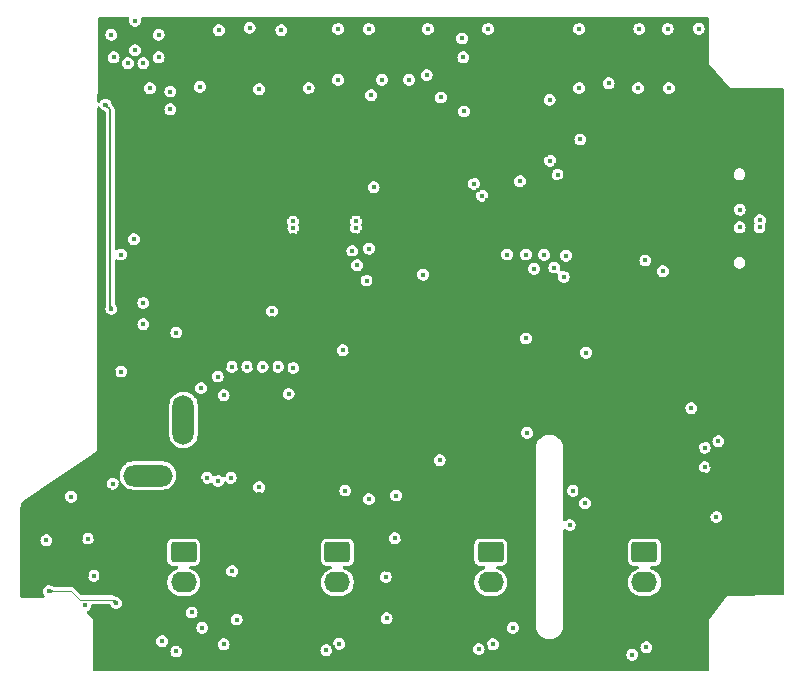
<source format=gbr>
%TF.GenerationSoftware,KiCad,Pcbnew,8.0.6*%
%TF.CreationDate,2024-10-16T15:49:25-04:00*%
%TF.ProjectId,motorgo_plink,6d6f746f-7267-46f5-9f70-6c696e6b2e6b,rev?*%
%TF.SameCoordinates,Original*%
%TF.FileFunction,Copper,L3,Inr*%
%TF.FilePolarity,Positive*%
%FSLAX46Y46*%
G04 Gerber Fmt 4.6, Leading zero omitted, Abs format (unit mm)*
G04 Created by KiCad (PCBNEW 8.0.6) date 2024-10-16 15:49:25*
%MOMM*%
%LPD*%
G01*
G04 APERTURE LIST*
G04 Aperture macros list*
%AMRoundRect*
0 Rectangle with rounded corners*
0 $1 Rounding radius*
0 $2 $3 $4 $5 $6 $7 $8 $9 X,Y pos of 4 corners*
0 Add a 4 corners polygon primitive as box body*
4,1,4,$2,$3,$4,$5,$6,$7,$8,$9,$2,$3,0*
0 Add four circle primitives for the rounded corners*
1,1,$1+$1,$2,$3*
1,1,$1+$1,$4,$5*
1,1,$1+$1,$6,$7*
1,1,$1+$1,$8,$9*
0 Add four rect primitives between the rounded corners*
20,1,$1+$1,$2,$3,$4,$5,0*
20,1,$1+$1,$4,$5,$6,$7,0*
20,1,$1+$1,$6,$7,$8,$9,0*
20,1,$1+$1,$8,$9,$2,$3,0*%
G04 Aperture macros list end*
%TA.AperFunction,ComponentPad*%
%ADD10C,0.610000*%
%TD*%
%TA.AperFunction,ComponentPad*%
%ADD11RoundRect,0.250000X-0.845000X0.620000X-0.845000X-0.620000X0.845000X-0.620000X0.845000X0.620000X0*%
%TD*%
%TA.AperFunction,ComponentPad*%
%ADD12O,2.190000X1.740000*%
%TD*%
%TA.AperFunction,ComponentPad*%
%ADD13O,1.200000X1.500000*%
%TD*%
%TA.AperFunction,ComponentPad*%
%ADD14O,1.800000X4.200000*%
%TD*%
%TA.AperFunction,ComponentPad*%
%ADD15O,4.200000X1.800000*%
%TD*%
%TA.AperFunction,ViaPad*%
%ADD16C,0.400000*%
%TD*%
%TA.AperFunction,Conductor*%
%ADD17C,0.160000*%
%TD*%
%TA.AperFunction,Conductor*%
%ADD18C,0.120000*%
%TD*%
G04 APERTURE END LIST*
D10*
%TO.N,GND*%
%TO.C,U4*%
X116973500Y-105650000D03*
X116973500Y-106650000D03*
X117973500Y-105650000D03*
X117973500Y-106650000D03*
%TD*%
D11*
%TO.N,/motor_controls4/motor_out1*%
%TO.C,J22*%
X162530000Y-105810000D03*
D12*
%TO.N,/motor_controls4/motor_out2*%
X162530000Y-108350000D03*
%TD*%
D11*
%TO.N,/motor_controls1/motor_out1*%
%TO.C,J8*%
X123530000Y-105810000D03*
D12*
%TO.N,/motor_controls1/motor_out2*%
X123530000Y-108350000D03*
%TD*%
D13*
%TO.N,GND*%
%TO.C,J1*%
X168425315Y-79942881D03*
X172725315Y-79942881D03*
X168425315Y-75142881D03*
X172725315Y-75142881D03*
%TD*%
D10*
%TO.N,GND*%
%TO.C,U9*%
X158673500Y-99525000D03*
X158673500Y-100525000D03*
X159673500Y-99525000D03*
X159673500Y-100525000D03*
%TD*%
%TO.N,GND*%
%TO.C,U3*%
X129973500Y-105650000D03*
X129973500Y-106650000D03*
X130973500Y-105650000D03*
X130973500Y-106650000D03*
%TD*%
D11*
%TO.N,/motor_controls2/motor_out1*%
%TO.C,J6*%
X136530000Y-105810000D03*
D12*
%TO.N,/motor_controls2/motor_out2*%
X136530000Y-108350000D03*
%TD*%
D10*
%TO.N,GND*%
%TO.C,U5*%
X142973500Y-105650000D03*
X142973500Y-106650000D03*
X143973500Y-105650000D03*
X143973500Y-106650000D03*
%TD*%
D11*
%TO.N,/motor_controls3/motor_out1*%
%TO.C,J10*%
X149530000Y-105810000D03*
D12*
%TO.N,/motor_controls3/motor_out2*%
X149530000Y-108350000D03*
%TD*%
D14*
%TO.N,+BATT*%
%TO.C,J11*%
X123500000Y-94613500D03*
%TO.N,GND*%
X117500000Y-94613500D03*
D15*
%TO.N,N/C*%
X120500000Y-99313500D03*
%TD*%
D16*
%TO.N,GND*%
X131200000Y-114500000D03*
X139600000Y-86100000D03*
X141994512Y-104500000D03*
X138700000Y-88700000D03*
X155461479Y-74364610D03*
X149075734Y-113824266D03*
X140726379Y-107307789D03*
X158475000Y-107025000D03*
X162000000Y-97100000D03*
X127250000Y-93450000D03*
X137154085Y-103192470D03*
X124100000Y-91900000D03*
X145300000Y-89300000D03*
X163900000Y-115100000D03*
X133250000Y-102725000D03*
X144800000Y-91600000D03*
X136136658Y-113831670D03*
X162000000Y-97700000D03*
X137774732Y-80925271D03*
X136100000Y-88700000D03*
X162169686Y-114320000D03*
X145800000Y-112075000D03*
X140050000Y-88700000D03*
X150200000Y-82600000D03*
X124154085Y-101242470D03*
X126934312Y-99299999D03*
X138612036Y-78668763D03*
X167092849Y-97227162D03*
X138104815Y-77155056D03*
X157100000Y-100600000D03*
X157100000Y-70254541D03*
X152250000Y-71450000D03*
X130900000Y-90100000D03*
X127460000Y-107975414D03*
X132875000Y-112000000D03*
X115310000Y-107700000D03*
X152400000Y-74900000D03*
X146500000Y-89800000D03*
X145300000Y-94900000D03*
X145600000Y-93200000D03*
X146400000Y-91600000D03*
X169785069Y-72126553D03*
X132285814Y-78753627D03*
X157800000Y-98300000D03*
X132200000Y-90100000D03*
X144800000Y-92400000D03*
X114790253Y-104590253D03*
X137586047Y-77383625D03*
X150200000Y-84100000D03*
X143825000Y-113275000D03*
X150154085Y-101242470D03*
X126600000Y-80500000D03*
X168925000Y-93825000D03*
X141300000Y-88700000D03*
X146000000Y-94900000D03*
X124500000Y-81200000D03*
X145700000Y-89800000D03*
X167100000Y-66500000D03*
X133320970Y-77383625D03*
X125900000Y-82600000D03*
X150154085Y-102192470D03*
X162950000Y-92100000D03*
X131002313Y-84800000D03*
X148300000Y-78800000D03*
X164810951Y-77497941D03*
X153300000Y-70100000D03*
X166400000Y-89000000D03*
X146100000Y-89300000D03*
X144800000Y-93200000D03*
X151200000Y-74220906D03*
X124500000Y-82600000D03*
X159500000Y-61500000D03*
X140400000Y-74900000D03*
X132814490Y-77169199D03*
X140050000Y-89900000D03*
X169575000Y-83650000D03*
X152532974Y-71921623D03*
X137850000Y-115150000D03*
X145400000Y-85100000D03*
X129825000Y-113225000D03*
X150154085Y-103192470D03*
X114000000Y-102400000D03*
X127012466Y-90003390D03*
X115990000Y-104500000D03*
X124154085Y-102192470D03*
X145400000Y-85700000D03*
X162950000Y-94050000D03*
X145700000Y-88800000D03*
X165900000Y-78700000D03*
X148300000Y-85500000D03*
X146250000Y-102725000D03*
X137600000Y-89900000D03*
X141700000Y-61500000D03*
X127300000Y-91200000D03*
X125900000Y-81200000D03*
X146212887Y-103625000D03*
X117825000Y-113150000D03*
X125700000Y-91900000D03*
X157003007Y-71450781D03*
X154639263Y-73530813D03*
X162000000Y-96500000D03*
X146400000Y-92400000D03*
X154172182Y-72164313D03*
X133600000Y-103225000D03*
X137154085Y-102192470D03*
X159300000Y-72800000D03*
X134100000Y-61500000D03*
X146500000Y-88800000D03*
X142850000Y-113275000D03*
X138067242Y-78953978D03*
X123300000Y-113700000D03*
X125900000Y-79800000D03*
X171400000Y-92800000D03*
X129250000Y-95500000D03*
X139000000Y-83400003D03*
X148100000Y-95400000D03*
X137536516Y-78753627D03*
X167150000Y-83800000D03*
X131000000Y-86000000D03*
X137600000Y-88700000D03*
X146400000Y-93200000D03*
X133305484Y-78753627D03*
X120600000Y-103225000D03*
X128100000Y-93450000D03*
X116505016Y-107747946D03*
X116825000Y-113125000D03*
X129150000Y-93450000D03*
X124500000Y-79800000D03*
X126600000Y-81900000D03*
X168800000Y-88975000D03*
X138691301Y-82275000D03*
X155021419Y-73009690D03*
X123500000Y-110900000D03*
X129500000Y-90000000D03*
X126128768Y-113571232D03*
X124000000Y-61500000D03*
X149700000Y-69900000D03*
X128500000Y-64800000D03*
X124969791Y-99780857D03*
X124154085Y-103192470D03*
X143600000Y-95800000D03*
X129900000Y-100900000D03*
X158850000Y-112000000D03*
X138700000Y-74900000D03*
X149900000Y-93900000D03*
X118000000Y-71900000D03*
X128994512Y-104500000D03*
X129250000Y-94550000D03*
X171100000Y-101100000D03*
X146600000Y-103225000D03*
X171200000Y-106800000D03*
X162950000Y-93050000D03*
X114250000Y-107000000D03*
X130825000Y-113250000D03*
X123800000Y-80500000D03*
X145600000Y-91600000D03*
X117240000Y-100498887D03*
X150900000Y-115100000D03*
X154500000Y-61600000D03*
X171300000Y-98400000D03*
X147831670Y-74063342D03*
X133212887Y-103625000D03*
X144200000Y-115300000D03*
X125220000Y-81900000D03*
X128197987Y-90032478D03*
X117500000Y-87200000D03*
X144900000Y-89800000D03*
X149900000Y-78800000D03*
X167504866Y-99208688D03*
X138618936Y-77383625D03*
X125450000Y-93450000D03*
X137154085Y-101242470D03*
X120250000Y-102725000D03*
X157100000Y-74200000D03*
X132799317Y-78968792D03*
X168166648Y-102421041D03*
X167373076Y-96373102D03*
X145600000Y-92400000D03*
X149224833Y-76016794D03*
X147820000Y-96280000D03*
X143050000Y-100925000D03*
X144900000Y-88800000D03*
X157150000Y-115100000D03*
X119783893Y-111887845D03*
X125200000Y-80500000D03*
X142350000Y-88700000D03*
X148400000Y-84300000D03*
X118300000Y-115100000D03*
X132266600Y-77383625D03*
X145600000Y-95362717D03*
X142400000Y-89850000D03*
X120212887Y-103625000D03*
X168206694Y-98452914D03*
X126350000Y-93450000D03*
X117649997Y-90500000D03*
X149400000Y-66500000D03*
X152525734Y-73927943D03*
X141300000Y-89850000D03*
X148408699Y-75140906D03*
X123800000Y-81900000D03*
X138700000Y-89900000D03*
%TO.N,usb_d+*%
X138100667Y-78354907D03*
X132800842Y-78368791D03*
%TO.N,usb_d-*%
X138093380Y-77754949D03*
X132793495Y-77768834D03*
%TO.N,+5V*%
X117400000Y-62000000D03*
X152500000Y-80600000D03*
X119400000Y-60800000D03*
X156200000Y-103500000D03*
X121400000Y-63900000D03*
X120100000Y-64400000D03*
X118800000Y-64400000D03*
X128000000Y-111500000D03*
X141500000Y-101000000D03*
X153200000Y-81800000D03*
X155897260Y-80691105D03*
X115200000Y-110300000D03*
X114000000Y-101100000D03*
X140700000Y-111400000D03*
X145200000Y-98000000D03*
X121400000Y-62000000D03*
X150900000Y-80600000D03*
X152500000Y-87700000D03*
X117600000Y-63900000D03*
X119400000Y-63300000D03*
X137200000Y-100600000D03*
X129900000Y-100300000D03*
X154900000Y-81700000D03*
X154038588Y-80627412D03*
X152600000Y-95700000D03*
%TO.N,+3.3V*%
X155700000Y-82500000D03*
X117400000Y-85200000D03*
X147255901Y-68481661D03*
X143800000Y-82300000D03*
X167625000Y-98600000D03*
X112100000Y-109100000D03*
X121700000Y-113340000D03*
X167625000Y-96950000D03*
X131000000Y-85400000D03*
X139000000Y-82800000D03*
X168618312Y-102816013D03*
X139600000Y-74900000D03*
X126900000Y-113600000D03*
X139200000Y-80100000D03*
X116900000Y-67900000D03*
X117803552Y-110103552D03*
X139400000Y-67100000D03*
%TO.N,boot*%
X162600000Y-81100000D03*
X154500000Y-67500000D03*
%TO.N,reset*%
X120100000Y-86500000D03*
X164100000Y-82000000D03*
X120100000Y-84700000D03*
X142600000Y-65800000D03*
X136600000Y-65807022D03*
%TO.N,/connectors.enc_scl*%
X126435014Y-99772864D03*
X162700000Y-113860000D03*
X149700000Y-113600000D03*
X124200000Y-110900000D03*
X126900000Y-92500000D03*
X136673317Y-113563342D03*
%TO.N,/connectors.enc_sda*%
X161500000Y-114475000D03*
X148500000Y-114000000D03*
X122900000Y-114200000D03*
X125000000Y-91900000D03*
X135600000Y-114100000D03*
X125500000Y-99500000D03*
%TO.N,/connectors.enc1.cs*%
X125100000Y-112200000D03*
X117500000Y-100000000D03*
%TO.N,/connectors.enc2.cs*%
X122900000Y-87200000D03*
X132800000Y-90200000D03*
X132400000Y-92400000D03*
X139200000Y-101300000D03*
%TO.N,/connectors.enc3.cs*%
X151400000Y-112200000D03*
X157600000Y-88900000D03*
%TO.N,gpio47*%
X145300000Y-67300000D03*
%TO.N,gpio38*%
X139200000Y-61500000D03*
%TO.N,gpio36*%
X144200000Y-61500000D03*
%TO.N,gpio37*%
X134100000Y-66500000D03*
%TO.N,sda*%
X122397035Y-68301177D03*
X168800000Y-96400000D03*
X120654890Y-66512132D03*
%TO.N,scl*%
X122400000Y-66800000D03*
X166500000Y-93600000D03*
%TO.N,gpio48*%
X144100000Y-65400000D03*
%TO.N,gpio35*%
X140300000Y-65800000D03*
%TO.N,m3_PH*%
X141406414Y-104618925D03*
X137000000Y-88700000D03*
%TO.N,m4_EN*%
X156500000Y-100600000D03*
X138200000Y-81500000D03*
%TO.N,m1_EN*%
X127602975Y-90109702D03*
X115404867Y-104639240D03*
%TO.N,m1_PH*%
X126400000Y-90923390D03*
X115906245Y-107786366D03*
%TO.N,m2_EN*%
X127500000Y-99500000D03*
X128909023Y-90103680D03*
%TO.N,m2_PH*%
X127630000Y-107400000D03*
X130200000Y-90101080D03*
%TO.N,m3_EN*%
X131500000Y-90100000D03*
X140630000Y-107900000D03*
%TO.N,m4_PH*%
X157500000Y-101655002D03*
X137800000Y-80300000D03*
%TO.N,gpio39*%
X129900000Y-66600000D03*
%TO.N,gpio40*%
X136600000Y-61500000D03*
%TO.N,gpio41*%
X131800000Y-61600000D03*
%TO.N,gpio42*%
X129100000Y-61400000D03*
%TO.N,gpio44*%
X111900000Y-104800000D03*
X124900000Y-66400000D03*
X119300000Y-79300000D03*
%TO.N,gpio43*%
X118200000Y-90500000D03*
X126500000Y-61600000D03*
X118200000Y-80600000D03*
%TO.N,Net-(J1-DP1)*%
X172275317Y-78300000D03*
X170600000Y-78300000D03*
%TO.N,Net-(J1-DN1)*%
X172310001Y-77678057D03*
X170600000Y-76800000D03*
%TO.N,p26*%
X149300000Y-61500000D03*
%TO.N,p31*%
X157000000Y-66500000D03*
%TO.N,p32*%
X157000000Y-61500000D03*
%TO.N,p33*%
X159500000Y-66100000D03*
%TO.N,p35*%
X162000000Y-66500000D03*
%TO.N,p36*%
X162100000Y-61500000D03*
%TO.N,p37*%
X164600000Y-66500000D03*
%TO.N,p38*%
X164500000Y-61500000D03*
%TO.N,p40*%
X167127868Y-61472132D03*
%TO.N,/i2c_1.sda*%
X148786694Y-75606870D03*
X157100000Y-70854544D03*
X155172249Y-73827898D03*
%TO.N,/i2c_1.scl*%
X148100000Y-74600000D03*
X154543042Y-72642826D03*
X152000000Y-74400000D03*
%TO.N,gpio21*%
X147200000Y-63900000D03*
X147100000Y-62300000D03*
%TD*%
D17*
%TO.N,+3.3V*%
X117300000Y-85100000D02*
X117300000Y-68300000D01*
D18*
X114000000Y-109100000D02*
X114720000Y-109820000D01*
D17*
X117400000Y-85200000D02*
X117300000Y-85100000D01*
D18*
X114720000Y-109820000D02*
X117520000Y-109820000D01*
D17*
X117300000Y-68300000D02*
X116900000Y-67900000D01*
D18*
X112100000Y-109100000D02*
X114000000Y-109100000D01*
X117520000Y-109820000D02*
X117803552Y-110103552D01*
%TD*%
%TA.AperFunction,Conductor*%
%TO.N,GND*%
G36*
X118862488Y-60519685D02*
G01*
X118908243Y-60572489D01*
X118918187Y-60641647D01*
X118915042Y-60656102D01*
X118894353Y-60800000D01*
X118914834Y-60942456D01*
X118934309Y-60985099D01*
X118974623Y-61073373D01*
X119068872Y-61182143D01*
X119189947Y-61259953D01*
X119189950Y-61259954D01*
X119189949Y-61259954D01*
X119328036Y-61300499D01*
X119328038Y-61300500D01*
X119328039Y-61300500D01*
X119471962Y-61300500D01*
X119471962Y-61300499D01*
X119610053Y-61259953D01*
X119731128Y-61182143D01*
X119825377Y-61073373D01*
X119885165Y-60942457D01*
X119905647Y-60800000D01*
X119885165Y-60657543D01*
X119883903Y-60648765D01*
X119885574Y-60648524D01*
X119885574Y-60589065D01*
X119923349Y-60530287D01*
X119986904Y-60501262D01*
X120004551Y-60500000D01*
X167876000Y-60500000D01*
X167943039Y-60519685D01*
X167988794Y-60572489D01*
X168000000Y-60624000D01*
X168000000Y-64500000D01*
X169750000Y-66500000D01*
X174225500Y-66500000D01*
X174292539Y-66519685D01*
X174338294Y-66572489D01*
X174349500Y-66624000D01*
X174349500Y-109328738D01*
X174329815Y-109395777D01*
X174277011Y-109441532D01*
X174226740Y-109452732D01*
X169499999Y-109500000D01*
X168000000Y-111500000D01*
X168000000Y-115725500D01*
X167980315Y-115792539D01*
X167927511Y-115838294D01*
X167876000Y-115849500D01*
X115974000Y-115849500D01*
X115906961Y-115829815D01*
X115861206Y-115777011D01*
X115850000Y-115725500D01*
X115850000Y-114200000D01*
X122394353Y-114200000D01*
X122414834Y-114342456D01*
X122423075Y-114360500D01*
X122474623Y-114473373D01*
X122568872Y-114582143D01*
X122689947Y-114659953D01*
X122689950Y-114659954D01*
X122689949Y-114659954D01*
X122828036Y-114700499D01*
X122828038Y-114700500D01*
X122828039Y-114700500D01*
X122971962Y-114700500D01*
X122971962Y-114700499D01*
X123110053Y-114659953D01*
X123231128Y-114582143D01*
X123325377Y-114473373D01*
X123385165Y-114342457D01*
X123405647Y-114200000D01*
X123385165Y-114057543D01*
X123325377Y-113926627D01*
X123231128Y-113817857D01*
X123110053Y-113740047D01*
X123110051Y-113740046D01*
X123110049Y-113740045D01*
X123110050Y-113740045D01*
X122971963Y-113699500D01*
X122971961Y-113699500D01*
X122828039Y-113699500D01*
X122828036Y-113699500D01*
X122689949Y-113740045D01*
X122568873Y-113817856D01*
X122474623Y-113926626D01*
X122474622Y-113926628D01*
X122414834Y-114057543D01*
X122394353Y-114200000D01*
X115850000Y-114200000D01*
X115850000Y-113340000D01*
X121194353Y-113340000D01*
X121214834Y-113482456D01*
X121251774Y-113563342D01*
X121274623Y-113613373D01*
X121368872Y-113722143D01*
X121489947Y-113799953D01*
X121489950Y-113799954D01*
X121489949Y-113799954D01*
X121550923Y-113817857D01*
X121615148Y-113836715D01*
X121628036Y-113840499D01*
X121628038Y-113840500D01*
X121628039Y-113840500D01*
X121771962Y-113840500D01*
X121771962Y-113840499D01*
X121910053Y-113799953D01*
X122031128Y-113722143D01*
X122125377Y-113613373D01*
X122131484Y-113600000D01*
X126394353Y-113600000D01*
X126414834Y-113742456D01*
X126474622Y-113873371D01*
X126474623Y-113873373D01*
X126568872Y-113982143D01*
X126689947Y-114059953D01*
X126689950Y-114059954D01*
X126689949Y-114059954D01*
X126797107Y-114091417D01*
X126826336Y-114100000D01*
X126828036Y-114100499D01*
X126828038Y-114100500D01*
X126828039Y-114100500D01*
X126971962Y-114100500D01*
X126971962Y-114100499D01*
X126973661Y-114100000D01*
X135094353Y-114100000D01*
X135114834Y-114242456D01*
X135168744Y-114360500D01*
X135174623Y-114373373D01*
X135268872Y-114482143D01*
X135389947Y-114559953D01*
X135389950Y-114559954D01*
X135389949Y-114559954D01*
X135528036Y-114600499D01*
X135528038Y-114600500D01*
X135528039Y-114600500D01*
X135671962Y-114600500D01*
X135671962Y-114600499D01*
X135810053Y-114559953D01*
X135931128Y-114482143D01*
X136025377Y-114373373D01*
X136085165Y-114242457D01*
X136105647Y-114100000D01*
X136092054Y-114005459D01*
X136101998Y-113936303D01*
X136147752Y-113883499D01*
X136214792Y-113863814D01*
X136281831Y-113883498D01*
X136308504Y-113906610D01*
X136342189Y-113945485D01*
X136463264Y-114023295D01*
X136463267Y-114023296D01*
X136463266Y-114023296D01*
X136601353Y-114063841D01*
X136601355Y-114063842D01*
X136601356Y-114063842D01*
X136745279Y-114063842D01*
X136745279Y-114063841D01*
X136883370Y-114023295D01*
X136919618Y-114000000D01*
X147994353Y-114000000D01*
X148014834Y-114142456D01*
X148060504Y-114242457D01*
X148074623Y-114273373D01*
X148168872Y-114382143D01*
X148289947Y-114459953D01*
X148289950Y-114459954D01*
X148289949Y-114459954D01*
X148428036Y-114500499D01*
X148428038Y-114500500D01*
X148428039Y-114500500D01*
X148571962Y-114500500D01*
X148571962Y-114500499D01*
X148658806Y-114475000D01*
X160994353Y-114475000D01*
X161014834Y-114617456D01*
X161074622Y-114748371D01*
X161074623Y-114748373D01*
X161168872Y-114857143D01*
X161289947Y-114934953D01*
X161289950Y-114934954D01*
X161289949Y-114934954D01*
X161428036Y-114975499D01*
X161428038Y-114975500D01*
X161428039Y-114975500D01*
X161571962Y-114975500D01*
X161571962Y-114975499D01*
X161710053Y-114934953D01*
X161831128Y-114857143D01*
X161925377Y-114748373D01*
X161985165Y-114617457D01*
X162005647Y-114475000D01*
X161985165Y-114332543D01*
X161925377Y-114201627D01*
X161831128Y-114092857D01*
X161710053Y-114015047D01*
X161710051Y-114015046D01*
X161710049Y-114015045D01*
X161710050Y-114015045D01*
X161571963Y-113974500D01*
X161571961Y-113974500D01*
X161428039Y-113974500D01*
X161428036Y-113974500D01*
X161289949Y-114015045D01*
X161168873Y-114092856D01*
X161074623Y-114201626D01*
X161074622Y-114201628D01*
X161014834Y-114332543D01*
X160994353Y-114475000D01*
X148658806Y-114475000D01*
X148710053Y-114459953D01*
X148831128Y-114382143D01*
X148925377Y-114273373D01*
X148985165Y-114142457D01*
X149005647Y-114000000D01*
X148985165Y-113857543D01*
X148925377Y-113726627D01*
X148831128Y-113617857D01*
X148803342Y-113600000D01*
X149194353Y-113600000D01*
X149214834Y-113742456D01*
X149274622Y-113873371D01*
X149274623Y-113873373D01*
X149368872Y-113982143D01*
X149489947Y-114059953D01*
X149489950Y-114059954D01*
X149489949Y-114059954D01*
X149597107Y-114091417D01*
X149626336Y-114100000D01*
X149628036Y-114100499D01*
X149628038Y-114100500D01*
X149628039Y-114100500D01*
X149771962Y-114100500D01*
X149771962Y-114100499D01*
X149910053Y-114059953D01*
X150031128Y-113982143D01*
X150125377Y-113873373D01*
X150131484Y-113860000D01*
X162194353Y-113860000D01*
X162214834Y-114002456D01*
X162241093Y-114059954D01*
X162274623Y-114133373D01*
X162368872Y-114242143D01*
X162489947Y-114319953D01*
X162489950Y-114319954D01*
X162489949Y-114319954D01*
X162628036Y-114360499D01*
X162628038Y-114360500D01*
X162628039Y-114360500D01*
X162771962Y-114360500D01*
X162771962Y-114360499D01*
X162910053Y-114319953D01*
X163031128Y-114242143D01*
X163125377Y-114133373D01*
X163185165Y-114002457D01*
X163205647Y-113860000D01*
X163185165Y-113717543D01*
X163125377Y-113586627D01*
X163031128Y-113477857D01*
X162910053Y-113400047D01*
X162910051Y-113400046D01*
X162910049Y-113400045D01*
X162910050Y-113400045D01*
X162771963Y-113359500D01*
X162771961Y-113359500D01*
X162628039Y-113359500D01*
X162628036Y-113359500D01*
X162489949Y-113400045D01*
X162368873Y-113477856D01*
X162274623Y-113586626D01*
X162274622Y-113586628D01*
X162214834Y-113717543D01*
X162194353Y-113860000D01*
X150131484Y-113860000D01*
X150185165Y-113742457D01*
X150205647Y-113600000D01*
X150185165Y-113457543D01*
X150125377Y-113326627D01*
X150031128Y-113217857D01*
X149910053Y-113140047D01*
X149910051Y-113140046D01*
X149910049Y-113140045D01*
X149910050Y-113140045D01*
X149771963Y-113099500D01*
X149771961Y-113099500D01*
X149628039Y-113099500D01*
X149628036Y-113099500D01*
X149489949Y-113140045D01*
X149368873Y-113217856D01*
X149274623Y-113326626D01*
X149274622Y-113326628D01*
X149214834Y-113457543D01*
X149194353Y-113600000D01*
X148803342Y-113600000D01*
X148710053Y-113540047D01*
X148710051Y-113540046D01*
X148710049Y-113540045D01*
X148710050Y-113540045D01*
X148571963Y-113499500D01*
X148571961Y-113499500D01*
X148428039Y-113499500D01*
X148428036Y-113499500D01*
X148289949Y-113540045D01*
X148168873Y-113617856D01*
X148074623Y-113726626D01*
X148074622Y-113726628D01*
X148014834Y-113857543D01*
X147994353Y-114000000D01*
X136919618Y-114000000D01*
X137004445Y-113945485D01*
X137098694Y-113836715D01*
X137158482Y-113705799D01*
X137178964Y-113563342D01*
X137158482Y-113420885D01*
X137098694Y-113289969D01*
X137004445Y-113181199D01*
X136883370Y-113103389D01*
X136883368Y-113103388D01*
X136883366Y-113103387D01*
X136883367Y-113103387D01*
X136745280Y-113062842D01*
X136745278Y-113062842D01*
X136601356Y-113062842D01*
X136601353Y-113062842D01*
X136463266Y-113103387D01*
X136342190Y-113181198D01*
X136247940Y-113289968D01*
X136247939Y-113289970D01*
X136188151Y-113420885D01*
X136167670Y-113563342D01*
X136181262Y-113657881D01*
X136171318Y-113727039D01*
X136125563Y-113779843D01*
X136058523Y-113799527D01*
X135991484Y-113779842D01*
X135964811Y-113756730D01*
X135931128Y-113717857D01*
X135810053Y-113640047D01*
X135810051Y-113640046D01*
X135810049Y-113640045D01*
X135810050Y-113640045D01*
X135671963Y-113599500D01*
X135671961Y-113599500D01*
X135528039Y-113599500D01*
X135528036Y-113599500D01*
X135389949Y-113640045D01*
X135268873Y-113717856D01*
X135174623Y-113826626D01*
X135174622Y-113826628D01*
X135114834Y-113957543D01*
X135094353Y-114100000D01*
X126973661Y-114100000D01*
X127110053Y-114059953D01*
X127231128Y-113982143D01*
X127325377Y-113873373D01*
X127385165Y-113742457D01*
X127405647Y-113600000D01*
X127385165Y-113457543D01*
X127325377Y-113326627D01*
X127231128Y-113217857D01*
X127110053Y-113140047D01*
X127110051Y-113140046D01*
X127110049Y-113140045D01*
X127110050Y-113140045D01*
X126971963Y-113099500D01*
X126971961Y-113099500D01*
X126828039Y-113099500D01*
X126828036Y-113099500D01*
X126689949Y-113140045D01*
X126568873Y-113217856D01*
X126474623Y-113326626D01*
X126474622Y-113326628D01*
X126414834Y-113457543D01*
X126394353Y-113600000D01*
X122131484Y-113600000D01*
X122185165Y-113482457D01*
X122205647Y-113340000D01*
X122185165Y-113197543D01*
X122125377Y-113066627D01*
X122031128Y-112957857D01*
X121910053Y-112880047D01*
X121910051Y-112880046D01*
X121910049Y-112880045D01*
X121910050Y-112880045D01*
X121771963Y-112839500D01*
X121771961Y-112839500D01*
X121628039Y-112839500D01*
X121628036Y-112839500D01*
X121489949Y-112880045D01*
X121368873Y-112957856D01*
X121274623Y-113066626D01*
X121274622Y-113066628D01*
X121214834Y-113197543D01*
X121194353Y-113340000D01*
X115850000Y-113340000D01*
X115850000Y-112200000D01*
X124594353Y-112200000D01*
X124614834Y-112342456D01*
X124616235Y-112345523D01*
X124674623Y-112473373D01*
X124768872Y-112582143D01*
X124889947Y-112659953D01*
X124889950Y-112659954D01*
X124889949Y-112659954D01*
X125028036Y-112700499D01*
X125028038Y-112700500D01*
X125028039Y-112700500D01*
X125171962Y-112700500D01*
X125171962Y-112700499D01*
X125310053Y-112659953D01*
X125431128Y-112582143D01*
X125525377Y-112473373D01*
X125585165Y-112342457D01*
X125605647Y-112200000D01*
X150894353Y-112200000D01*
X150914834Y-112342456D01*
X150916235Y-112345523D01*
X150974623Y-112473373D01*
X151068872Y-112582143D01*
X151189947Y-112659953D01*
X151189950Y-112659954D01*
X151189949Y-112659954D01*
X151328036Y-112700499D01*
X151328038Y-112700500D01*
X151328039Y-112700500D01*
X151471962Y-112700500D01*
X151471962Y-112700499D01*
X151610053Y-112659953D01*
X151731128Y-112582143D01*
X151825377Y-112473373D01*
X151885165Y-112342457D01*
X151905647Y-112200000D01*
X151885165Y-112057543D01*
X151825377Y-111926627D01*
X151731128Y-111817857D01*
X151610053Y-111740047D01*
X151610051Y-111740046D01*
X151610049Y-111740045D01*
X151610050Y-111740045D01*
X151471963Y-111699500D01*
X151471961Y-111699500D01*
X151328039Y-111699500D01*
X151328036Y-111699500D01*
X151189949Y-111740045D01*
X151068873Y-111817856D01*
X150974623Y-111926626D01*
X150974622Y-111926628D01*
X150914834Y-112057543D01*
X150894353Y-112200000D01*
X125605647Y-112200000D01*
X125585165Y-112057543D01*
X125525377Y-111926627D01*
X125431128Y-111817857D01*
X125310053Y-111740047D01*
X125310051Y-111740046D01*
X125310049Y-111740045D01*
X125310050Y-111740045D01*
X125171963Y-111699500D01*
X125171961Y-111699500D01*
X125028039Y-111699500D01*
X125028036Y-111699500D01*
X124889949Y-111740045D01*
X124768873Y-111817856D01*
X124674623Y-111926626D01*
X124674622Y-111926628D01*
X124614834Y-112057543D01*
X124594353Y-112200000D01*
X115850000Y-112200000D01*
X115850000Y-111500000D01*
X127494353Y-111500000D01*
X127514834Y-111642456D01*
X127528953Y-111673371D01*
X127574623Y-111773373D01*
X127668872Y-111882143D01*
X127789947Y-111959953D01*
X127789950Y-111959954D01*
X127789949Y-111959954D01*
X127897107Y-111991417D01*
X127926336Y-112000000D01*
X127928036Y-112000499D01*
X127928038Y-112000500D01*
X127928039Y-112000500D01*
X128071962Y-112000500D01*
X128071962Y-112000499D01*
X128210053Y-111959953D01*
X128331128Y-111882143D01*
X128425377Y-111773373D01*
X128485165Y-111642457D01*
X128505647Y-111500000D01*
X128491269Y-111400000D01*
X140194353Y-111400000D01*
X140214834Y-111542456D01*
X140260504Y-111642457D01*
X140274623Y-111673373D01*
X140368872Y-111782143D01*
X140489947Y-111859953D01*
X140489950Y-111859954D01*
X140489949Y-111859954D01*
X140628036Y-111900499D01*
X140628038Y-111900500D01*
X140628039Y-111900500D01*
X140771962Y-111900500D01*
X140771962Y-111900499D01*
X140910053Y-111859953D01*
X141031128Y-111782143D01*
X141125377Y-111673373D01*
X141185165Y-111542457D01*
X141205647Y-111400000D01*
X141185165Y-111257543D01*
X141125377Y-111126627D01*
X141031128Y-111017857D01*
X140910053Y-110940047D01*
X140910051Y-110940046D01*
X140910049Y-110940045D01*
X140910050Y-110940045D01*
X140771963Y-110899500D01*
X140771961Y-110899500D01*
X140628039Y-110899500D01*
X140628036Y-110899500D01*
X140489949Y-110940045D01*
X140368873Y-111017856D01*
X140274623Y-111126626D01*
X140274622Y-111126628D01*
X140214834Y-111257543D01*
X140194353Y-111400000D01*
X128491269Y-111400000D01*
X128485165Y-111357543D01*
X128425377Y-111226627D01*
X128331128Y-111117857D01*
X128210053Y-111040047D01*
X128210051Y-111040046D01*
X128210049Y-111040045D01*
X128210050Y-111040045D01*
X128071963Y-110999500D01*
X128071961Y-110999500D01*
X127928039Y-110999500D01*
X127928036Y-110999500D01*
X127789949Y-111040045D01*
X127668873Y-111117856D01*
X127574623Y-111226626D01*
X127574622Y-111226628D01*
X127514834Y-111357543D01*
X127494353Y-111500000D01*
X115850000Y-111500000D01*
X115374864Y-110950624D01*
X115351802Y-110900000D01*
X123694353Y-110900000D01*
X123714834Y-111042456D01*
X123753275Y-111126628D01*
X123774623Y-111173373D01*
X123868872Y-111282143D01*
X123989947Y-111359953D01*
X123989950Y-111359954D01*
X123989949Y-111359954D01*
X124097107Y-111391417D01*
X124126336Y-111400000D01*
X124128036Y-111400499D01*
X124128038Y-111400500D01*
X124128039Y-111400500D01*
X124271962Y-111400500D01*
X124271962Y-111400499D01*
X124410053Y-111359953D01*
X124531128Y-111282143D01*
X124625377Y-111173373D01*
X124685165Y-111042457D01*
X124705647Y-110900000D01*
X124685165Y-110757543D01*
X124625377Y-110626627D01*
X124531128Y-110517857D01*
X124410053Y-110440047D01*
X124410051Y-110440046D01*
X124410049Y-110440045D01*
X124410050Y-110440045D01*
X124271963Y-110399500D01*
X124271961Y-110399500D01*
X124128039Y-110399500D01*
X124128036Y-110399500D01*
X123989949Y-110440045D01*
X123868873Y-110517856D01*
X123774623Y-110626626D01*
X123774622Y-110626628D01*
X123714834Y-110757543D01*
X123694353Y-110900000D01*
X115351802Y-110900000D01*
X115345899Y-110887041D01*
X115355907Y-110817892D01*
X115401711Y-110765131D01*
X115403579Y-110764112D01*
X115410048Y-110759954D01*
X115410053Y-110759953D01*
X115531128Y-110682143D01*
X115625377Y-110573373D01*
X115685165Y-110442457D01*
X115705647Y-110300000D01*
X115705646Y-110299999D01*
X115706909Y-110291222D01*
X115709439Y-110291585D01*
X115725332Y-110237461D01*
X115778136Y-110191706D01*
X115829647Y-110180500D01*
X117207394Y-110180500D01*
X117274433Y-110200185D01*
X117320188Y-110252989D01*
X117324701Y-110264313D01*
X117325738Y-110267340D01*
X117328818Y-110275916D01*
X117329070Y-110276586D01*
X117334962Y-110291105D01*
X117334966Y-110291113D01*
X117341423Y-110300633D01*
X117351591Y-110318719D01*
X117378172Y-110376921D01*
X117378173Y-110376923D01*
X117378175Y-110376925D01*
X117472424Y-110485695D01*
X117593499Y-110563505D01*
X117593502Y-110563506D01*
X117593501Y-110563506D01*
X117731588Y-110604051D01*
X117731590Y-110604052D01*
X117731591Y-110604052D01*
X117875514Y-110604052D01*
X117875514Y-110604051D01*
X118013605Y-110563505D01*
X118134680Y-110485695D01*
X118228929Y-110376925D01*
X118288717Y-110246009D01*
X118309199Y-110103552D01*
X118288717Y-109961095D01*
X118228929Y-109830179D01*
X118134680Y-109721409D01*
X118013605Y-109643599D01*
X118013602Y-109643598D01*
X117996742Y-109638647D01*
X117970642Y-109627607D01*
X117967331Y-109625735D01*
X117967332Y-109625735D01*
X117896919Y-109601622D01*
X117881782Y-109596874D01*
X117880649Y-109596551D01*
X117865550Y-109592656D01*
X117847619Y-109588516D01*
X117836385Y-109585922D01*
X117836373Y-109585919D01*
X117827434Y-109583855D01*
X117774733Y-109557263D01*
X117769957Y-109553177D01*
X117769942Y-109553167D01*
X117766807Y-109551327D01*
X117741890Y-109532066D01*
X117741354Y-109531530D01*
X117741352Y-109531528D01*
X117695564Y-109505092D01*
X117659149Y-109484067D01*
X117613304Y-109471783D01*
X117567461Y-109459500D01*
X117567460Y-109459500D01*
X114920686Y-109459500D01*
X114853647Y-109439815D01*
X114833005Y-109423181D01*
X114221354Y-108811530D01*
X114221352Y-108811528D01*
X114180250Y-108787797D01*
X114139149Y-108764067D01*
X114093304Y-108751783D01*
X114047461Y-108739500D01*
X114047460Y-108739500D01*
X112547608Y-108739500D01*
X112515427Y-108735251D01*
X112512936Y-108734581D01*
X112512937Y-108734581D01*
X112506654Y-108734092D01*
X112450590Y-108715630D01*
X112417397Y-108694891D01*
X112403719Y-108686832D01*
X112402691Y-108686262D01*
X112388873Y-108679051D01*
X112322067Y-108646327D01*
X112320925Y-108645788D01*
X112312969Y-108641379D01*
X112309569Y-108639826D01*
X112300281Y-108636509D01*
X112298720Y-108636035D01*
X112297864Y-108635871D01*
X112286288Y-108633068D01*
X112171963Y-108599500D01*
X112171961Y-108599500D01*
X112028039Y-108599500D01*
X112028036Y-108599500D01*
X111889949Y-108640045D01*
X111768873Y-108717856D01*
X111674623Y-108826626D01*
X111674622Y-108826628D01*
X111614834Y-108957543D01*
X111594353Y-109100000D01*
X111614834Y-109242456D01*
X111674622Y-109373371D01*
X111674625Y-109373377D01*
X111736512Y-109444798D01*
X111765537Y-109508353D01*
X111755593Y-109577512D01*
X111709838Y-109630316D01*
X111642799Y-109650000D01*
X109774500Y-109650000D01*
X109707461Y-109630315D01*
X109661706Y-109577511D01*
X109650500Y-109526000D01*
X109650500Y-107786366D01*
X115400598Y-107786366D01*
X115421079Y-107928822D01*
X115472975Y-108042456D01*
X115480868Y-108059739D01*
X115575117Y-108168509D01*
X115696192Y-108246319D01*
X115696195Y-108246320D01*
X115696194Y-108246320D01*
X115834281Y-108286865D01*
X115834283Y-108286866D01*
X115834284Y-108286866D01*
X115978207Y-108286866D01*
X115978207Y-108286865D01*
X116116298Y-108246319D01*
X116237373Y-108168509D01*
X116331622Y-108059739D01*
X116391410Y-107928823D01*
X116411892Y-107786366D01*
X116391410Y-107643909D01*
X116331622Y-107512993D01*
X116237373Y-107404223D01*
X116116298Y-107326413D01*
X116116296Y-107326412D01*
X116116294Y-107326411D01*
X116116295Y-107326411D01*
X115978208Y-107285866D01*
X115978206Y-107285866D01*
X115834284Y-107285866D01*
X115834281Y-107285866D01*
X115696194Y-107326411D01*
X115575118Y-107404222D01*
X115480868Y-107512992D01*
X115480867Y-107512994D01*
X115421079Y-107643909D01*
X115400598Y-107786366D01*
X109650500Y-107786366D01*
X109650500Y-104800000D01*
X111394353Y-104800000D01*
X111414834Y-104942456D01*
X111467801Y-105058436D01*
X111474623Y-105073373D01*
X111568872Y-105182143D01*
X111689947Y-105259953D01*
X111689950Y-105259954D01*
X111689949Y-105259954D01*
X111828036Y-105300499D01*
X111828038Y-105300500D01*
X111828039Y-105300500D01*
X111971962Y-105300500D01*
X111971962Y-105300499D01*
X112110053Y-105259953D01*
X112231128Y-105182143D01*
X112261668Y-105146898D01*
X122134500Y-105146898D01*
X122134500Y-106473102D01*
X122140126Y-106519954D01*
X122145122Y-106561561D01*
X122200639Y-106702343D01*
X122292077Y-106822922D01*
X122412656Y-106914360D01*
X122412657Y-106914360D01*
X122412658Y-106914361D01*
X122553436Y-106969877D01*
X122641898Y-106980500D01*
X122641903Y-106980500D01*
X122949164Y-106980500D01*
X123016203Y-107000185D01*
X123061958Y-107052989D01*
X123071902Y-107122147D01*
X123042877Y-107185703D01*
X122987482Y-107222431D01*
X122855686Y-107265253D01*
X122691524Y-107348899D01*
X122621190Y-107400000D01*
X122542471Y-107457193D01*
X122542469Y-107457195D01*
X122542468Y-107457195D01*
X122412195Y-107587468D01*
X122412195Y-107587469D01*
X122412193Y-107587471D01*
X122383745Y-107626626D01*
X122303899Y-107736524D01*
X122220253Y-107900686D01*
X122163322Y-108075905D01*
X122134500Y-108257880D01*
X122134500Y-108442119D01*
X122163322Y-108624094D01*
X122220253Y-108799313D01*
X122234171Y-108826628D01*
X122303899Y-108963475D01*
X122412193Y-109112529D01*
X122542471Y-109242807D01*
X122691525Y-109351101D01*
X122735244Y-109373377D01*
X122855686Y-109434746D01*
X122934950Y-109460500D01*
X123030907Y-109491678D01*
X123212880Y-109520500D01*
X123212881Y-109520500D01*
X123847119Y-109520500D01*
X123847120Y-109520500D01*
X124029093Y-109491678D01*
X124204316Y-109434745D01*
X124368475Y-109351101D01*
X124517529Y-109242807D01*
X124647807Y-109112529D01*
X124756101Y-108963475D01*
X124839745Y-108799316D01*
X124896678Y-108624093D01*
X124925500Y-108442120D01*
X124925500Y-108257880D01*
X124896678Y-108075907D01*
X124839745Y-107900684D01*
X124756101Y-107736525D01*
X124647807Y-107587471D01*
X124517529Y-107457193D01*
X124438810Y-107400000D01*
X127124353Y-107400000D01*
X127144834Y-107542456D01*
X127183275Y-107626628D01*
X127204623Y-107673373D01*
X127298872Y-107782143D01*
X127419947Y-107859953D01*
X127419950Y-107859954D01*
X127419949Y-107859954D01*
X127527107Y-107891417D01*
X127556336Y-107900000D01*
X127558036Y-107900499D01*
X127558038Y-107900500D01*
X127558039Y-107900500D01*
X127701962Y-107900500D01*
X127701962Y-107900499D01*
X127840053Y-107859953D01*
X127961128Y-107782143D01*
X128055377Y-107673373D01*
X128115165Y-107542457D01*
X128135647Y-107400000D01*
X128115165Y-107257543D01*
X128055377Y-107126627D01*
X127961128Y-107017857D01*
X127840053Y-106940047D01*
X127840051Y-106940046D01*
X127840049Y-106940045D01*
X127840050Y-106940045D01*
X127701963Y-106899500D01*
X127701961Y-106899500D01*
X127558039Y-106899500D01*
X127558036Y-106899500D01*
X127419949Y-106940045D01*
X127298873Y-107017856D01*
X127204623Y-107126626D01*
X127204622Y-107126628D01*
X127144834Y-107257543D01*
X127124353Y-107400000D01*
X124438810Y-107400000D01*
X124368475Y-107348899D01*
X124324340Y-107326411D01*
X124204313Y-107265253D01*
X124072518Y-107222431D01*
X124014843Y-107182994D01*
X123987644Y-107118635D01*
X123999558Y-107049789D01*
X124046802Y-106998313D01*
X124110836Y-106980500D01*
X124418097Y-106980500D01*
X124418102Y-106980500D01*
X124506564Y-106969877D01*
X124647342Y-106914361D01*
X124767922Y-106822922D01*
X124859361Y-106702342D01*
X124914877Y-106561564D01*
X124925500Y-106473102D01*
X124925500Y-105146898D01*
X135134500Y-105146898D01*
X135134500Y-106473102D01*
X135140126Y-106519954D01*
X135145122Y-106561561D01*
X135200639Y-106702343D01*
X135292077Y-106822922D01*
X135412656Y-106914360D01*
X135412657Y-106914360D01*
X135412658Y-106914361D01*
X135553436Y-106969877D01*
X135641898Y-106980500D01*
X135641903Y-106980500D01*
X135949164Y-106980500D01*
X136016203Y-107000185D01*
X136061958Y-107052989D01*
X136071902Y-107122147D01*
X136042877Y-107185703D01*
X135987482Y-107222431D01*
X135855686Y-107265253D01*
X135691524Y-107348899D01*
X135621190Y-107400000D01*
X135542471Y-107457193D01*
X135542469Y-107457195D01*
X135542468Y-107457195D01*
X135412195Y-107587468D01*
X135412195Y-107587469D01*
X135412193Y-107587471D01*
X135383745Y-107626626D01*
X135303899Y-107736524D01*
X135220253Y-107900686D01*
X135163322Y-108075905D01*
X135134500Y-108257880D01*
X135134500Y-108442119D01*
X135163322Y-108624094D01*
X135220253Y-108799313D01*
X135234171Y-108826628D01*
X135303899Y-108963475D01*
X135412193Y-109112529D01*
X135542471Y-109242807D01*
X135691525Y-109351101D01*
X135735244Y-109373377D01*
X135855686Y-109434746D01*
X135934950Y-109460500D01*
X136030907Y-109491678D01*
X136212880Y-109520500D01*
X136212881Y-109520500D01*
X136847119Y-109520500D01*
X136847120Y-109520500D01*
X137029093Y-109491678D01*
X137204316Y-109434745D01*
X137368475Y-109351101D01*
X137517529Y-109242807D01*
X137647807Y-109112529D01*
X137756101Y-108963475D01*
X137839745Y-108799316D01*
X137896678Y-108624093D01*
X137925500Y-108442120D01*
X137925500Y-108257880D01*
X137896678Y-108075907D01*
X137839745Y-107900684D01*
X137839396Y-107900000D01*
X140124353Y-107900000D01*
X140144834Y-108042456D01*
X140160110Y-108075905D01*
X140204623Y-108173373D01*
X140298872Y-108282143D01*
X140419947Y-108359953D01*
X140419950Y-108359954D01*
X140419949Y-108359954D01*
X140558036Y-108400499D01*
X140558038Y-108400500D01*
X140558039Y-108400500D01*
X140701962Y-108400500D01*
X140701962Y-108400499D01*
X140840053Y-108359953D01*
X140961128Y-108282143D01*
X141055377Y-108173373D01*
X141115165Y-108042457D01*
X141135647Y-107900000D01*
X141115165Y-107757543D01*
X141055377Y-107626627D01*
X140961128Y-107517857D01*
X140840053Y-107440047D01*
X140840051Y-107440046D01*
X140840049Y-107440045D01*
X140840050Y-107440045D01*
X140701963Y-107399500D01*
X140701961Y-107399500D01*
X140558039Y-107399500D01*
X140558036Y-107399500D01*
X140419949Y-107440045D01*
X140298873Y-107517856D01*
X140204623Y-107626626D01*
X140204622Y-107626628D01*
X140144834Y-107757543D01*
X140124353Y-107900000D01*
X137839396Y-107900000D01*
X137756101Y-107736525D01*
X137647807Y-107587471D01*
X137517529Y-107457193D01*
X137368475Y-107348899D01*
X137324340Y-107326411D01*
X137204313Y-107265253D01*
X137072518Y-107222431D01*
X137014843Y-107182994D01*
X136987644Y-107118635D01*
X136999558Y-107049789D01*
X137046802Y-106998313D01*
X137110836Y-106980500D01*
X137418097Y-106980500D01*
X137418102Y-106980500D01*
X137506564Y-106969877D01*
X137647342Y-106914361D01*
X137767922Y-106822922D01*
X137859361Y-106702342D01*
X137914877Y-106561564D01*
X137925500Y-106473102D01*
X137925500Y-105146898D01*
X148134500Y-105146898D01*
X148134500Y-106473102D01*
X148140126Y-106519954D01*
X148145122Y-106561561D01*
X148200639Y-106702343D01*
X148292077Y-106822922D01*
X148412656Y-106914360D01*
X148412657Y-106914360D01*
X148412658Y-106914361D01*
X148553436Y-106969877D01*
X148641898Y-106980500D01*
X148641903Y-106980500D01*
X148949164Y-106980500D01*
X149016203Y-107000185D01*
X149061958Y-107052989D01*
X149071902Y-107122147D01*
X149042877Y-107185703D01*
X148987482Y-107222431D01*
X148855686Y-107265253D01*
X148691524Y-107348899D01*
X148621190Y-107400000D01*
X148542471Y-107457193D01*
X148542469Y-107457195D01*
X148542468Y-107457195D01*
X148412195Y-107587468D01*
X148412195Y-107587469D01*
X148412193Y-107587471D01*
X148383745Y-107626626D01*
X148303899Y-107736524D01*
X148220253Y-107900686D01*
X148163322Y-108075905D01*
X148134500Y-108257880D01*
X148134500Y-108442119D01*
X148163322Y-108624094D01*
X148220253Y-108799313D01*
X148234171Y-108826628D01*
X148303899Y-108963475D01*
X148412193Y-109112529D01*
X148542471Y-109242807D01*
X148691525Y-109351101D01*
X148735244Y-109373377D01*
X148855686Y-109434746D01*
X148934950Y-109460500D01*
X149030907Y-109491678D01*
X149212880Y-109520500D01*
X149212881Y-109520500D01*
X149847119Y-109520500D01*
X149847120Y-109520500D01*
X150029093Y-109491678D01*
X150204316Y-109434745D01*
X150368475Y-109351101D01*
X150517529Y-109242807D01*
X150647807Y-109112529D01*
X150756101Y-108963475D01*
X150839745Y-108799316D01*
X150896678Y-108624093D01*
X150925500Y-108442120D01*
X150925500Y-108257880D01*
X150896678Y-108075907D01*
X150839745Y-107900684D01*
X150756101Y-107736525D01*
X150647807Y-107587471D01*
X150517529Y-107457193D01*
X150368475Y-107348899D01*
X150324340Y-107326411D01*
X150204313Y-107265253D01*
X150072518Y-107222431D01*
X150014843Y-107182994D01*
X149987644Y-107118635D01*
X149999558Y-107049789D01*
X150046802Y-106998313D01*
X150110836Y-106980500D01*
X150418097Y-106980500D01*
X150418102Y-106980500D01*
X150506564Y-106969877D01*
X150647342Y-106914361D01*
X150767922Y-106822922D01*
X150859361Y-106702342D01*
X150914877Y-106561564D01*
X150925500Y-106473102D01*
X150925500Y-105146898D01*
X150914877Y-105058436D01*
X150859361Y-104917658D01*
X150859360Y-104917657D01*
X150859360Y-104917656D01*
X150767922Y-104797077D01*
X150647343Y-104705639D01*
X150551192Y-104667722D01*
X150506564Y-104650123D01*
X150506563Y-104650122D01*
X150506561Y-104650122D01*
X150460926Y-104644642D01*
X150418102Y-104639500D01*
X148641898Y-104639500D01*
X148602853Y-104644188D01*
X148553438Y-104650122D01*
X148412656Y-104705639D01*
X148292077Y-104797077D01*
X148200639Y-104917656D01*
X148145122Y-105058438D01*
X148139188Y-105107853D01*
X148134500Y-105146898D01*
X137925500Y-105146898D01*
X137914877Y-105058436D01*
X137859361Y-104917658D01*
X137859360Y-104917657D01*
X137859360Y-104917656D01*
X137767922Y-104797077D01*
X137647343Y-104705639D01*
X137551192Y-104667722D01*
X137506564Y-104650123D01*
X137506563Y-104650122D01*
X137506561Y-104650122D01*
X137460926Y-104644642D01*
X137418102Y-104639500D01*
X135641898Y-104639500D01*
X135602853Y-104644188D01*
X135553438Y-104650122D01*
X135412656Y-104705639D01*
X135292077Y-104797077D01*
X135200639Y-104917656D01*
X135145122Y-105058438D01*
X135139188Y-105107853D01*
X135134500Y-105146898D01*
X124925500Y-105146898D01*
X124914877Y-105058436D01*
X124859361Y-104917658D01*
X124859360Y-104917657D01*
X124859360Y-104917656D01*
X124767922Y-104797077D01*
X124647343Y-104705639D01*
X124551192Y-104667722D01*
X124506564Y-104650123D01*
X124506563Y-104650122D01*
X124506561Y-104650122D01*
X124460926Y-104644642D01*
X124418102Y-104639500D01*
X122641898Y-104639500D01*
X122602853Y-104644188D01*
X122553438Y-104650122D01*
X122412656Y-104705639D01*
X122292077Y-104797077D01*
X122200639Y-104917656D01*
X122145122Y-105058438D01*
X122139188Y-105107853D01*
X122134500Y-105146898D01*
X112261668Y-105146898D01*
X112325377Y-105073373D01*
X112385165Y-104942457D01*
X112405647Y-104800000D01*
X112385165Y-104657543D01*
X112376806Y-104639240D01*
X114899220Y-104639240D01*
X114919701Y-104781696D01*
X114970211Y-104892296D01*
X114979490Y-104912613D01*
X115073739Y-105021383D01*
X115194814Y-105099193D01*
X115194817Y-105099194D01*
X115194816Y-105099194D01*
X115332903Y-105139739D01*
X115332905Y-105139740D01*
X115332906Y-105139740D01*
X115476829Y-105139740D01*
X115476829Y-105139739D01*
X115614920Y-105099193D01*
X115735995Y-105021383D01*
X115830244Y-104912613D01*
X115890032Y-104781697D01*
X115910514Y-104639240D01*
X115907593Y-104618925D01*
X140900767Y-104618925D01*
X140921248Y-104761381D01*
X140937551Y-104797078D01*
X140981037Y-104892298D01*
X141075286Y-105001068D01*
X141196361Y-105078878D01*
X141196364Y-105078879D01*
X141196363Y-105078879D01*
X141334450Y-105119424D01*
X141334452Y-105119425D01*
X141334453Y-105119425D01*
X141478376Y-105119425D01*
X141478376Y-105119424D01*
X141616467Y-105078878D01*
X141737542Y-105001068D01*
X141831791Y-104892298D01*
X141891579Y-104761382D01*
X141912061Y-104618925D01*
X141891579Y-104476468D01*
X141831791Y-104345552D01*
X141737542Y-104236782D01*
X141616467Y-104158972D01*
X141616465Y-104158971D01*
X141616463Y-104158970D01*
X141616464Y-104158970D01*
X141478377Y-104118425D01*
X141478375Y-104118425D01*
X141334453Y-104118425D01*
X141334450Y-104118425D01*
X141196363Y-104158970D01*
X141075287Y-104236781D01*
X140981037Y-104345551D01*
X140981036Y-104345553D01*
X140921248Y-104476468D01*
X140900767Y-104618925D01*
X115907593Y-104618925D01*
X115890032Y-104496783D01*
X115830244Y-104365867D01*
X115735995Y-104257097D01*
X115614920Y-104179287D01*
X115614918Y-104179286D01*
X115614916Y-104179285D01*
X115614917Y-104179285D01*
X115476830Y-104138740D01*
X115476828Y-104138740D01*
X115332906Y-104138740D01*
X115332903Y-104138740D01*
X115194816Y-104179285D01*
X115073740Y-104257096D01*
X114979490Y-104365866D01*
X114979489Y-104365868D01*
X114919701Y-104496783D01*
X114899220Y-104639240D01*
X112376806Y-104639240D01*
X112325377Y-104526627D01*
X112231128Y-104417857D01*
X112110053Y-104340047D01*
X112110051Y-104340046D01*
X112110049Y-104340045D01*
X112110050Y-104340045D01*
X111971963Y-104299500D01*
X111971961Y-104299500D01*
X111828039Y-104299500D01*
X111828036Y-104299500D01*
X111689949Y-104340045D01*
X111568873Y-104417856D01*
X111474623Y-104526626D01*
X111474622Y-104526628D01*
X111414834Y-104657543D01*
X111394353Y-104800000D01*
X109650500Y-104800000D01*
X109650500Y-102237091D01*
X109650882Y-102227370D01*
X109665099Y-102046585D01*
X109668139Y-102027376D01*
X109709312Y-101855769D01*
X109715313Y-101837289D01*
X109782813Y-101674231D01*
X109791630Y-101656914D01*
X109883799Y-101506409D01*
X109895211Y-101490690D01*
X109986934Y-101383215D01*
X110012765Y-101360344D01*
X110405799Y-101100000D01*
X113494353Y-101100000D01*
X113514834Y-101242456D01*
X113568673Y-101360344D01*
X113574623Y-101373373D01*
X113668872Y-101482143D01*
X113789947Y-101559953D01*
X113789950Y-101559954D01*
X113789949Y-101559954D01*
X113928036Y-101600499D01*
X113928038Y-101600500D01*
X113928039Y-101600500D01*
X114071962Y-101600500D01*
X114071962Y-101600499D01*
X114210053Y-101559953D01*
X114331128Y-101482143D01*
X114425377Y-101373373D01*
X114458886Y-101300000D01*
X138694353Y-101300000D01*
X138714834Y-101442456D01*
X138768494Y-101559953D01*
X138774623Y-101573373D01*
X138868872Y-101682143D01*
X138989947Y-101759953D01*
X138989950Y-101759954D01*
X138989949Y-101759954D01*
X139128036Y-101800499D01*
X139128038Y-101800500D01*
X139128039Y-101800500D01*
X139271962Y-101800500D01*
X139271962Y-101800499D01*
X139410053Y-101759953D01*
X139531128Y-101682143D01*
X139625377Y-101573373D01*
X139685165Y-101442457D01*
X139705647Y-101300000D01*
X139685165Y-101157543D01*
X139625377Y-101026627D01*
X139602305Y-101000000D01*
X140994353Y-101000000D01*
X141014834Y-101142456D01*
X141060504Y-101242457D01*
X141074623Y-101273373D01*
X141168872Y-101382143D01*
X141289947Y-101459953D01*
X141289950Y-101459954D01*
X141289949Y-101459954D01*
X141365520Y-101482143D01*
X141419865Y-101498100D01*
X141428036Y-101500499D01*
X141428038Y-101500500D01*
X141428039Y-101500500D01*
X141571962Y-101500500D01*
X141571962Y-101500499D01*
X141710053Y-101459953D01*
X141831128Y-101382143D01*
X141925377Y-101273373D01*
X141985165Y-101142457D01*
X142005647Y-101000000D01*
X141985165Y-100857543D01*
X141925377Y-100726627D01*
X141831128Y-100617857D01*
X141710053Y-100540047D01*
X141710051Y-100540046D01*
X141710049Y-100540045D01*
X141710050Y-100540045D01*
X141571963Y-100499500D01*
X141571961Y-100499500D01*
X141428039Y-100499500D01*
X141428036Y-100499500D01*
X141289949Y-100540045D01*
X141168873Y-100617856D01*
X141074623Y-100726626D01*
X141074622Y-100726628D01*
X141014834Y-100857543D01*
X140994353Y-101000000D01*
X139602305Y-101000000D01*
X139531128Y-100917857D01*
X139410053Y-100840047D01*
X139410051Y-100840046D01*
X139410049Y-100840045D01*
X139410050Y-100840045D01*
X139271963Y-100799500D01*
X139271961Y-100799500D01*
X139128039Y-100799500D01*
X139128036Y-100799500D01*
X138989949Y-100840045D01*
X138868873Y-100917856D01*
X138774623Y-101026626D01*
X138774622Y-101026628D01*
X138714834Y-101157543D01*
X138694353Y-101300000D01*
X114458886Y-101300000D01*
X114485165Y-101242457D01*
X114505647Y-101100000D01*
X114485165Y-100957543D01*
X114425377Y-100826627D01*
X114331128Y-100717857D01*
X114210053Y-100640047D01*
X114210051Y-100640046D01*
X114210049Y-100640045D01*
X114210050Y-100640045D01*
X114071963Y-100599500D01*
X114071961Y-100599500D01*
X113928039Y-100599500D01*
X113928036Y-100599500D01*
X113789949Y-100640045D01*
X113668873Y-100717856D01*
X113574623Y-100826626D01*
X113574622Y-100826628D01*
X113514834Y-100957543D01*
X113494353Y-101100000D01*
X110405799Y-101100000D01*
X112066437Y-100000000D01*
X116994353Y-100000000D01*
X117014834Y-100142456D01*
X117054445Y-100229190D01*
X117074623Y-100273373D01*
X117168872Y-100382143D01*
X117289947Y-100459953D01*
X117289950Y-100459954D01*
X117289949Y-100459954D01*
X117373343Y-100484440D01*
X117424633Y-100499500D01*
X117428036Y-100500499D01*
X117428038Y-100500500D01*
X117428039Y-100500500D01*
X117571962Y-100500500D01*
X117571962Y-100500499D01*
X117710053Y-100459953D01*
X117831128Y-100382143D01*
X117925377Y-100273373D01*
X117985165Y-100142457D01*
X118005647Y-100000000D01*
X117995469Y-99929209D01*
X118005413Y-99860051D01*
X118051168Y-99807247D01*
X118118207Y-99787563D01*
X118185247Y-99807248D01*
X118228691Y-99855267D01*
X118273240Y-99942699D01*
X118384310Y-100095573D01*
X118517927Y-100229190D01*
X118670801Y-100340260D01*
X118750347Y-100380790D01*
X118839163Y-100426045D01*
X118839165Y-100426045D01*
X118839168Y-100426047D01*
X118935497Y-100457346D01*
X119018881Y-100484440D01*
X119205514Y-100514000D01*
X119205519Y-100514000D01*
X121794486Y-100514000D01*
X121981118Y-100484440D01*
X122160832Y-100426047D01*
X122329199Y-100340260D01*
X122384612Y-100300000D01*
X129394353Y-100300000D01*
X129414834Y-100442456D01*
X129447508Y-100514000D01*
X129474623Y-100573373D01*
X129568872Y-100682143D01*
X129689947Y-100759953D01*
X129689950Y-100759954D01*
X129689949Y-100759954D01*
X129797107Y-100791417D01*
X129824633Y-100799500D01*
X129828036Y-100800499D01*
X129828038Y-100800500D01*
X129828039Y-100800500D01*
X129971962Y-100800500D01*
X129971962Y-100800499D01*
X130110053Y-100759953D01*
X130231128Y-100682143D01*
X130302305Y-100600000D01*
X136694353Y-100600000D01*
X136714834Y-100742456D01*
X136774622Y-100873371D01*
X136774623Y-100873373D01*
X136868872Y-100982143D01*
X136989947Y-101059953D01*
X136989950Y-101059954D01*
X136989949Y-101059954D01*
X137097107Y-101091417D01*
X137126336Y-101100000D01*
X137128036Y-101100499D01*
X137128038Y-101100500D01*
X137128039Y-101100500D01*
X137271962Y-101100500D01*
X137271962Y-101100499D01*
X137410053Y-101059953D01*
X137531128Y-100982143D01*
X137625377Y-100873373D01*
X137685165Y-100742457D01*
X137705647Y-100600000D01*
X137685165Y-100457543D01*
X137625377Y-100326627D01*
X137531128Y-100217857D01*
X137410053Y-100140047D01*
X137410051Y-100140046D01*
X137410049Y-100140045D01*
X137410050Y-100140045D01*
X137271963Y-100099500D01*
X137271961Y-100099500D01*
X137128039Y-100099500D01*
X137128036Y-100099500D01*
X136989949Y-100140045D01*
X136868873Y-100217856D01*
X136774623Y-100326626D01*
X136774622Y-100326628D01*
X136714834Y-100457543D01*
X136694353Y-100600000D01*
X130302305Y-100600000D01*
X130325377Y-100573373D01*
X130385165Y-100442457D01*
X130405647Y-100300000D01*
X130385165Y-100157543D01*
X130325377Y-100026627D01*
X130231128Y-99917857D01*
X130110053Y-99840047D01*
X130110051Y-99840046D01*
X130110049Y-99840045D01*
X130110050Y-99840045D01*
X129971963Y-99799500D01*
X129971961Y-99799500D01*
X129828039Y-99799500D01*
X129828036Y-99799500D01*
X129689949Y-99840045D01*
X129568873Y-99917856D01*
X129474623Y-100026626D01*
X129474622Y-100026628D01*
X129414834Y-100157543D01*
X129394353Y-100300000D01*
X122384612Y-100300000D01*
X122482073Y-100229190D01*
X122615690Y-100095573D01*
X122726760Y-99942699D01*
X122812547Y-99774332D01*
X122870940Y-99594618D01*
X122879583Y-99540047D01*
X122885926Y-99500000D01*
X124994353Y-99500000D01*
X125014834Y-99642456D01*
X125074622Y-99773371D01*
X125074623Y-99773373D01*
X125168872Y-99882143D01*
X125289947Y-99959953D01*
X125289950Y-99959954D01*
X125289949Y-99959954D01*
X125397107Y-99991417D01*
X125426336Y-100000000D01*
X125428036Y-100000499D01*
X125428038Y-100000500D01*
X125428039Y-100000500D01*
X125571962Y-100000500D01*
X125571962Y-100000499D01*
X125710050Y-99959954D01*
X125710051Y-99959954D01*
X125710053Y-99959953D01*
X125790812Y-99908052D01*
X125857849Y-99888368D01*
X125924889Y-99908052D01*
X125970644Y-99960856D01*
X126009637Y-100046237D01*
X126103886Y-100155007D01*
X126224961Y-100232817D01*
X126224964Y-100232818D01*
X126224963Y-100232818D01*
X126363050Y-100273363D01*
X126363052Y-100273364D01*
X126363053Y-100273364D01*
X126506976Y-100273364D01*
X126506976Y-100273363D01*
X126645067Y-100232817D01*
X126766142Y-100155007D01*
X126860391Y-100046237D01*
X126920179Y-99915321D01*
X126921021Y-99909463D01*
X126950043Y-99845909D01*
X127008819Y-99808132D01*
X127078689Y-99808129D01*
X127137467Y-99845900D01*
X127168872Y-99882143D01*
X127289947Y-99959953D01*
X127289950Y-99959954D01*
X127289949Y-99959954D01*
X127397107Y-99991417D01*
X127426336Y-100000000D01*
X127428036Y-100000499D01*
X127428038Y-100000500D01*
X127428039Y-100000500D01*
X127571962Y-100000500D01*
X127571962Y-100000499D01*
X127710053Y-99959953D01*
X127831128Y-99882143D01*
X127925377Y-99773373D01*
X127985165Y-99642457D01*
X128005647Y-99500000D01*
X127985165Y-99357543D01*
X127925377Y-99226627D01*
X127831128Y-99117857D01*
X127710053Y-99040047D01*
X127710051Y-99040046D01*
X127710049Y-99040045D01*
X127710050Y-99040045D01*
X127571963Y-98999500D01*
X127571961Y-98999500D01*
X127428039Y-98999500D01*
X127428036Y-98999500D01*
X127289949Y-99040045D01*
X127168873Y-99117856D01*
X127074623Y-99226626D01*
X127074622Y-99226628D01*
X127014834Y-99357544D01*
X127014833Y-99357547D01*
X127013991Y-99363406D01*
X126984964Y-99426961D01*
X126926185Y-99464733D01*
X126856315Y-99464731D01*
X126797541Y-99426958D01*
X126766142Y-99390721D01*
X126645067Y-99312911D01*
X126645065Y-99312910D01*
X126645063Y-99312909D01*
X126645064Y-99312909D01*
X126506977Y-99272364D01*
X126506975Y-99272364D01*
X126363053Y-99272364D01*
X126363050Y-99272364D01*
X126224963Y-99312909D01*
X126144202Y-99364811D01*
X126077162Y-99384495D01*
X126010123Y-99364810D01*
X125964369Y-99312007D01*
X125925377Y-99226627D01*
X125831128Y-99117857D01*
X125710053Y-99040047D01*
X125710051Y-99040046D01*
X125710049Y-99040045D01*
X125710050Y-99040045D01*
X125571963Y-98999500D01*
X125571961Y-98999500D01*
X125428039Y-98999500D01*
X125428036Y-98999500D01*
X125289949Y-99040045D01*
X125168873Y-99117856D01*
X125074623Y-99226626D01*
X125074622Y-99226628D01*
X125014834Y-99357543D01*
X124994353Y-99500000D01*
X122885926Y-99500000D01*
X122900500Y-99407986D01*
X122900500Y-99219013D01*
X122870940Y-99032381D01*
X122843846Y-98948997D01*
X122812547Y-98852668D01*
X122812545Y-98852665D01*
X122812545Y-98852663D01*
X122726759Y-98684300D01*
X122615690Y-98531427D01*
X122482073Y-98397810D01*
X122329199Y-98286740D01*
X122302961Y-98273371D01*
X122160836Y-98200954D01*
X121981118Y-98142559D01*
X121794486Y-98113000D01*
X121794481Y-98113000D01*
X119205519Y-98113000D01*
X119205514Y-98113000D01*
X119018881Y-98142559D01*
X118839163Y-98200954D01*
X118670800Y-98286740D01*
X118615900Y-98326628D01*
X118517927Y-98397810D01*
X118517925Y-98397812D01*
X118517924Y-98397812D01*
X118384312Y-98531424D01*
X118384312Y-98531425D01*
X118384310Y-98531427D01*
X118336610Y-98597079D01*
X118273240Y-98684300D01*
X118187454Y-98852663D01*
X118129059Y-99032381D01*
X118099500Y-99219013D01*
X118099500Y-99407986D01*
X118129060Y-99594619D01*
X118129061Y-99594625D01*
X118130776Y-99599903D01*
X118132767Y-99669745D01*
X118096684Y-99729576D01*
X118033981Y-99760400D01*
X117964567Y-99752432D01*
X117919130Y-99719418D01*
X117831128Y-99617857D01*
X117710053Y-99540047D01*
X117710051Y-99540046D01*
X117710049Y-99540045D01*
X117710050Y-99540045D01*
X117571963Y-99499500D01*
X117571961Y-99499500D01*
X117428039Y-99499500D01*
X117428036Y-99499500D01*
X117289949Y-99540045D01*
X117168873Y-99617856D01*
X117074623Y-99726626D01*
X117074622Y-99726628D01*
X117014834Y-99857543D01*
X116994353Y-100000000D01*
X112066437Y-100000000D01*
X115085779Y-98000000D01*
X144694353Y-98000000D01*
X144714834Y-98142456D01*
X144741550Y-98200954D01*
X144774623Y-98273373D01*
X144868872Y-98382143D01*
X144989947Y-98459953D01*
X144989950Y-98459954D01*
X144989949Y-98459954D01*
X145128036Y-98500499D01*
X145128038Y-98500500D01*
X145128039Y-98500500D01*
X145271962Y-98500500D01*
X145271962Y-98500499D01*
X145410053Y-98459953D01*
X145531128Y-98382143D01*
X145625377Y-98273373D01*
X145685165Y-98142457D01*
X145705647Y-98000000D01*
X145685165Y-97857543D01*
X145625377Y-97726627D01*
X145531128Y-97617857D01*
X145410053Y-97540047D01*
X145410051Y-97540046D01*
X145410049Y-97540045D01*
X145410050Y-97540045D01*
X145271963Y-97499500D01*
X145271961Y-97499500D01*
X145128039Y-97499500D01*
X145128036Y-97499500D01*
X144989949Y-97540045D01*
X144868873Y-97617856D01*
X144774623Y-97726626D01*
X144774622Y-97726628D01*
X144714834Y-97857543D01*
X144694353Y-98000000D01*
X115085779Y-98000000D01*
X116205566Y-97258258D01*
X116204769Y-93319013D01*
X122299500Y-93319013D01*
X122299500Y-95907986D01*
X122329059Y-96094618D01*
X122387454Y-96274336D01*
X122451484Y-96400000D01*
X122473240Y-96442699D01*
X122584310Y-96595573D01*
X122717927Y-96729190D01*
X122870801Y-96840260D01*
X122909451Y-96859953D01*
X123039163Y-96926045D01*
X123039165Y-96926045D01*
X123039168Y-96926047D01*
X123135497Y-96957346D01*
X123218881Y-96984440D01*
X123405514Y-97014000D01*
X123405519Y-97014000D01*
X123594486Y-97014000D01*
X123781118Y-96984440D01*
X123825362Y-96970064D01*
X123960832Y-96926047D01*
X124013246Y-96899341D01*
X153349500Y-96899341D01*
X153349500Y-112100658D01*
X153384456Y-112298908D01*
X153453309Y-112488077D01*
X153453312Y-112488084D01*
X153460192Y-112500000D01*
X153553965Y-112662421D01*
X153683366Y-112816634D01*
X153837579Y-112946035D01*
X154011920Y-113046690D01*
X154201091Y-113115543D01*
X154399344Y-113150500D01*
X154399346Y-113150500D01*
X154600654Y-113150500D01*
X154600656Y-113150500D01*
X154798909Y-113115543D01*
X154988080Y-113046690D01*
X155162421Y-112946035D01*
X155316634Y-112816634D01*
X155446035Y-112662421D01*
X155546690Y-112488080D01*
X155615543Y-112298909D01*
X155650500Y-112100656D01*
X155650500Y-112000000D01*
X155650500Y-111965649D01*
X155650500Y-105146898D01*
X161134500Y-105146898D01*
X161134500Y-106473102D01*
X161140126Y-106519954D01*
X161145122Y-106561561D01*
X161200639Y-106702343D01*
X161292077Y-106822922D01*
X161412656Y-106914360D01*
X161412657Y-106914360D01*
X161412658Y-106914361D01*
X161553436Y-106969877D01*
X161641898Y-106980500D01*
X161641903Y-106980500D01*
X161949164Y-106980500D01*
X162016203Y-107000185D01*
X162061958Y-107052989D01*
X162071902Y-107122147D01*
X162042877Y-107185703D01*
X161987482Y-107222431D01*
X161855686Y-107265253D01*
X161691524Y-107348899D01*
X161621190Y-107400000D01*
X161542471Y-107457193D01*
X161542469Y-107457195D01*
X161542468Y-107457195D01*
X161412195Y-107587468D01*
X161412195Y-107587469D01*
X161412193Y-107587471D01*
X161383745Y-107626626D01*
X161303899Y-107736524D01*
X161220253Y-107900686D01*
X161163322Y-108075905D01*
X161134500Y-108257880D01*
X161134500Y-108442119D01*
X161163322Y-108624094D01*
X161220253Y-108799313D01*
X161234171Y-108826628D01*
X161303899Y-108963475D01*
X161412193Y-109112529D01*
X161542471Y-109242807D01*
X161691525Y-109351101D01*
X161735244Y-109373377D01*
X161855686Y-109434746D01*
X161934950Y-109460500D01*
X162030907Y-109491678D01*
X162212880Y-109520500D01*
X162212881Y-109520500D01*
X162847119Y-109520500D01*
X162847120Y-109520500D01*
X163029093Y-109491678D01*
X163204316Y-109434745D01*
X163368475Y-109351101D01*
X163517529Y-109242807D01*
X163647807Y-109112529D01*
X163756101Y-108963475D01*
X163839745Y-108799316D01*
X163896678Y-108624093D01*
X163925500Y-108442120D01*
X163925500Y-108257880D01*
X163896678Y-108075907D01*
X163839745Y-107900684D01*
X163756101Y-107736525D01*
X163647807Y-107587471D01*
X163517529Y-107457193D01*
X163368475Y-107348899D01*
X163324340Y-107326411D01*
X163204313Y-107265253D01*
X163072518Y-107222431D01*
X163014843Y-107182994D01*
X162987644Y-107118635D01*
X162999558Y-107049789D01*
X163046802Y-106998313D01*
X163110836Y-106980500D01*
X163418097Y-106980500D01*
X163418102Y-106980500D01*
X163506564Y-106969877D01*
X163647342Y-106914361D01*
X163767922Y-106822922D01*
X163859361Y-106702342D01*
X163914877Y-106561564D01*
X163925500Y-106473102D01*
X163925500Y-105146898D01*
X163914877Y-105058436D01*
X163859361Y-104917658D01*
X163859360Y-104917657D01*
X163859360Y-104917656D01*
X163767922Y-104797077D01*
X163647343Y-104705639D01*
X163551192Y-104667722D01*
X163506564Y-104650123D01*
X163506563Y-104650122D01*
X163506561Y-104650122D01*
X163460926Y-104644642D01*
X163418102Y-104639500D01*
X161641898Y-104639500D01*
X161602853Y-104644188D01*
X161553438Y-104650122D01*
X161412656Y-104705639D01*
X161292077Y-104797077D01*
X161200639Y-104917656D01*
X161145122Y-105058438D01*
X161139188Y-105107853D01*
X161134500Y-105146898D01*
X155650500Y-105146898D01*
X155650500Y-103962584D01*
X155670185Y-103895545D01*
X155722989Y-103849790D01*
X155792147Y-103839846D01*
X155855703Y-103868871D01*
X155868209Y-103881378D01*
X155868872Y-103882143D01*
X155868873Y-103882144D01*
X155889726Y-103895545D01*
X155989947Y-103959953D01*
X155989950Y-103959954D01*
X155989949Y-103959954D01*
X156128036Y-104000499D01*
X156128038Y-104000500D01*
X156128039Y-104000500D01*
X156271962Y-104000500D01*
X156271962Y-104000499D01*
X156410053Y-103959953D01*
X156531128Y-103882143D01*
X156625377Y-103773373D01*
X156685165Y-103642457D01*
X156705647Y-103500000D01*
X156685165Y-103357543D01*
X156625377Y-103226627D01*
X156531128Y-103117857D01*
X156410053Y-103040047D01*
X156410051Y-103040046D01*
X156410049Y-103040045D01*
X156410050Y-103040045D01*
X156271963Y-102999500D01*
X156271961Y-102999500D01*
X156128039Y-102999500D01*
X156128036Y-102999500D01*
X155989949Y-103040045D01*
X155868872Y-103117857D01*
X155868211Y-103118620D01*
X155867362Y-103119165D01*
X155862172Y-103123663D01*
X155861525Y-103122916D01*
X155809432Y-103156393D01*
X155739563Y-103156391D01*
X155680785Y-103118616D01*
X155651762Y-103055059D01*
X155650500Y-103037415D01*
X155650500Y-102816013D01*
X168112665Y-102816013D01*
X168133146Y-102958469D01*
X168151885Y-102999500D01*
X168192935Y-103089386D01*
X168287184Y-103198156D01*
X168408259Y-103275966D01*
X168408262Y-103275967D01*
X168408261Y-103275967D01*
X168546348Y-103316512D01*
X168546350Y-103316513D01*
X168546351Y-103316513D01*
X168690274Y-103316513D01*
X168690274Y-103316512D01*
X168828365Y-103275966D01*
X168949440Y-103198156D01*
X169043689Y-103089386D01*
X169103477Y-102958470D01*
X169123959Y-102816013D01*
X169103477Y-102673556D01*
X169043689Y-102542640D01*
X168949440Y-102433870D01*
X168828365Y-102356060D01*
X168828363Y-102356059D01*
X168828361Y-102356058D01*
X168828362Y-102356058D01*
X168690275Y-102315513D01*
X168690273Y-102315513D01*
X168546351Y-102315513D01*
X168546348Y-102315513D01*
X168408261Y-102356058D01*
X168287185Y-102433869D01*
X168192935Y-102542639D01*
X168192934Y-102542641D01*
X168133146Y-102673556D01*
X168112665Y-102816013D01*
X155650500Y-102816013D01*
X155650500Y-101655002D01*
X156994353Y-101655002D01*
X157014834Y-101797458D01*
X157071107Y-101920677D01*
X157074623Y-101928375D01*
X157168872Y-102037145D01*
X157289947Y-102114955D01*
X157289950Y-102114956D01*
X157289949Y-102114956D01*
X157428036Y-102155501D01*
X157428038Y-102155502D01*
X157428039Y-102155502D01*
X157571962Y-102155502D01*
X157571962Y-102155501D01*
X157710053Y-102114955D01*
X157831128Y-102037145D01*
X157925377Y-101928375D01*
X157985165Y-101797459D01*
X158005647Y-101655002D01*
X157985165Y-101512545D01*
X157925377Y-101381629D01*
X157831128Y-101272859D01*
X157710053Y-101195049D01*
X157710051Y-101195048D01*
X157710049Y-101195047D01*
X157710050Y-101195047D01*
X157571963Y-101154502D01*
X157571961Y-101154502D01*
X157428039Y-101154502D01*
X157428036Y-101154502D01*
X157289949Y-101195047D01*
X157168873Y-101272858D01*
X157074623Y-101381628D01*
X157074622Y-101381630D01*
X157014834Y-101512545D01*
X156994353Y-101655002D01*
X155650500Y-101655002D01*
X155650500Y-100600000D01*
X155994353Y-100600000D01*
X156014834Y-100742456D01*
X156074622Y-100873371D01*
X156074623Y-100873373D01*
X156168872Y-100982143D01*
X156289947Y-101059953D01*
X156289950Y-101059954D01*
X156289949Y-101059954D01*
X156397107Y-101091417D01*
X156426336Y-101100000D01*
X156428036Y-101100499D01*
X156428038Y-101100500D01*
X156428039Y-101100500D01*
X156571962Y-101100500D01*
X156571962Y-101100499D01*
X156710053Y-101059953D01*
X156831128Y-100982143D01*
X156925377Y-100873373D01*
X156985165Y-100742457D01*
X157005647Y-100600000D01*
X156985165Y-100457543D01*
X156925377Y-100326627D01*
X156831128Y-100217857D01*
X156710053Y-100140047D01*
X156710051Y-100140046D01*
X156710049Y-100140045D01*
X156710050Y-100140045D01*
X156571963Y-100099500D01*
X156571961Y-100099500D01*
X156428039Y-100099500D01*
X156428036Y-100099500D01*
X156289949Y-100140045D01*
X156168873Y-100217856D01*
X156074623Y-100326626D01*
X156074622Y-100326628D01*
X156014834Y-100457543D01*
X155994353Y-100600000D01*
X155650500Y-100600000D01*
X155650500Y-98600000D01*
X167119353Y-98600000D01*
X167139834Y-98742456D01*
X167190165Y-98852663D01*
X167199623Y-98873373D01*
X167293872Y-98982143D01*
X167414947Y-99059953D01*
X167414950Y-99059954D01*
X167414949Y-99059954D01*
X167553036Y-99100499D01*
X167553038Y-99100500D01*
X167553039Y-99100500D01*
X167696962Y-99100500D01*
X167696962Y-99100499D01*
X167835053Y-99059953D01*
X167956128Y-98982143D01*
X168050377Y-98873373D01*
X168110165Y-98742457D01*
X168130647Y-98600000D01*
X168110165Y-98457543D01*
X168050377Y-98326627D01*
X167956128Y-98217857D01*
X167835053Y-98140047D01*
X167835051Y-98140046D01*
X167835049Y-98140045D01*
X167835050Y-98140045D01*
X167696963Y-98099500D01*
X167696961Y-98099500D01*
X167553039Y-98099500D01*
X167553036Y-98099500D01*
X167414949Y-98140045D01*
X167293873Y-98217856D01*
X167199623Y-98326626D01*
X167199622Y-98326628D01*
X167139834Y-98457543D01*
X167119353Y-98600000D01*
X155650500Y-98600000D01*
X155650500Y-96950000D01*
X167119353Y-96950000D01*
X167139834Y-97092456D01*
X167195952Y-97215334D01*
X167199623Y-97223373D01*
X167293872Y-97332143D01*
X167414947Y-97409953D01*
X167414950Y-97409954D01*
X167414949Y-97409954D01*
X167553036Y-97450499D01*
X167553038Y-97450500D01*
X167553039Y-97450500D01*
X167696962Y-97450500D01*
X167696962Y-97450499D01*
X167835053Y-97409953D01*
X167956128Y-97332143D01*
X168050377Y-97223373D01*
X168110165Y-97092457D01*
X168130647Y-96950000D01*
X168110165Y-96807543D01*
X168050377Y-96676627D01*
X167956128Y-96567857D01*
X167835053Y-96490047D01*
X167835051Y-96490046D01*
X167835049Y-96490045D01*
X167835050Y-96490045D01*
X167696963Y-96449500D01*
X167696961Y-96449500D01*
X167553039Y-96449500D01*
X167553036Y-96449500D01*
X167414949Y-96490045D01*
X167293873Y-96567856D01*
X167199623Y-96676626D01*
X167199622Y-96676628D01*
X167139834Y-96807543D01*
X167119353Y-96950000D01*
X155650500Y-96950000D01*
X155650500Y-96899346D01*
X155650499Y-96899341D01*
X155643554Y-96859954D01*
X155615543Y-96701091D01*
X155546690Y-96511920D01*
X155482073Y-96400000D01*
X168294353Y-96400000D01*
X168314834Y-96542456D01*
X168339093Y-96595574D01*
X168374623Y-96673373D01*
X168468872Y-96782143D01*
X168589947Y-96859953D01*
X168589950Y-96859954D01*
X168589949Y-96859954D01*
X168728036Y-96900499D01*
X168728038Y-96900500D01*
X168728039Y-96900500D01*
X168871962Y-96900500D01*
X168871962Y-96900499D01*
X169010053Y-96859953D01*
X169131128Y-96782143D01*
X169225377Y-96673373D01*
X169285165Y-96542457D01*
X169305647Y-96400000D01*
X169285165Y-96257543D01*
X169225377Y-96126627D01*
X169131128Y-96017857D01*
X169010053Y-95940047D01*
X169010051Y-95940046D01*
X169010049Y-95940045D01*
X169010050Y-95940045D01*
X168871963Y-95899500D01*
X168871961Y-95899500D01*
X168728039Y-95899500D01*
X168728036Y-95899500D01*
X168589949Y-95940045D01*
X168468873Y-96017856D01*
X168374623Y-96126626D01*
X168374622Y-96126628D01*
X168314834Y-96257543D01*
X168294353Y-96400000D01*
X155482073Y-96400000D01*
X155446035Y-96337579D01*
X155316634Y-96183366D01*
X155162421Y-96053965D01*
X155099878Y-96017856D01*
X154988084Y-95953312D01*
X154988081Y-95953311D01*
X154988080Y-95953310D01*
X154964190Y-95944615D01*
X154798908Y-95884456D01*
X154600658Y-95849500D01*
X154600656Y-95849500D01*
X154399344Y-95849500D01*
X154399341Y-95849500D01*
X154201091Y-95884456D01*
X154011922Y-95953309D01*
X154011915Y-95953312D01*
X153837578Y-96053965D01*
X153837574Y-96053968D01*
X153683366Y-96183366D01*
X153553968Y-96337574D01*
X153553965Y-96337578D01*
X153453312Y-96511915D01*
X153453309Y-96511922D01*
X153384456Y-96701091D01*
X153349500Y-96899341D01*
X124013246Y-96899341D01*
X124129199Y-96840260D01*
X124282073Y-96729190D01*
X124415690Y-96595573D01*
X124526760Y-96442699D01*
X124612547Y-96274332D01*
X124670940Y-96094618D01*
X124683098Y-96017856D01*
X124700500Y-95907986D01*
X124700500Y-95700000D01*
X152094353Y-95700000D01*
X152114834Y-95842456D01*
X152134016Y-95884457D01*
X152174623Y-95973373D01*
X152268872Y-96082143D01*
X152389947Y-96159953D01*
X152389950Y-96159954D01*
X152389949Y-96159954D01*
X152528036Y-96200499D01*
X152528038Y-96200500D01*
X152528039Y-96200500D01*
X152671962Y-96200500D01*
X152671962Y-96200499D01*
X152810053Y-96159953D01*
X152931128Y-96082143D01*
X153025377Y-95973373D01*
X153085165Y-95842457D01*
X153105647Y-95700000D01*
X153085165Y-95557543D01*
X153025377Y-95426627D01*
X152931128Y-95317857D01*
X152810053Y-95240047D01*
X152810051Y-95240046D01*
X152810049Y-95240045D01*
X152810050Y-95240045D01*
X152671963Y-95199500D01*
X152671961Y-95199500D01*
X152528039Y-95199500D01*
X152528036Y-95199500D01*
X152389949Y-95240045D01*
X152268873Y-95317856D01*
X152174623Y-95426626D01*
X152174622Y-95426628D01*
X152114834Y-95557543D01*
X152094353Y-95700000D01*
X124700500Y-95700000D01*
X124700500Y-93600000D01*
X165994353Y-93600000D01*
X166014834Y-93742456D01*
X166074622Y-93873371D01*
X166074623Y-93873373D01*
X166168872Y-93982143D01*
X166289947Y-94059953D01*
X166289950Y-94059954D01*
X166289949Y-94059954D01*
X166428036Y-94100499D01*
X166428038Y-94100500D01*
X166428039Y-94100500D01*
X166571962Y-94100500D01*
X166571962Y-94100499D01*
X166710053Y-94059953D01*
X166831128Y-93982143D01*
X166925377Y-93873373D01*
X166985165Y-93742457D01*
X167005647Y-93600000D01*
X166985165Y-93457543D01*
X166925377Y-93326627D01*
X166831128Y-93217857D01*
X166710053Y-93140047D01*
X166710051Y-93140046D01*
X166710049Y-93140045D01*
X166710050Y-93140045D01*
X166571963Y-93099500D01*
X166571961Y-93099500D01*
X166428039Y-93099500D01*
X166428036Y-93099500D01*
X166289949Y-93140045D01*
X166168873Y-93217856D01*
X166074623Y-93326626D01*
X166074622Y-93326628D01*
X166014834Y-93457543D01*
X165994353Y-93600000D01*
X124700500Y-93600000D01*
X124700500Y-93319013D01*
X124670940Y-93132381D01*
X124643846Y-93048997D01*
X124612547Y-92952668D01*
X124612545Y-92952665D01*
X124612545Y-92952663D01*
X124526759Y-92784300D01*
X124518820Y-92773373D01*
X124415690Y-92631427D01*
X124284263Y-92500000D01*
X126394353Y-92500000D01*
X126414834Y-92642456D01*
X126428953Y-92673371D01*
X126474623Y-92773373D01*
X126568872Y-92882143D01*
X126689947Y-92959953D01*
X126689950Y-92959954D01*
X126689949Y-92959954D01*
X126828036Y-93000499D01*
X126828038Y-93000500D01*
X126828039Y-93000500D01*
X126971962Y-93000500D01*
X126971962Y-93000499D01*
X127110053Y-92959953D01*
X127231128Y-92882143D01*
X127325377Y-92773373D01*
X127385165Y-92642457D01*
X127405647Y-92500000D01*
X127391269Y-92400000D01*
X131894353Y-92400000D01*
X131914834Y-92542456D01*
X131960504Y-92642457D01*
X131974623Y-92673373D01*
X132068872Y-92782143D01*
X132189947Y-92859953D01*
X132189950Y-92859954D01*
X132189949Y-92859954D01*
X132328036Y-92900499D01*
X132328038Y-92900500D01*
X132328039Y-92900500D01*
X132471962Y-92900500D01*
X132471962Y-92900499D01*
X132610053Y-92859953D01*
X132731128Y-92782143D01*
X132825377Y-92673373D01*
X132885165Y-92542457D01*
X132905647Y-92400000D01*
X132885165Y-92257543D01*
X132825377Y-92126627D01*
X132731128Y-92017857D01*
X132610053Y-91940047D01*
X132610051Y-91940046D01*
X132610049Y-91940045D01*
X132610050Y-91940045D01*
X132471963Y-91899500D01*
X132471961Y-91899500D01*
X132328039Y-91899500D01*
X132328036Y-91899500D01*
X132189949Y-91940045D01*
X132068873Y-92017856D01*
X131974623Y-92126626D01*
X131974622Y-92126628D01*
X131914834Y-92257543D01*
X131894353Y-92400000D01*
X127391269Y-92400000D01*
X127385165Y-92357543D01*
X127325377Y-92226627D01*
X127231128Y-92117857D01*
X127110053Y-92040047D01*
X127110051Y-92040046D01*
X127110049Y-92040045D01*
X127110050Y-92040045D01*
X126971963Y-91999500D01*
X126971961Y-91999500D01*
X126828039Y-91999500D01*
X126828036Y-91999500D01*
X126689949Y-92040045D01*
X126568873Y-92117856D01*
X126474623Y-92226626D01*
X126474622Y-92226628D01*
X126414834Y-92357543D01*
X126394353Y-92500000D01*
X124284263Y-92500000D01*
X124282073Y-92497810D01*
X124129199Y-92386740D01*
X123960836Y-92300954D01*
X123781118Y-92242559D01*
X123594486Y-92213000D01*
X123594481Y-92213000D01*
X123405519Y-92213000D01*
X123405514Y-92213000D01*
X123218881Y-92242559D01*
X123039163Y-92300954D01*
X122870800Y-92386740D01*
X122783579Y-92450110D01*
X122717927Y-92497810D01*
X122717925Y-92497812D01*
X122717924Y-92497812D01*
X122584312Y-92631424D01*
X122584312Y-92631425D01*
X122584310Y-92631427D01*
X122553836Y-92673371D01*
X122473240Y-92784300D01*
X122387454Y-92952663D01*
X122329059Y-93132381D01*
X122299500Y-93319013D01*
X116204769Y-93319013D01*
X116204482Y-91900000D01*
X124494353Y-91900000D01*
X124514834Y-92042456D01*
X124553275Y-92126628D01*
X124574623Y-92173373D01*
X124668872Y-92282143D01*
X124789947Y-92359953D01*
X124789950Y-92359954D01*
X124789949Y-92359954D01*
X124881176Y-92386740D01*
X124926336Y-92400000D01*
X124928036Y-92400499D01*
X124928038Y-92400500D01*
X124928039Y-92400500D01*
X125071962Y-92400500D01*
X125071962Y-92400499D01*
X125210053Y-92359953D01*
X125331128Y-92282143D01*
X125425377Y-92173373D01*
X125485165Y-92042457D01*
X125505647Y-91900000D01*
X125485165Y-91757543D01*
X125425377Y-91626627D01*
X125331128Y-91517857D01*
X125210053Y-91440047D01*
X125210051Y-91440046D01*
X125210049Y-91440045D01*
X125210050Y-91440045D01*
X125071963Y-91399500D01*
X125071961Y-91399500D01*
X124928039Y-91399500D01*
X124928036Y-91399500D01*
X124789949Y-91440045D01*
X124668873Y-91517856D01*
X124574623Y-91626626D01*
X124574622Y-91626628D01*
X124514834Y-91757543D01*
X124494353Y-91900000D01*
X116204482Y-91900000D01*
X116204199Y-90500000D01*
X117694353Y-90500000D01*
X117714834Y-90642456D01*
X117774622Y-90773371D01*
X117774623Y-90773373D01*
X117868872Y-90882143D01*
X117989947Y-90959953D01*
X117989950Y-90959954D01*
X117989949Y-90959954D01*
X118128036Y-91000499D01*
X118128038Y-91000500D01*
X118128039Y-91000500D01*
X118271962Y-91000500D01*
X118271962Y-91000499D01*
X118410053Y-90959953D01*
X118466946Y-90923390D01*
X125894353Y-90923390D01*
X125914834Y-91065846D01*
X125974622Y-91196761D01*
X125974623Y-91196763D01*
X126068872Y-91305533D01*
X126189947Y-91383343D01*
X126189950Y-91383344D01*
X126189949Y-91383344D01*
X126328036Y-91423889D01*
X126328038Y-91423890D01*
X126328039Y-91423890D01*
X126471962Y-91423890D01*
X126471962Y-91423889D01*
X126610053Y-91383343D01*
X126731128Y-91305533D01*
X126825377Y-91196763D01*
X126885165Y-91065847D01*
X126905647Y-90923390D01*
X126885165Y-90780933D01*
X126825377Y-90650017D01*
X126731128Y-90541247D01*
X126610053Y-90463437D01*
X126610051Y-90463436D01*
X126610049Y-90463435D01*
X126610050Y-90463435D01*
X126471963Y-90422890D01*
X126471961Y-90422890D01*
X126328039Y-90422890D01*
X126328036Y-90422890D01*
X126189949Y-90463435D01*
X126068873Y-90541246D01*
X125974623Y-90650016D01*
X125974622Y-90650018D01*
X125914834Y-90780933D01*
X125894353Y-90923390D01*
X118466946Y-90923390D01*
X118531128Y-90882143D01*
X118625377Y-90773373D01*
X118685165Y-90642457D01*
X118705647Y-90500000D01*
X118685165Y-90357543D01*
X118625377Y-90226627D01*
X118531128Y-90117857D01*
X118518439Y-90109702D01*
X127097328Y-90109702D01*
X127117809Y-90252158D01*
X127173660Y-90374453D01*
X127177598Y-90383075D01*
X127271847Y-90491845D01*
X127392922Y-90569655D01*
X127392925Y-90569656D01*
X127392924Y-90569656D01*
X127531011Y-90610201D01*
X127531013Y-90610202D01*
X127531014Y-90610202D01*
X127674937Y-90610202D01*
X127674937Y-90610201D01*
X127813028Y-90569655D01*
X127934103Y-90491845D01*
X128028352Y-90383075D01*
X128088140Y-90252159D01*
X128108622Y-90109702D01*
X128107756Y-90103680D01*
X128403376Y-90103680D01*
X128423857Y-90246136D01*
X128426608Y-90252159D01*
X128483646Y-90377053D01*
X128577895Y-90485823D01*
X128698970Y-90563633D01*
X128698973Y-90563634D01*
X128698972Y-90563634D01*
X128837059Y-90604179D01*
X128837061Y-90604180D01*
X128837062Y-90604180D01*
X128980985Y-90604180D01*
X128980985Y-90604179D01*
X129119076Y-90563633D01*
X129240151Y-90485823D01*
X129334400Y-90377053D01*
X129394188Y-90246137D01*
X129414670Y-90103680D01*
X129414296Y-90101080D01*
X129694353Y-90101080D01*
X129714834Y-90243536D01*
X129760010Y-90342456D01*
X129774623Y-90374453D01*
X129868872Y-90483223D01*
X129989947Y-90561033D01*
X129989950Y-90561034D01*
X129989949Y-90561034D01*
X130097107Y-90592497D01*
X130124357Y-90600499D01*
X130128036Y-90601579D01*
X130128038Y-90601580D01*
X130128039Y-90601580D01*
X130271962Y-90601580D01*
X130271962Y-90601579D01*
X130410053Y-90561033D01*
X130531128Y-90483223D01*
X130625377Y-90374453D01*
X130685165Y-90243537D01*
X130705647Y-90101080D01*
X130705492Y-90100000D01*
X130994353Y-90100000D01*
X131014834Y-90242456D01*
X131074622Y-90373371D01*
X131074623Y-90373373D01*
X131168872Y-90482143D01*
X131289947Y-90559953D01*
X131289950Y-90559954D01*
X131289949Y-90559954D01*
X131428036Y-90600499D01*
X131428038Y-90600500D01*
X131428039Y-90600500D01*
X131571962Y-90600500D01*
X131571962Y-90600499D01*
X131697520Y-90563633D01*
X131710050Y-90559954D01*
X131710050Y-90559953D01*
X131710053Y-90559953D01*
X131831128Y-90482143D01*
X131925377Y-90373373D01*
X131985165Y-90242457D01*
X131991269Y-90200000D01*
X132294353Y-90200000D01*
X132314834Y-90342456D01*
X132351568Y-90422890D01*
X132374623Y-90473373D01*
X132468872Y-90582143D01*
X132589947Y-90659953D01*
X132589950Y-90659954D01*
X132589949Y-90659954D01*
X132728036Y-90700499D01*
X132728038Y-90700500D01*
X132728039Y-90700500D01*
X132871962Y-90700500D01*
X132871962Y-90700499D01*
X133010053Y-90659953D01*
X133131128Y-90582143D01*
X133225377Y-90473373D01*
X133285165Y-90342457D01*
X133305647Y-90200000D01*
X133285165Y-90057543D01*
X133225377Y-89926627D01*
X133131128Y-89817857D01*
X133010053Y-89740047D01*
X133010051Y-89740046D01*
X133010049Y-89740045D01*
X133010050Y-89740045D01*
X132871963Y-89699500D01*
X132871961Y-89699500D01*
X132728039Y-89699500D01*
X132728036Y-89699500D01*
X132589949Y-89740045D01*
X132468873Y-89817856D01*
X132374623Y-89926626D01*
X132374622Y-89926628D01*
X132314834Y-90057543D01*
X132294353Y-90200000D01*
X131991269Y-90200000D01*
X132005647Y-90100000D01*
X131985165Y-89957543D01*
X131925377Y-89826627D01*
X131831128Y-89717857D01*
X131710053Y-89640047D01*
X131710051Y-89640046D01*
X131710049Y-89640045D01*
X131710050Y-89640045D01*
X131571963Y-89599500D01*
X131571961Y-89599500D01*
X131428039Y-89599500D01*
X131428036Y-89599500D01*
X131289949Y-89640045D01*
X131168873Y-89717856D01*
X131074623Y-89826626D01*
X131074622Y-89826628D01*
X131014834Y-89957543D01*
X130994353Y-90100000D01*
X130705492Y-90100000D01*
X130685165Y-89958623D01*
X130625377Y-89827707D01*
X130531128Y-89718937D01*
X130410053Y-89641127D01*
X130410051Y-89641126D01*
X130410049Y-89641125D01*
X130410050Y-89641125D01*
X130271963Y-89600580D01*
X130271961Y-89600580D01*
X130128039Y-89600580D01*
X130128036Y-89600580D01*
X129989949Y-89641125D01*
X129868873Y-89718936D01*
X129774623Y-89827706D01*
X129774622Y-89827708D01*
X129714834Y-89958623D01*
X129694353Y-90101080D01*
X129414296Y-90101080D01*
X129394188Y-89961223D01*
X129334400Y-89830307D01*
X129240151Y-89721537D01*
X129119076Y-89643727D01*
X129119074Y-89643726D01*
X129119072Y-89643725D01*
X129119073Y-89643725D01*
X128980986Y-89603180D01*
X128980984Y-89603180D01*
X128837062Y-89603180D01*
X128837059Y-89603180D01*
X128698972Y-89643725D01*
X128577896Y-89721536D01*
X128483646Y-89830306D01*
X128483645Y-89830308D01*
X128423857Y-89961223D01*
X128403376Y-90103680D01*
X128107756Y-90103680D01*
X128088140Y-89967245D01*
X128028352Y-89836329D01*
X127934103Y-89727559D01*
X127813028Y-89649749D01*
X127813026Y-89649748D01*
X127813024Y-89649747D01*
X127813025Y-89649747D01*
X127674938Y-89609202D01*
X127674936Y-89609202D01*
X127531014Y-89609202D01*
X127531011Y-89609202D01*
X127392924Y-89649747D01*
X127271848Y-89727558D01*
X127177598Y-89836328D01*
X127177597Y-89836330D01*
X127117809Y-89967245D01*
X127097328Y-90109702D01*
X118518439Y-90109702D01*
X118410053Y-90040047D01*
X118410051Y-90040046D01*
X118410049Y-90040045D01*
X118410050Y-90040045D01*
X118271963Y-89999500D01*
X118271961Y-89999500D01*
X118128039Y-89999500D01*
X118128036Y-89999500D01*
X117989949Y-90040045D01*
X117868873Y-90117856D01*
X117774623Y-90226626D01*
X117774622Y-90226628D01*
X117714834Y-90357543D01*
X117694353Y-90500000D01*
X116204199Y-90500000D01*
X116203835Y-88700000D01*
X136494353Y-88700000D01*
X136514834Y-88842456D01*
X136541114Y-88900000D01*
X136574623Y-88973373D01*
X136668872Y-89082143D01*
X136789947Y-89159953D01*
X136789950Y-89159954D01*
X136789949Y-89159954D01*
X136928036Y-89200499D01*
X136928038Y-89200500D01*
X136928039Y-89200500D01*
X137071962Y-89200500D01*
X137071962Y-89200499D01*
X137210053Y-89159953D01*
X137331128Y-89082143D01*
X137425377Y-88973373D01*
X137458886Y-88900000D01*
X157094353Y-88900000D01*
X157114834Y-89042456D01*
X157132959Y-89082143D01*
X157174623Y-89173373D01*
X157268872Y-89282143D01*
X157389947Y-89359953D01*
X157389950Y-89359954D01*
X157389949Y-89359954D01*
X157528036Y-89400499D01*
X157528038Y-89400500D01*
X157528039Y-89400500D01*
X157671962Y-89400500D01*
X157671962Y-89400499D01*
X157810053Y-89359953D01*
X157931128Y-89282143D01*
X158025377Y-89173373D01*
X158085165Y-89042457D01*
X158105647Y-88900000D01*
X158085165Y-88757543D01*
X158025377Y-88626627D01*
X157931128Y-88517857D01*
X157810053Y-88440047D01*
X157810051Y-88440046D01*
X157810049Y-88440045D01*
X157810050Y-88440045D01*
X157671963Y-88399500D01*
X157671961Y-88399500D01*
X157528039Y-88399500D01*
X157528036Y-88399500D01*
X157389949Y-88440045D01*
X157268873Y-88517856D01*
X157174623Y-88626626D01*
X157174622Y-88626628D01*
X157114834Y-88757543D01*
X157094353Y-88900000D01*
X137458886Y-88900000D01*
X137485165Y-88842457D01*
X137505647Y-88700000D01*
X137485165Y-88557543D01*
X137425377Y-88426627D01*
X137331128Y-88317857D01*
X137210053Y-88240047D01*
X137210051Y-88240046D01*
X137210049Y-88240045D01*
X137210050Y-88240045D01*
X137071963Y-88199500D01*
X137071961Y-88199500D01*
X136928039Y-88199500D01*
X136928036Y-88199500D01*
X136789949Y-88240045D01*
X136668873Y-88317856D01*
X136574623Y-88426626D01*
X136574622Y-88426628D01*
X136514834Y-88557543D01*
X136494353Y-88700000D01*
X116203835Y-88700000D01*
X116203532Y-87200000D01*
X122394353Y-87200000D01*
X122414834Y-87342456D01*
X122453275Y-87426628D01*
X122474623Y-87473373D01*
X122568872Y-87582143D01*
X122689947Y-87659953D01*
X122689950Y-87659954D01*
X122689949Y-87659954D01*
X122797107Y-87691417D01*
X122826336Y-87700000D01*
X122828036Y-87700499D01*
X122828038Y-87700500D01*
X122828039Y-87700500D01*
X122971962Y-87700500D01*
X122971962Y-87700499D01*
X122973661Y-87700000D01*
X151994353Y-87700000D01*
X152014834Y-87842456D01*
X152074622Y-87973371D01*
X152074623Y-87973373D01*
X152168872Y-88082143D01*
X152289947Y-88159953D01*
X152289950Y-88159954D01*
X152289949Y-88159954D01*
X152397107Y-88191417D01*
X152424633Y-88199500D01*
X152428036Y-88200499D01*
X152428038Y-88200500D01*
X152428039Y-88200500D01*
X152571962Y-88200500D01*
X152571962Y-88200499D01*
X152710053Y-88159953D01*
X152831128Y-88082143D01*
X152925377Y-87973373D01*
X152985165Y-87842457D01*
X153005647Y-87700000D01*
X152985165Y-87557543D01*
X152925377Y-87426627D01*
X152831128Y-87317857D01*
X152710053Y-87240047D01*
X152710051Y-87240046D01*
X152710049Y-87240045D01*
X152710050Y-87240045D01*
X152571963Y-87199500D01*
X152571961Y-87199500D01*
X152428039Y-87199500D01*
X152428036Y-87199500D01*
X152289949Y-87240045D01*
X152168873Y-87317856D01*
X152074623Y-87426626D01*
X152074622Y-87426628D01*
X152014834Y-87557543D01*
X151994353Y-87700000D01*
X122973661Y-87700000D01*
X123110053Y-87659953D01*
X123231128Y-87582143D01*
X123325377Y-87473373D01*
X123385165Y-87342457D01*
X123405647Y-87200000D01*
X123385165Y-87057543D01*
X123325377Y-86926627D01*
X123231128Y-86817857D01*
X123110053Y-86740047D01*
X123110051Y-86740046D01*
X123110049Y-86740045D01*
X123110050Y-86740045D01*
X122971963Y-86699500D01*
X122971961Y-86699500D01*
X122828039Y-86699500D01*
X122828036Y-86699500D01*
X122689949Y-86740045D01*
X122568873Y-86817856D01*
X122474623Y-86926626D01*
X122474622Y-86926628D01*
X122414834Y-87057543D01*
X122394353Y-87200000D01*
X116203532Y-87200000D01*
X116203390Y-86500000D01*
X119594353Y-86500000D01*
X119614834Y-86642456D01*
X119640886Y-86699500D01*
X119674623Y-86773373D01*
X119768872Y-86882143D01*
X119889947Y-86959953D01*
X119889950Y-86959954D01*
X119889949Y-86959954D01*
X120028036Y-87000499D01*
X120028038Y-87000500D01*
X120028039Y-87000500D01*
X120171962Y-87000500D01*
X120171962Y-87000499D01*
X120310053Y-86959953D01*
X120431128Y-86882143D01*
X120525377Y-86773373D01*
X120585165Y-86642457D01*
X120605647Y-86500000D01*
X120585165Y-86357543D01*
X120525377Y-86226627D01*
X120431128Y-86117857D01*
X120310053Y-86040047D01*
X120310051Y-86040046D01*
X120310049Y-86040045D01*
X120310050Y-86040045D01*
X120171963Y-85999500D01*
X120171961Y-85999500D01*
X120028039Y-85999500D01*
X120028036Y-85999500D01*
X119889949Y-86040045D01*
X119768873Y-86117856D01*
X119674623Y-86226626D01*
X119674622Y-86226628D01*
X119614834Y-86357543D01*
X119594353Y-86500000D01*
X116203390Y-86500000D01*
X116200000Y-69750541D01*
X116200006Y-69749358D01*
X116212442Y-68443633D01*
X116215012Y-68173728D01*
X116235334Y-68106880D01*
X116288571Y-68061630D01*
X116357821Y-68052346D01*
X116421098Y-68081975D01*
X116451800Y-68123398D01*
X116474427Y-68172945D01*
X116474623Y-68173373D01*
X116568872Y-68282143D01*
X116689947Y-68359953D01*
X116700601Y-68363081D01*
X116724139Y-68373351D01*
X116724205Y-68373213D01*
X116728341Y-68375184D01*
X116729116Y-68375523D01*
X116729380Y-68375680D01*
X116797981Y-68400913D01*
X116805800Y-68403670D01*
X116806387Y-68403868D01*
X116813885Y-68406289D01*
X116832087Y-68411910D01*
X116890333Y-68450497D01*
X116918471Y-68514450D01*
X116919500Y-68530389D01*
X116919500Y-84797882D01*
X116916840Y-84823427D01*
X116914318Y-84835402D01*
X116912759Y-84904077D01*
X116912431Y-84910706D01*
X116908821Y-84957961D01*
X116908494Y-84961547D01*
X116903254Y-85011126D01*
X116902747Y-85016330D01*
X116902733Y-85016496D01*
X116902427Y-85020202D01*
X116897484Y-85084897D01*
X116896989Y-85092702D01*
X116896960Y-85093264D01*
X116896651Y-85101720D01*
X116894844Y-85181394D01*
X116894806Y-85183398D01*
X116894798Y-85183894D01*
X116894805Y-85187787D01*
X116894353Y-85194200D01*
X116894353Y-85200002D01*
X116914834Y-85342456D01*
X116941114Y-85400000D01*
X116974623Y-85473373D01*
X117068872Y-85582143D01*
X117189947Y-85659953D01*
X117189950Y-85659954D01*
X117189949Y-85659954D01*
X117328036Y-85700499D01*
X117328038Y-85700500D01*
X117328039Y-85700500D01*
X117471962Y-85700500D01*
X117471962Y-85700499D01*
X117610053Y-85659953D01*
X117731128Y-85582143D01*
X117825377Y-85473373D01*
X117858886Y-85400000D01*
X130494353Y-85400000D01*
X130514834Y-85542456D01*
X130532959Y-85582143D01*
X130574623Y-85673373D01*
X130668872Y-85782143D01*
X130789947Y-85859953D01*
X130789950Y-85859954D01*
X130789949Y-85859954D01*
X130928036Y-85900499D01*
X130928038Y-85900500D01*
X130928039Y-85900500D01*
X131071962Y-85900500D01*
X131071962Y-85900499D01*
X131210053Y-85859953D01*
X131331128Y-85782143D01*
X131425377Y-85673373D01*
X131485165Y-85542457D01*
X131505647Y-85400000D01*
X131485165Y-85257543D01*
X131425377Y-85126627D01*
X131331128Y-85017857D01*
X131210053Y-84940047D01*
X131210051Y-84940046D01*
X131210049Y-84940045D01*
X131210050Y-84940045D01*
X131071963Y-84899500D01*
X131071961Y-84899500D01*
X130928039Y-84899500D01*
X130928036Y-84899500D01*
X130789949Y-84940045D01*
X130668873Y-85017856D01*
X130574623Y-85126626D01*
X130574622Y-85126628D01*
X130514834Y-85257543D01*
X130494353Y-85400000D01*
X117858886Y-85400000D01*
X117885165Y-85342457D01*
X117905647Y-85200000D01*
X117885165Y-85057543D01*
X117825377Y-84926627D01*
X117736842Y-84824451D01*
X117734407Y-84821495D01*
X117731342Y-84818103D01*
X117731127Y-84817855D01*
X117724430Y-84812051D01*
X117726661Y-84809476D01*
X117691683Y-84769073D01*
X117680500Y-84717612D01*
X117680500Y-84700000D01*
X119594353Y-84700000D01*
X119614834Y-84842456D01*
X119653275Y-84926628D01*
X119674623Y-84973373D01*
X119768872Y-85082143D01*
X119889947Y-85159953D01*
X119889950Y-85159954D01*
X119889949Y-85159954D01*
X119984742Y-85187787D01*
X120026336Y-85200000D01*
X120028036Y-85200499D01*
X120028038Y-85200500D01*
X120028039Y-85200500D01*
X120171962Y-85200500D01*
X120171962Y-85200499D01*
X120310053Y-85159953D01*
X120431128Y-85082143D01*
X120525377Y-84973373D01*
X120585165Y-84842457D01*
X120605647Y-84700000D01*
X120585165Y-84557543D01*
X120525377Y-84426627D01*
X120431128Y-84317857D01*
X120310053Y-84240047D01*
X120310051Y-84240046D01*
X120310049Y-84240045D01*
X120310050Y-84240045D01*
X120171963Y-84199500D01*
X120171961Y-84199500D01*
X120028039Y-84199500D01*
X120028036Y-84199500D01*
X119889949Y-84240045D01*
X119768873Y-84317856D01*
X119674623Y-84426626D01*
X119674622Y-84426628D01*
X119614834Y-84557543D01*
X119594353Y-84700000D01*
X117680500Y-84700000D01*
X117680500Y-82800000D01*
X138494353Y-82800000D01*
X138514834Y-82942456D01*
X138574622Y-83073371D01*
X138574623Y-83073373D01*
X138668872Y-83182143D01*
X138789947Y-83259953D01*
X138789950Y-83259954D01*
X138789949Y-83259954D01*
X138928036Y-83300499D01*
X138928038Y-83300500D01*
X138928039Y-83300500D01*
X139071962Y-83300500D01*
X139071962Y-83300499D01*
X139210053Y-83259953D01*
X139331128Y-83182143D01*
X139425377Y-83073373D01*
X139485165Y-82942457D01*
X139505647Y-82800000D01*
X139485165Y-82657543D01*
X139425377Y-82526627D01*
X139331128Y-82417857D01*
X139210053Y-82340047D01*
X139210051Y-82340046D01*
X139210049Y-82340045D01*
X139210050Y-82340045D01*
X139073666Y-82300000D01*
X143294353Y-82300000D01*
X143314834Y-82442456D01*
X143353275Y-82526628D01*
X143374623Y-82573373D01*
X143468872Y-82682143D01*
X143589947Y-82759953D01*
X143589950Y-82759954D01*
X143589949Y-82759954D01*
X143697107Y-82791417D01*
X143726336Y-82800000D01*
X143728036Y-82800499D01*
X143728038Y-82800500D01*
X143728039Y-82800500D01*
X143871962Y-82800500D01*
X143871962Y-82800499D01*
X144010053Y-82759953D01*
X144131128Y-82682143D01*
X144225377Y-82573373D01*
X144285165Y-82442457D01*
X144305647Y-82300000D01*
X144285165Y-82157543D01*
X144225377Y-82026627D01*
X144131128Y-81917857D01*
X144010053Y-81840047D01*
X144010051Y-81840046D01*
X144010049Y-81840045D01*
X144010050Y-81840045D01*
X143873666Y-81800000D01*
X152694353Y-81800000D01*
X152714834Y-81942456D01*
X152753275Y-82026628D01*
X152774623Y-82073373D01*
X152868872Y-82182143D01*
X152989947Y-82259953D01*
X152989950Y-82259954D01*
X152989949Y-82259954D01*
X153097107Y-82291417D01*
X153126336Y-82300000D01*
X153128036Y-82300499D01*
X153128038Y-82300500D01*
X153128039Y-82300500D01*
X153271962Y-82300500D01*
X153271962Y-82300499D01*
X153410053Y-82259953D01*
X153531128Y-82182143D01*
X153625377Y-82073373D01*
X153685165Y-81942457D01*
X153705647Y-81800000D01*
X153691269Y-81700000D01*
X154394353Y-81700000D01*
X154414834Y-81842456D01*
X154460504Y-81942457D01*
X154474623Y-81973373D01*
X154568872Y-82082143D01*
X154689947Y-82159953D01*
X154689950Y-82159954D01*
X154689949Y-82159954D01*
X154828036Y-82200499D01*
X154828038Y-82200500D01*
X154828039Y-82200500D01*
X154971961Y-82200500D01*
X155074749Y-82170319D01*
X155144618Y-82170319D01*
X155203396Y-82208093D01*
X155232421Y-82271649D01*
X155222479Y-82340805D01*
X155214834Y-82357544D01*
X155194353Y-82500000D01*
X155214834Y-82642456D01*
X155232959Y-82682143D01*
X155274623Y-82773373D01*
X155368872Y-82882143D01*
X155489947Y-82959953D01*
X155489950Y-82959954D01*
X155489949Y-82959954D01*
X155628036Y-83000499D01*
X155628038Y-83000500D01*
X155628039Y-83000500D01*
X155771962Y-83000500D01*
X155771962Y-83000499D01*
X155910053Y-82959953D01*
X156031128Y-82882143D01*
X156125377Y-82773373D01*
X156185165Y-82642457D01*
X156205647Y-82500000D01*
X156185165Y-82357543D01*
X156125377Y-82226627D01*
X156031128Y-82117857D01*
X155910053Y-82040047D01*
X155910051Y-82040046D01*
X155910049Y-82040045D01*
X155910050Y-82040045D01*
X155773666Y-82000000D01*
X163594353Y-82000000D01*
X163614834Y-82142456D01*
X163653275Y-82226628D01*
X163674623Y-82273373D01*
X163768872Y-82382143D01*
X163889947Y-82459953D01*
X163889950Y-82459954D01*
X163889949Y-82459954D01*
X163997107Y-82491417D01*
X164026336Y-82500000D01*
X164028036Y-82500499D01*
X164028038Y-82500500D01*
X164028039Y-82500500D01*
X164171962Y-82500500D01*
X164171962Y-82500499D01*
X164310053Y-82459953D01*
X164431128Y-82382143D01*
X164525377Y-82273373D01*
X164585165Y-82142457D01*
X164605647Y-82000000D01*
X164585165Y-81857543D01*
X164525377Y-81726627D01*
X164431128Y-81617857D01*
X164310053Y-81540047D01*
X164310051Y-81540046D01*
X164310049Y-81540045D01*
X164310050Y-81540045D01*
X164171963Y-81499500D01*
X164171961Y-81499500D01*
X164028039Y-81499500D01*
X164028036Y-81499500D01*
X163889949Y-81540045D01*
X163768873Y-81617856D01*
X163674623Y-81726626D01*
X163674622Y-81726628D01*
X163614834Y-81857543D01*
X163594353Y-82000000D01*
X155773666Y-82000000D01*
X155771963Y-81999500D01*
X155771961Y-81999500D01*
X155628039Y-81999500D01*
X155628035Y-81999500D01*
X155525250Y-82029680D01*
X155455380Y-82029680D01*
X155396602Y-81991905D01*
X155367578Y-81928349D01*
X155377521Y-81859193D01*
X155385165Y-81842457D01*
X155405647Y-81700000D01*
X155385165Y-81557543D01*
X155325377Y-81426627D01*
X155231128Y-81317857D01*
X155110053Y-81240047D01*
X155110051Y-81240046D01*
X155110049Y-81240045D01*
X155110050Y-81240045D01*
X154971963Y-81199500D01*
X154971961Y-81199500D01*
X154828039Y-81199500D01*
X154828036Y-81199500D01*
X154689949Y-81240045D01*
X154568873Y-81317856D01*
X154474623Y-81426626D01*
X154474622Y-81426628D01*
X154414834Y-81557543D01*
X154394353Y-81700000D01*
X153691269Y-81700000D01*
X153685165Y-81657543D01*
X153625377Y-81526627D01*
X153531128Y-81417857D01*
X153410053Y-81340047D01*
X153410051Y-81340046D01*
X153410049Y-81340045D01*
X153410050Y-81340045D01*
X153271963Y-81299500D01*
X153271961Y-81299500D01*
X153128039Y-81299500D01*
X153128036Y-81299500D01*
X152989949Y-81340045D01*
X152868873Y-81417856D01*
X152774623Y-81526626D01*
X152774622Y-81526628D01*
X152714834Y-81657543D01*
X152694353Y-81800000D01*
X143873666Y-81800000D01*
X143871963Y-81799500D01*
X143871961Y-81799500D01*
X143728039Y-81799500D01*
X143728036Y-81799500D01*
X143589949Y-81840045D01*
X143468873Y-81917856D01*
X143374623Y-82026626D01*
X143374622Y-82026628D01*
X143314834Y-82157543D01*
X143294353Y-82300000D01*
X139073666Y-82300000D01*
X139071963Y-82299500D01*
X139071961Y-82299500D01*
X138928039Y-82299500D01*
X138928036Y-82299500D01*
X138789949Y-82340045D01*
X138668873Y-82417856D01*
X138574623Y-82526626D01*
X138574622Y-82526628D01*
X138514834Y-82657543D01*
X138494353Y-82800000D01*
X117680500Y-82800000D01*
X117680500Y-81500000D01*
X137694353Y-81500000D01*
X137714834Y-81642456D01*
X137753275Y-81726628D01*
X137774623Y-81773373D01*
X137868872Y-81882143D01*
X137989947Y-81959953D01*
X137989950Y-81959954D01*
X137989949Y-81959954D01*
X138097107Y-81991417D01*
X138126336Y-82000000D01*
X138128036Y-82000499D01*
X138128038Y-82000500D01*
X138128039Y-82000500D01*
X138271962Y-82000500D01*
X138271962Y-82000499D01*
X138410053Y-81959953D01*
X138531128Y-81882143D01*
X138625377Y-81773373D01*
X138685165Y-81642457D01*
X138705647Y-81500000D01*
X138685165Y-81357543D01*
X138625377Y-81226627D01*
X138531128Y-81117857D01*
X138410053Y-81040047D01*
X138410051Y-81040046D01*
X138410049Y-81040045D01*
X138410050Y-81040045D01*
X138271963Y-80999500D01*
X138271961Y-80999500D01*
X138128039Y-80999500D01*
X138128036Y-80999500D01*
X137989949Y-81040045D01*
X137868873Y-81117856D01*
X137774623Y-81226626D01*
X137774622Y-81226628D01*
X137714834Y-81357543D01*
X137694353Y-81500000D01*
X117680500Y-81500000D01*
X117680500Y-81088172D01*
X117700185Y-81021133D01*
X117752989Y-80975378D01*
X117822147Y-80965434D01*
X117871537Y-80983856D01*
X117911526Y-81009555D01*
X117989948Y-81059954D01*
X118083308Y-81087366D01*
X118126336Y-81100000D01*
X118128036Y-81100499D01*
X118128038Y-81100500D01*
X118128039Y-81100500D01*
X118271962Y-81100500D01*
X118271962Y-81100499D01*
X118410053Y-81059953D01*
X118531128Y-80982143D01*
X118625377Y-80873373D01*
X118685165Y-80742457D01*
X118705647Y-80600000D01*
X118685165Y-80457543D01*
X118625377Y-80326627D01*
X118602305Y-80300000D01*
X137294353Y-80300000D01*
X137314834Y-80442456D01*
X137332959Y-80482143D01*
X137374623Y-80573373D01*
X137468872Y-80682143D01*
X137589947Y-80759953D01*
X137589950Y-80759954D01*
X137589949Y-80759954D01*
X137728036Y-80800499D01*
X137728038Y-80800500D01*
X137728039Y-80800500D01*
X137871962Y-80800500D01*
X137871962Y-80800499D01*
X138010053Y-80759953D01*
X138131128Y-80682143D01*
X138225377Y-80573373D01*
X138285165Y-80442457D01*
X138305647Y-80300000D01*
X138285165Y-80157543D01*
X138258886Y-80100000D01*
X138694353Y-80100000D01*
X138714834Y-80242456D01*
X138753275Y-80326628D01*
X138774623Y-80373373D01*
X138868872Y-80482143D01*
X138989947Y-80559953D01*
X138989950Y-80559954D01*
X138989949Y-80559954D01*
X139097107Y-80591417D01*
X139126336Y-80600000D01*
X139128036Y-80600499D01*
X139128038Y-80600500D01*
X139128039Y-80600500D01*
X139271962Y-80600500D01*
X139271962Y-80600499D01*
X139273661Y-80600000D01*
X150394353Y-80600000D01*
X150414834Y-80742456D01*
X150474622Y-80873371D01*
X150474623Y-80873373D01*
X150568872Y-80982143D01*
X150689947Y-81059953D01*
X150689950Y-81059954D01*
X150689949Y-81059954D01*
X150783305Y-81087365D01*
X150826336Y-81100000D01*
X150828036Y-81100499D01*
X150828038Y-81100500D01*
X150828039Y-81100500D01*
X150971962Y-81100500D01*
X150971962Y-81100499D01*
X151110053Y-81059953D01*
X151231128Y-80982143D01*
X151325377Y-80873373D01*
X151385165Y-80742457D01*
X151405647Y-80600000D01*
X151994353Y-80600000D01*
X152014834Y-80742456D01*
X152074622Y-80873371D01*
X152074623Y-80873373D01*
X152168872Y-80982143D01*
X152289947Y-81059953D01*
X152289950Y-81059954D01*
X152289949Y-81059954D01*
X152383305Y-81087365D01*
X152426336Y-81100000D01*
X152428036Y-81100499D01*
X152428038Y-81100500D01*
X152428039Y-81100500D01*
X152571962Y-81100500D01*
X152571962Y-81100499D01*
X152710053Y-81059953D01*
X152831128Y-80982143D01*
X152925377Y-80873373D01*
X152985165Y-80742457D01*
X153001706Y-80627412D01*
X153532941Y-80627412D01*
X153553422Y-80769868D01*
X153579344Y-80826628D01*
X153613211Y-80900785D01*
X153707460Y-81009555D01*
X153828535Y-81087365D01*
X153828538Y-81087366D01*
X153828537Y-81087366D01*
X153966624Y-81127911D01*
X153966626Y-81127912D01*
X153966627Y-81127912D01*
X154110550Y-81127912D01*
X154110550Y-81127911D01*
X154248641Y-81087365D01*
X154369716Y-81009555D01*
X154463965Y-80900785D01*
X154523753Y-80769869D01*
X154535077Y-80691105D01*
X155391613Y-80691105D01*
X155412094Y-80833561D01*
X155430275Y-80873371D01*
X155471883Y-80964478D01*
X155566132Y-81073248D01*
X155687207Y-81151058D01*
X155687210Y-81151059D01*
X155687209Y-81151059D01*
X155825296Y-81191604D01*
X155825298Y-81191605D01*
X155825299Y-81191605D01*
X155969222Y-81191605D01*
X155969222Y-81191604D01*
X156107313Y-81151058D01*
X156186761Y-81100000D01*
X162094353Y-81100000D01*
X162114834Y-81242456D01*
X162167954Y-81358771D01*
X162174623Y-81373373D01*
X162268872Y-81482143D01*
X162389947Y-81559953D01*
X162389950Y-81559954D01*
X162389949Y-81559954D01*
X162497107Y-81591417D01*
X162527000Y-81600195D01*
X162528036Y-81600499D01*
X162528038Y-81600500D01*
X162528039Y-81600500D01*
X162671962Y-81600500D01*
X162671962Y-81600499D01*
X162810053Y-81559953D01*
X162931128Y-81482143D01*
X163025377Y-81373373D01*
X163085165Y-81242457D01*
X163087389Y-81226989D01*
X170074815Y-81226989D01*
X170074815Y-81358773D01*
X170078727Y-81373373D01*
X170108923Y-81486068D01*
X170116967Y-81500000D01*
X170174815Y-81600195D01*
X170268001Y-81693381D01*
X170382129Y-81759273D01*
X170509423Y-81793381D01*
X170509425Y-81793381D01*
X170641205Y-81793381D01*
X170641207Y-81793381D01*
X170768501Y-81759273D01*
X170882629Y-81693381D01*
X170975815Y-81600195D01*
X171041707Y-81486067D01*
X171075815Y-81358773D01*
X171075815Y-81226989D01*
X171041707Y-81099695D01*
X170975815Y-80985567D01*
X170882629Y-80892381D01*
X170825565Y-80859435D01*
X170768502Y-80826489D01*
X170704854Y-80809435D01*
X170641207Y-80792381D01*
X170509423Y-80792381D01*
X170382127Y-80826489D01*
X170268001Y-80892381D01*
X170267998Y-80892383D01*
X170174817Y-80985564D01*
X170174815Y-80985567D01*
X170108923Y-81099693D01*
X170074912Y-81226626D01*
X170074815Y-81226989D01*
X163087389Y-81226989D01*
X163105647Y-81100000D01*
X163085165Y-80957543D01*
X163025377Y-80826627D01*
X162931128Y-80717857D01*
X162810053Y-80640047D01*
X162810051Y-80640046D01*
X162810049Y-80640045D01*
X162810050Y-80640045D01*
X162671963Y-80599500D01*
X162671961Y-80599500D01*
X162528039Y-80599500D01*
X162528036Y-80599500D01*
X162389949Y-80640045D01*
X162268873Y-80717856D01*
X162174623Y-80826626D01*
X162174622Y-80826628D01*
X162114834Y-80957543D01*
X162094353Y-81100000D01*
X156186761Y-81100000D01*
X156228388Y-81073248D01*
X156322637Y-80964478D01*
X156382425Y-80833562D01*
X156402907Y-80691105D01*
X156382425Y-80548648D01*
X156322637Y-80417732D01*
X156228388Y-80308962D01*
X156107313Y-80231152D01*
X156107311Y-80231151D01*
X156107309Y-80231150D01*
X156107310Y-80231150D01*
X155969223Y-80190605D01*
X155969221Y-80190605D01*
X155825299Y-80190605D01*
X155825296Y-80190605D01*
X155687209Y-80231150D01*
X155566133Y-80308961D01*
X155471883Y-80417731D01*
X155471882Y-80417733D01*
X155412094Y-80548648D01*
X155391613Y-80691105D01*
X154535077Y-80691105D01*
X154544235Y-80627412D01*
X154523753Y-80484955D01*
X154463965Y-80354039D01*
X154369716Y-80245269D01*
X154248641Y-80167459D01*
X154248639Y-80167458D01*
X154248637Y-80167457D01*
X154248638Y-80167457D01*
X154110551Y-80126912D01*
X154110549Y-80126912D01*
X153966627Y-80126912D01*
X153966624Y-80126912D01*
X153828537Y-80167457D01*
X153707461Y-80245268D01*
X153613211Y-80354038D01*
X153613210Y-80354040D01*
X153553422Y-80484955D01*
X153532941Y-80627412D01*
X153001706Y-80627412D01*
X153005647Y-80600000D01*
X152985165Y-80457543D01*
X152925377Y-80326627D01*
X152831128Y-80217857D01*
X152710053Y-80140047D01*
X152710051Y-80140046D01*
X152710049Y-80140045D01*
X152710050Y-80140045D01*
X152571963Y-80099500D01*
X152571961Y-80099500D01*
X152428039Y-80099500D01*
X152428036Y-80099500D01*
X152289949Y-80140045D01*
X152168873Y-80217856D01*
X152074623Y-80326626D01*
X152074622Y-80326628D01*
X152014834Y-80457543D01*
X151994353Y-80600000D01*
X151405647Y-80600000D01*
X151385165Y-80457543D01*
X151325377Y-80326627D01*
X151231128Y-80217857D01*
X151110053Y-80140047D01*
X151110051Y-80140046D01*
X151110049Y-80140045D01*
X151110050Y-80140045D01*
X150971963Y-80099500D01*
X150971961Y-80099500D01*
X150828039Y-80099500D01*
X150828036Y-80099500D01*
X150689949Y-80140045D01*
X150568873Y-80217856D01*
X150474623Y-80326626D01*
X150474622Y-80326628D01*
X150414834Y-80457543D01*
X150394353Y-80600000D01*
X139273661Y-80600000D01*
X139410053Y-80559953D01*
X139531128Y-80482143D01*
X139625377Y-80373373D01*
X139685165Y-80242457D01*
X139705647Y-80100000D01*
X139685165Y-79957543D01*
X139625377Y-79826627D01*
X139531128Y-79717857D01*
X139410053Y-79640047D01*
X139410051Y-79640046D01*
X139410049Y-79640045D01*
X139410050Y-79640045D01*
X139271963Y-79599500D01*
X139271961Y-79599500D01*
X139128039Y-79599500D01*
X139128036Y-79599500D01*
X138989949Y-79640045D01*
X138868873Y-79717856D01*
X138774623Y-79826626D01*
X138774622Y-79826628D01*
X138714834Y-79957543D01*
X138694353Y-80100000D01*
X138258886Y-80100000D01*
X138225377Y-80026627D01*
X138131128Y-79917857D01*
X138010053Y-79840047D01*
X138010051Y-79840046D01*
X138010049Y-79840045D01*
X138010050Y-79840045D01*
X137871963Y-79799500D01*
X137871961Y-79799500D01*
X137728039Y-79799500D01*
X137728036Y-79799500D01*
X137589949Y-79840045D01*
X137468873Y-79917856D01*
X137374623Y-80026626D01*
X137374622Y-80026628D01*
X137314834Y-80157543D01*
X137294353Y-80300000D01*
X118602305Y-80300000D01*
X118531128Y-80217857D01*
X118410053Y-80140047D01*
X118410051Y-80140046D01*
X118410049Y-80140045D01*
X118410050Y-80140045D01*
X118271963Y-80099500D01*
X118271961Y-80099500D01*
X118128039Y-80099500D01*
X118128036Y-80099500D01*
X117989949Y-80140045D01*
X117871539Y-80216143D01*
X117804500Y-80235827D01*
X117737460Y-80216142D01*
X117691706Y-80163338D01*
X117680500Y-80111827D01*
X117680500Y-79300000D01*
X118794353Y-79300000D01*
X118814834Y-79442456D01*
X118874622Y-79573371D01*
X118874623Y-79573373D01*
X118968872Y-79682143D01*
X119089947Y-79759953D01*
X119089950Y-79759954D01*
X119089949Y-79759954D01*
X119197107Y-79791417D01*
X119224633Y-79799500D01*
X119228036Y-79800499D01*
X119228038Y-79800500D01*
X119228039Y-79800500D01*
X119371962Y-79800500D01*
X119371962Y-79800499D01*
X119510053Y-79759953D01*
X119631128Y-79682143D01*
X119725377Y-79573373D01*
X119785165Y-79442457D01*
X119805647Y-79300000D01*
X119785165Y-79157543D01*
X119725377Y-79026627D01*
X119631128Y-78917857D01*
X119510053Y-78840047D01*
X119510051Y-78840046D01*
X119510049Y-78840045D01*
X119510050Y-78840045D01*
X119371963Y-78799500D01*
X119371961Y-78799500D01*
X119228039Y-78799500D01*
X119228036Y-78799500D01*
X119089949Y-78840045D01*
X118968873Y-78917856D01*
X118874623Y-79026626D01*
X118874622Y-79026628D01*
X118814834Y-79157543D01*
X118794353Y-79300000D01*
X117680500Y-79300000D01*
X117680500Y-77768834D01*
X132287848Y-77768834D01*
X132308329Y-77911290D01*
X132335784Y-77971407D01*
X132351879Y-78006650D01*
X132360417Y-78025344D01*
X132370361Y-78094502D01*
X132360417Y-78128368D01*
X132315676Y-78226334D01*
X132295195Y-78368791D01*
X132315676Y-78511247D01*
X132344048Y-78573371D01*
X132375465Y-78642164D01*
X132469714Y-78750934D01*
X132590789Y-78828744D01*
X132590792Y-78828745D01*
X132590791Y-78828745D01*
X132728878Y-78869290D01*
X132728880Y-78869291D01*
X132728881Y-78869291D01*
X132872804Y-78869291D01*
X132872804Y-78869290D01*
X133010895Y-78828744D01*
X133131970Y-78750934D01*
X133226219Y-78642164D01*
X133286007Y-78511248D01*
X133306489Y-78368791D01*
X133286007Y-78226334D01*
X133233919Y-78112280D01*
X133223976Y-78043123D01*
X133233920Y-78009257D01*
X133252298Y-77969014D01*
X133278660Y-77911291D01*
X133299142Y-77768834D01*
X133297146Y-77754949D01*
X137587733Y-77754949D01*
X137608214Y-77897405D01*
X137660272Y-78011394D01*
X137670216Y-78080553D01*
X137660272Y-78114418D01*
X137615501Y-78212450D01*
X137595020Y-78354907D01*
X137615501Y-78497363D01*
X137675289Y-78628278D01*
X137675290Y-78628280D01*
X137769539Y-78737050D01*
X137890614Y-78814860D01*
X137890617Y-78814861D01*
X137890616Y-78814861D01*
X138028703Y-78855406D01*
X138028705Y-78855407D01*
X138028706Y-78855407D01*
X138172629Y-78855407D01*
X138172629Y-78855406D01*
X138310720Y-78814860D01*
X138431795Y-78737050D01*
X138526044Y-78628280D01*
X138585832Y-78497364D01*
X138606314Y-78354907D01*
X138598420Y-78300000D01*
X170094353Y-78300000D01*
X170114834Y-78442456D01*
X170146251Y-78511248D01*
X170174623Y-78573373D01*
X170268872Y-78682143D01*
X170389947Y-78759953D01*
X170389950Y-78759954D01*
X170389949Y-78759954D01*
X170497107Y-78791417D01*
X170524633Y-78799500D01*
X170528036Y-78800499D01*
X170528038Y-78800500D01*
X170528039Y-78800500D01*
X170671962Y-78800500D01*
X170671962Y-78800499D01*
X170810053Y-78759953D01*
X170931128Y-78682143D01*
X171025377Y-78573373D01*
X171085165Y-78442457D01*
X171105647Y-78300000D01*
X171769670Y-78300000D01*
X171790151Y-78442456D01*
X171821568Y-78511248D01*
X171849940Y-78573373D01*
X171944189Y-78682143D01*
X172065264Y-78759953D01*
X172065267Y-78759954D01*
X172065266Y-78759954D01*
X172172424Y-78791417D01*
X172199950Y-78799500D01*
X172203353Y-78800499D01*
X172203355Y-78800500D01*
X172203356Y-78800500D01*
X172347279Y-78800500D01*
X172347279Y-78800499D01*
X172485370Y-78759953D01*
X172606445Y-78682143D01*
X172700694Y-78573373D01*
X172760482Y-78442457D01*
X172780964Y-78300000D01*
X172760482Y-78157543D01*
X172723153Y-78075806D01*
X172713210Y-78006650D01*
X172731636Y-77957251D01*
X172735369Y-77951439D01*
X172735378Y-77951430D01*
X172795166Y-77820514D01*
X172815648Y-77678057D01*
X172795166Y-77535600D01*
X172735378Y-77404684D01*
X172641129Y-77295914D01*
X172520054Y-77218104D01*
X172520052Y-77218103D01*
X172520050Y-77218102D01*
X172520051Y-77218102D01*
X172381964Y-77177557D01*
X172381962Y-77177557D01*
X172238040Y-77177557D01*
X172238037Y-77177557D01*
X172099950Y-77218102D01*
X171978874Y-77295913D01*
X171884624Y-77404683D01*
X171884623Y-77404685D01*
X171824835Y-77535600D01*
X171804354Y-77678057D01*
X171824835Y-77820513D01*
X171862163Y-77902248D01*
X171872107Y-77971407D01*
X171853687Y-78020796D01*
X171849939Y-78026627D01*
X171790151Y-78157543D01*
X171769670Y-78300000D01*
X171105647Y-78300000D01*
X171085165Y-78157543D01*
X171025377Y-78026627D01*
X170931128Y-77917857D01*
X170810053Y-77840047D01*
X170810051Y-77840046D01*
X170810049Y-77840045D01*
X170810050Y-77840045D01*
X170671963Y-77799500D01*
X170671961Y-77799500D01*
X170528039Y-77799500D01*
X170528036Y-77799500D01*
X170389949Y-77840045D01*
X170268873Y-77917856D01*
X170174623Y-78026626D01*
X170174622Y-78026628D01*
X170114834Y-78157543D01*
X170094353Y-78300000D01*
X138598420Y-78300000D01*
X138585832Y-78212450D01*
X138533773Y-78098459D01*
X138523830Y-78029303D01*
X138533770Y-77995446D01*
X138578545Y-77897406D01*
X138599027Y-77754949D01*
X138578545Y-77612492D01*
X138518757Y-77481576D01*
X138424508Y-77372806D01*
X138303433Y-77294996D01*
X138303431Y-77294995D01*
X138303429Y-77294994D01*
X138303430Y-77294994D01*
X138165343Y-77254449D01*
X138165341Y-77254449D01*
X138021419Y-77254449D01*
X138021416Y-77254449D01*
X137883329Y-77294994D01*
X137762253Y-77372805D01*
X137668003Y-77481575D01*
X137668002Y-77481577D01*
X137608214Y-77612492D01*
X137587733Y-77754949D01*
X133297146Y-77754949D01*
X133278660Y-77626377D01*
X133218872Y-77495461D01*
X133124623Y-77386691D01*
X133003548Y-77308881D01*
X133003546Y-77308880D01*
X133003544Y-77308879D01*
X133003545Y-77308879D01*
X132865458Y-77268334D01*
X132865456Y-77268334D01*
X132721534Y-77268334D01*
X132721531Y-77268334D01*
X132583444Y-77308879D01*
X132462368Y-77386690D01*
X132368118Y-77495460D01*
X132368117Y-77495462D01*
X132308329Y-77626377D01*
X132287848Y-77768834D01*
X117680500Y-77768834D01*
X117680500Y-76800000D01*
X170094353Y-76800000D01*
X170114834Y-76942456D01*
X170174622Y-77073371D01*
X170174623Y-77073373D01*
X170268872Y-77182143D01*
X170389947Y-77259953D01*
X170389950Y-77259954D01*
X170389949Y-77259954D01*
X170497107Y-77291417D01*
X170512420Y-77295914D01*
X170528036Y-77300499D01*
X170528038Y-77300500D01*
X170528039Y-77300500D01*
X170671962Y-77300500D01*
X170671962Y-77300499D01*
X170810053Y-77259953D01*
X170931128Y-77182143D01*
X171025377Y-77073373D01*
X171085165Y-76942457D01*
X171105647Y-76800000D01*
X171085165Y-76657543D01*
X171025377Y-76526627D01*
X170931128Y-76417857D01*
X170810053Y-76340047D01*
X170810051Y-76340046D01*
X170810049Y-76340045D01*
X170810050Y-76340045D01*
X170671963Y-76299500D01*
X170671961Y-76299500D01*
X170528039Y-76299500D01*
X170528036Y-76299500D01*
X170389949Y-76340045D01*
X170268873Y-76417856D01*
X170174623Y-76526626D01*
X170174622Y-76526628D01*
X170114834Y-76657543D01*
X170094353Y-76800000D01*
X117680500Y-76800000D01*
X117680500Y-74900000D01*
X139094353Y-74900000D01*
X139114834Y-75042456D01*
X139144023Y-75106370D01*
X139174623Y-75173373D01*
X139268872Y-75282143D01*
X139389947Y-75359953D01*
X139389950Y-75359954D01*
X139389949Y-75359954D01*
X139528036Y-75400499D01*
X139528038Y-75400500D01*
X139528039Y-75400500D01*
X139671962Y-75400500D01*
X139671962Y-75400499D01*
X139810053Y-75359953D01*
X139931128Y-75282143D01*
X140025377Y-75173373D01*
X140085165Y-75042457D01*
X140105647Y-74900000D01*
X140085165Y-74757543D01*
X140025377Y-74626627D01*
X140002305Y-74600000D01*
X147594353Y-74600000D01*
X147614834Y-74742456D01*
X147632959Y-74782143D01*
X147674623Y-74873373D01*
X147768872Y-74982143D01*
X147889947Y-75059953D01*
X147889950Y-75059954D01*
X147889949Y-75059954D01*
X148028036Y-75100499D01*
X148028038Y-75100500D01*
X148028039Y-75100500D01*
X148171961Y-75100500D01*
X148291526Y-75065393D01*
X148361394Y-75065393D01*
X148420172Y-75103167D01*
X148449197Y-75166723D01*
X148439254Y-75235881D01*
X148420173Y-75265572D01*
X148361317Y-75333496D01*
X148361316Y-75333498D01*
X148301528Y-75464413D01*
X148281047Y-75606870D01*
X148301528Y-75749326D01*
X148361316Y-75880241D01*
X148361317Y-75880243D01*
X148455566Y-75989013D01*
X148576641Y-76066823D01*
X148576644Y-76066824D01*
X148576643Y-76066824D01*
X148714730Y-76107369D01*
X148714732Y-76107370D01*
X148714733Y-76107370D01*
X148858656Y-76107370D01*
X148858656Y-76107369D01*
X148996747Y-76066823D01*
X149117822Y-75989013D01*
X149212071Y-75880243D01*
X149271859Y-75749327D01*
X149292341Y-75606870D01*
X149271859Y-75464413D01*
X149212071Y-75333497D01*
X149117822Y-75224727D01*
X148996747Y-75146917D01*
X148996745Y-75146916D01*
X148996743Y-75146915D01*
X148996744Y-75146915D01*
X148858657Y-75106370D01*
X148858655Y-75106370D01*
X148714733Y-75106370D01*
X148714730Y-75106370D01*
X148595168Y-75141476D01*
X148525298Y-75141476D01*
X148466521Y-75103701D01*
X148437496Y-75040145D01*
X148447440Y-74970987D01*
X148466518Y-74941299D01*
X148525377Y-74873373D01*
X148585165Y-74742457D01*
X148605647Y-74600000D01*
X148585165Y-74457543D01*
X148558886Y-74400000D01*
X151494353Y-74400000D01*
X151514834Y-74542456D01*
X151553275Y-74626628D01*
X151574623Y-74673373D01*
X151668872Y-74782143D01*
X151789947Y-74859953D01*
X151789950Y-74859954D01*
X151789949Y-74859954D01*
X151897107Y-74891417D01*
X151926336Y-74900000D01*
X151928036Y-74900499D01*
X151928038Y-74900500D01*
X151928039Y-74900500D01*
X152071962Y-74900500D01*
X152071962Y-74900499D01*
X152210053Y-74859953D01*
X152331128Y-74782143D01*
X152425377Y-74673373D01*
X152485165Y-74542457D01*
X152505647Y-74400000D01*
X152485165Y-74257543D01*
X152425377Y-74126627D01*
X152331128Y-74017857D01*
X152210053Y-73940047D01*
X152210051Y-73940046D01*
X152210049Y-73940045D01*
X152210050Y-73940045D01*
X152071963Y-73899500D01*
X152071961Y-73899500D01*
X151928039Y-73899500D01*
X151928036Y-73899500D01*
X151789949Y-73940045D01*
X151668873Y-74017856D01*
X151574623Y-74126626D01*
X151574622Y-74126628D01*
X151514834Y-74257543D01*
X151494353Y-74400000D01*
X148558886Y-74400000D01*
X148525377Y-74326627D01*
X148431128Y-74217857D01*
X148310053Y-74140047D01*
X148310051Y-74140046D01*
X148310049Y-74140045D01*
X148310050Y-74140045D01*
X148171963Y-74099500D01*
X148171961Y-74099500D01*
X148028039Y-74099500D01*
X148028036Y-74099500D01*
X147889949Y-74140045D01*
X147768873Y-74217856D01*
X147674623Y-74326626D01*
X147674622Y-74326628D01*
X147614834Y-74457543D01*
X147594353Y-74600000D01*
X140002305Y-74600000D01*
X139931128Y-74517857D01*
X139810053Y-74440047D01*
X139810051Y-74440046D01*
X139810049Y-74440045D01*
X139810050Y-74440045D01*
X139671963Y-74399500D01*
X139671961Y-74399500D01*
X139528039Y-74399500D01*
X139528036Y-74399500D01*
X139389949Y-74440045D01*
X139268873Y-74517856D01*
X139174623Y-74626626D01*
X139174622Y-74626628D01*
X139114834Y-74757543D01*
X139094353Y-74900000D01*
X117680500Y-74900000D01*
X117680500Y-73827898D01*
X154666602Y-73827898D01*
X154687083Y-73970354D01*
X154746871Y-74101269D01*
X154746872Y-74101271D01*
X154841121Y-74210041D01*
X154962196Y-74287851D01*
X154962199Y-74287852D01*
X154962198Y-74287852D01*
X155069356Y-74319315D01*
X155094256Y-74326627D01*
X155100285Y-74328397D01*
X155100287Y-74328398D01*
X155100288Y-74328398D01*
X155244211Y-74328398D01*
X155244211Y-74328397D01*
X155382302Y-74287851D01*
X155503377Y-74210041D01*
X155597626Y-74101271D01*
X155657414Y-73970355D01*
X155677896Y-73827898D01*
X155663388Y-73726989D01*
X170074815Y-73726989D01*
X170074815Y-73858772D01*
X170108923Y-73986068D01*
X170127276Y-74017856D01*
X170174815Y-74100195D01*
X170268001Y-74193381D01*
X170366836Y-74250444D01*
X170379132Y-74257543D01*
X170382129Y-74259273D01*
X170509423Y-74293381D01*
X170509425Y-74293381D01*
X170641205Y-74293381D01*
X170641207Y-74293381D01*
X170768501Y-74259273D01*
X170882629Y-74193381D01*
X170975815Y-74100195D01*
X171041707Y-73986067D01*
X171075815Y-73858773D01*
X171075815Y-73726989D01*
X171041707Y-73599695D01*
X170975815Y-73485567D01*
X170882629Y-73392381D01*
X170825565Y-73359435D01*
X170768502Y-73326489D01*
X170704854Y-73309435D01*
X170641207Y-73292381D01*
X170509423Y-73292381D01*
X170382127Y-73326489D01*
X170268001Y-73392381D01*
X170267998Y-73392383D01*
X170174817Y-73485564D01*
X170174815Y-73485567D01*
X170108923Y-73599693D01*
X170074815Y-73726989D01*
X155663388Y-73726989D01*
X155657414Y-73685441D01*
X155597626Y-73554525D01*
X155503377Y-73445755D01*
X155382302Y-73367945D01*
X155382300Y-73367944D01*
X155382298Y-73367943D01*
X155382299Y-73367943D01*
X155244212Y-73327398D01*
X155244210Y-73327398D01*
X155100288Y-73327398D01*
X155100285Y-73327398D01*
X154962198Y-73367943D01*
X154841122Y-73445754D01*
X154746872Y-73554524D01*
X154746871Y-73554526D01*
X154687083Y-73685441D01*
X154666602Y-73827898D01*
X117680500Y-73827898D01*
X117680500Y-72642826D01*
X154037395Y-72642826D01*
X154057876Y-72785282D01*
X154117664Y-72916197D01*
X154117665Y-72916199D01*
X154211914Y-73024969D01*
X154332989Y-73102779D01*
X154332992Y-73102780D01*
X154332991Y-73102780D01*
X154471078Y-73143325D01*
X154471080Y-73143326D01*
X154471081Y-73143326D01*
X154615004Y-73143326D01*
X154615004Y-73143325D01*
X154753095Y-73102779D01*
X154874170Y-73024969D01*
X154968419Y-72916199D01*
X155028207Y-72785283D01*
X155048689Y-72642826D01*
X155028207Y-72500369D01*
X154968419Y-72369453D01*
X154874170Y-72260683D01*
X154753095Y-72182873D01*
X154753093Y-72182872D01*
X154753091Y-72182871D01*
X154753092Y-72182871D01*
X154615005Y-72142326D01*
X154615003Y-72142326D01*
X154471081Y-72142326D01*
X154471078Y-72142326D01*
X154332991Y-72182871D01*
X154211915Y-72260682D01*
X154117665Y-72369452D01*
X154117664Y-72369454D01*
X154057876Y-72500369D01*
X154037395Y-72642826D01*
X117680500Y-72642826D01*
X117680500Y-70854544D01*
X156594353Y-70854544D01*
X156614834Y-70997000D01*
X156674622Y-71127915D01*
X156674623Y-71127917D01*
X156768872Y-71236687D01*
X156889947Y-71314497D01*
X156889950Y-71314498D01*
X156889949Y-71314498D01*
X157028036Y-71355043D01*
X157028038Y-71355044D01*
X157028039Y-71355044D01*
X157171962Y-71355044D01*
X157171962Y-71355043D01*
X157310053Y-71314497D01*
X157431128Y-71236687D01*
X157525377Y-71127917D01*
X157585165Y-70997001D01*
X157605647Y-70854544D01*
X157585165Y-70712087D01*
X157525377Y-70581171D01*
X157431128Y-70472401D01*
X157310053Y-70394591D01*
X157310051Y-70394590D01*
X157310049Y-70394589D01*
X157310050Y-70394589D01*
X157171963Y-70354044D01*
X157171961Y-70354044D01*
X157028039Y-70354044D01*
X157028036Y-70354044D01*
X156889949Y-70394589D01*
X156768873Y-70472400D01*
X156674623Y-70581170D01*
X156674622Y-70581172D01*
X156614834Y-70712087D01*
X156594353Y-70854544D01*
X117680500Y-70854544D01*
X117680500Y-68301177D01*
X121891388Y-68301177D01*
X121911869Y-68443633D01*
X121944211Y-68514450D01*
X121971658Y-68574550D01*
X122065907Y-68683320D01*
X122186982Y-68761130D01*
X122186985Y-68761131D01*
X122186984Y-68761131D01*
X122325071Y-68801676D01*
X122325073Y-68801677D01*
X122325074Y-68801677D01*
X122468997Y-68801677D01*
X122468997Y-68801676D01*
X122607088Y-68761130D01*
X122728163Y-68683320D01*
X122822412Y-68574550D01*
X122864833Y-68481661D01*
X146750254Y-68481661D01*
X146770735Y-68624117D01*
X146797773Y-68683320D01*
X146830524Y-68755034D01*
X146924773Y-68863804D01*
X147045848Y-68941614D01*
X147045851Y-68941615D01*
X147045850Y-68941615D01*
X147183937Y-68982160D01*
X147183939Y-68982161D01*
X147183940Y-68982161D01*
X147327863Y-68982161D01*
X147327863Y-68982160D01*
X147465954Y-68941614D01*
X147587029Y-68863804D01*
X147681278Y-68755034D01*
X147741066Y-68624118D01*
X147761548Y-68481661D01*
X147741066Y-68339204D01*
X147681278Y-68208288D01*
X147587029Y-68099518D01*
X147465954Y-68021708D01*
X147465952Y-68021707D01*
X147465950Y-68021706D01*
X147465951Y-68021706D01*
X147327864Y-67981161D01*
X147327862Y-67981161D01*
X147183940Y-67981161D01*
X147183937Y-67981161D01*
X147045850Y-68021706D01*
X146924774Y-68099517D01*
X146830524Y-68208287D01*
X146830523Y-68208289D01*
X146770735Y-68339204D01*
X146750254Y-68481661D01*
X122864833Y-68481661D01*
X122882200Y-68443634D01*
X122902682Y-68301177D01*
X122882200Y-68158720D01*
X122822412Y-68027804D01*
X122728163Y-67919034D01*
X122607088Y-67841224D01*
X122607086Y-67841223D01*
X122607084Y-67841222D01*
X122607085Y-67841222D01*
X122468998Y-67800677D01*
X122468996Y-67800677D01*
X122325074Y-67800677D01*
X122325071Y-67800677D01*
X122186984Y-67841222D01*
X122065908Y-67919033D01*
X121971658Y-68027803D01*
X121971657Y-68027805D01*
X121911869Y-68158720D01*
X121891388Y-68301177D01*
X117680500Y-68301177D01*
X117680500Y-68249908D01*
X117680499Y-68249902D01*
X117679446Y-68245973D01*
X117679443Y-68245964D01*
X117659879Y-68172951D01*
X117659879Y-68172950D01*
X117659877Y-68172945D01*
X117654570Y-68153136D01*
X117654569Y-68153135D01*
X117654569Y-68153133D01*
X117623615Y-68099517D01*
X117615939Y-68086221D01*
X117615939Y-68086222D01*
X117604476Y-68066367D01*
X117481477Y-67943368D01*
X117463134Y-67919989D01*
X117459684Y-67914301D01*
X117443578Y-67896303D01*
X117417504Y-67850204D01*
X117406289Y-67813885D01*
X117403868Y-67806387D01*
X117403670Y-67805800D01*
X117400913Y-67797981D01*
X117375680Y-67729380D01*
X117373757Y-67724291D01*
X117373606Y-67723902D01*
X117373594Y-67723871D01*
X117368844Y-67712340D01*
X117368841Y-67712334D01*
X117361456Y-67701446D01*
X117351284Y-67683354D01*
X117342852Y-67664891D01*
X117325377Y-67626627D01*
X117231128Y-67517857D01*
X117110053Y-67440047D01*
X117110051Y-67440046D01*
X117110049Y-67440045D01*
X117110050Y-67440045D01*
X116971963Y-67399500D01*
X116971961Y-67399500D01*
X116828039Y-67399500D01*
X116828036Y-67399500D01*
X116689949Y-67440045D01*
X116568873Y-67517856D01*
X116474623Y-67626626D01*
X116474622Y-67626628D01*
X116457148Y-67664891D01*
X116411393Y-67717695D01*
X116344353Y-67737379D01*
X116277314Y-67717694D01*
X116231559Y-67664890D01*
X116220360Y-67612198D01*
X116230837Y-66512132D01*
X120149243Y-66512132D01*
X120169724Y-66654588D01*
X120223972Y-66773373D01*
X120229513Y-66785505D01*
X120323762Y-66894275D01*
X120444837Y-66972085D01*
X120444840Y-66972086D01*
X120444839Y-66972086D01*
X120582926Y-67012631D01*
X120582928Y-67012632D01*
X120582929Y-67012632D01*
X120726852Y-67012632D01*
X120726852Y-67012631D01*
X120864943Y-66972085D01*
X120986018Y-66894275D01*
X121067707Y-66800000D01*
X121894353Y-66800000D01*
X121914834Y-66942456D01*
X121953275Y-67026628D01*
X121974623Y-67073373D01*
X122068872Y-67182143D01*
X122189947Y-67259953D01*
X122189950Y-67259954D01*
X122189949Y-67259954D01*
X122297107Y-67291417D01*
X122326336Y-67300000D01*
X122328036Y-67300499D01*
X122328038Y-67300500D01*
X122328039Y-67300500D01*
X122471962Y-67300500D01*
X122471962Y-67300499D01*
X122610053Y-67259953D01*
X122731128Y-67182143D01*
X122825377Y-67073373D01*
X122885165Y-66942457D01*
X122905647Y-66800000D01*
X122885165Y-66657543D01*
X122825377Y-66526627D01*
X122731128Y-66417857D01*
X122703342Y-66400000D01*
X124394353Y-66400000D01*
X124414834Y-66542456D01*
X124474622Y-66673371D01*
X124474623Y-66673373D01*
X124568872Y-66782143D01*
X124689947Y-66859953D01*
X124689950Y-66859954D01*
X124689949Y-66859954D01*
X124828036Y-66900499D01*
X124828038Y-66900500D01*
X124828039Y-66900500D01*
X124971962Y-66900500D01*
X124971962Y-66900499D01*
X125110053Y-66859953D01*
X125231128Y-66782143D01*
X125325377Y-66673373D01*
X125358886Y-66600000D01*
X129394353Y-66600000D01*
X129414834Y-66742456D01*
X129453275Y-66826628D01*
X129474623Y-66873373D01*
X129568872Y-66982143D01*
X129689947Y-67059953D01*
X129689950Y-67059954D01*
X129689949Y-67059954D01*
X129797107Y-67091417D01*
X129826336Y-67100000D01*
X129828036Y-67100499D01*
X129828038Y-67100500D01*
X129828039Y-67100500D01*
X129971962Y-67100500D01*
X129971962Y-67100499D01*
X129973661Y-67100000D01*
X138894353Y-67100000D01*
X138914834Y-67242456D01*
X138974622Y-67373371D01*
X138974623Y-67373373D01*
X139068872Y-67482143D01*
X139189947Y-67559953D01*
X139189950Y-67559954D01*
X139189949Y-67559954D01*
X139328036Y-67600499D01*
X139328038Y-67600500D01*
X139328039Y-67600500D01*
X139471962Y-67600500D01*
X139471962Y-67600499D01*
X139610053Y-67559953D01*
X139731128Y-67482143D01*
X139825377Y-67373373D01*
X139858886Y-67300000D01*
X144794353Y-67300000D01*
X144814834Y-67442456D01*
X144832959Y-67482143D01*
X144874623Y-67573373D01*
X144968872Y-67682143D01*
X145089947Y-67759953D01*
X145089950Y-67759954D01*
X145089949Y-67759954D01*
X145228036Y-67800499D01*
X145228038Y-67800500D01*
X145228039Y-67800500D01*
X145371962Y-67800500D01*
X145371962Y-67800499D01*
X145510053Y-67759953D01*
X145631128Y-67682143D01*
X145725377Y-67573373D01*
X145758886Y-67500000D01*
X153994353Y-67500000D01*
X154014834Y-67642456D01*
X154068494Y-67759953D01*
X154074623Y-67773373D01*
X154168872Y-67882143D01*
X154289947Y-67959953D01*
X154289950Y-67959954D01*
X154289949Y-67959954D01*
X154428036Y-68000499D01*
X154428038Y-68000500D01*
X154428039Y-68000500D01*
X154571962Y-68000500D01*
X154571962Y-68000499D01*
X154710053Y-67959953D01*
X154831128Y-67882143D01*
X154925377Y-67773373D01*
X154985165Y-67642457D01*
X155005647Y-67500000D01*
X154985165Y-67357543D01*
X154925377Y-67226627D01*
X154831128Y-67117857D01*
X154710053Y-67040047D01*
X154710051Y-67040046D01*
X154710049Y-67040045D01*
X154710050Y-67040045D01*
X154571963Y-66999500D01*
X154571961Y-66999500D01*
X154428039Y-66999500D01*
X154428036Y-66999500D01*
X154289949Y-67040045D01*
X154168873Y-67117856D01*
X154074623Y-67226626D01*
X154074622Y-67226628D01*
X154014834Y-67357543D01*
X153994353Y-67500000D01*
X145758886Y-67500000D01*
X145785165Y-67442457D01*
X145805647Y-67300000D01*
X145785165Y-67157543D01*
X145725377Y-67026627D01*
X145631128Y-66917857D01*
X145510053Y-66840047D01*
X145510051Y-66840046D01*
X145510049Y-66840045D01*
X145510050Y-66840045D01*
X145371963Y-66799500D01*
X145371961Y-66799500D01*
X145228039Y-66799500D01*
X145228036Y-66799500D01*
X145089949Y-66840045D01*
X144968873Y-66917856D01*
X144874623Y-67026626D01*
X144874622Y-67026628D01*
X144814834Y-67157543D01*
X144794353Y-67300000D01*
X139858886Y-67300000D01*
X139885165Y-67242457D01*
X139905647Y-67100000D01*
X139885165Y-66957543D01*
X139825377Y-66826627D01*
X139731128Y-66717857D01*
X139610053Y-66640047D01*
X139610051Y-66640046D01*
X139610049Y-66640045D01*
X139610050Y-66640045D01*
X139471963Y-66599500D01*
X139471961Y-66599500D01*
X139328039Y-66599500D01*
X139328036Y-66599500D01*
X139189949Y-66640045D01*
X139068873Y-66717856D01*
X138974623Y-66826626D01*
X138974622Y-66826628D01*
X138914834Y-66957543D01*
X138894353Y-67100000D01*
X129973661Y-67100000D01*
X130110053Y-67059953D01*
X130231128Y-66982143D01*
X130325377Y-66873373D01*
X130385165Y-66742457D01*
X130405647Y-66600000D01*
X130391269Y-66500000D01*
X133594353Y-66500000D01*
X133614834Y-66642456D01*
X133660504Y-66742457D01*
X133674623Y-66773373D01*
X133768872Y-66882143D01*
X133889947Y-66959953D01*
X133889950Y-66959954D01*
X133889949Y-66959954D01*
X133965520Y-66982143D01*
X134024633Y-66999500D01*
X134028036Y-67000499D01*
X134028038Y-67000500D01*
X134028039Y-67000500D01*
X134171962Y-67000500D01*
X134171962Y-67000499D01*
X134310053Y-66959953D01*
X134431128Y-66882143D01*
X134525377Y-66773373D01*
X134585165Y-66642457D01*
X134605647Y-66500000D01*
X156494353Y-66500000D01*
X156514834Y-66642456D01*
X156560504Y-66742457D01*
X156574623Y-66773373D01*
X156668872Y-66882143D01*
X156789947Y-66959953D01*
X156789950Y-66959954D01*
X156789949Y-66959954D01*
X156865520Y-66982143D01*
X156924633Y-66999500D01*
X156928036Y-67000499D01*
X156928038Y-67000500D01*
X156928039Y-67000500D01*
X157071962Y-67000500D01*
X157071962Y-67000499D01*
X157210053Y-66959953D01*
X157331128Y-66882143D01*
X157425377Y-66773373D01*
X157485165Y-66642457D01*
X157505647Y-66500000D01*
X157485165Y-66357543D01*
X157425377Y-66226627D01*
X157331128Y-66117857D01*
X157303342Y-66100000D01*
X158994353Y-66100000D01*
X159014834Y-66242456D01*
X159072934Y-66369675D01*
X159074623Y-66373373D01*
X159168872Y-66482143D01*
X159289947Y-66559953D01*
X159289950Y-66559954D01*
X159289949Y-66559954D01*
X159397107Y-66591417D01*
X159426336Y-66600000D01*
X159428036Y-66600499D01*
X159428038Y-66600500D01*
X159428039Y-66600500D01*
X159571962Y-66600500D01*
X159571962Y-66600499D01*
X159710053Y-66559953D01*
X159803342Y-66500000D01*
X161494353Y-66500000D01*
X161514834Y-66642456D01*
X161560504Y-66742457D01*
X161574623Y-66773373D01*
X161668872Y-66882143D01*
X161789947Y-66959953D01*
X161789950Y-66959954D01*
X161789949Y-66959954D01*
X161865520Y-66982143D01*
X161924633Y-66999500D01*
X161928036Y-67000499D01*
X161928038Y-67000500D01*
X161928039Y-67000500D01*
X162071962Y-67000500D01*
X162071962Y-67000499D01*
X162210053Y-66959953D01*
X162331128Y-66882143D01*
X162425377Y-66773373D01*
X162485165Y-66642457D01*
X162505647Y-66500000D01*
X164094353Y-66500000D01*
X164114834Y-66642456D01*
X164160504Y-66742457D01*
X164174623Y-66773373D01*
X164268872Y-66882143D01*
X164389947Y-66959953D01*
X164389950Y-66959954D01*
X164389949Y-66959954D01*
X164465520Y-66982143D01*
X164524633Y-66999500D01*
X164528036Y-67000499D01*
X164528038Y-67000500D01*
X164528039Y-67000500D01*
X164671962Y-67000500D01*
X164671962Y-67000499D01*
X164810053Y-66959953D01*
X164931128Y-66882143D01*
X165025377Y-66773373D01*
X165085165Y-66642457D01*
X165105647Y-66500000D01*
X165085165Y-66357543D01*
X165025377Y-66226627D01*
X164931128Y-66117857D01*
X164810053Y-66040047D01*
X164810051Y-66040046D01*
X164810049Y-66040045D01*
X164810050Y-66040045D01*
X164671963Y-65999500D01*
X164671961Y-65999500D01*
X164528039Y-65999500D01*
X164528036Y-65999500D01*
X164389949Y-66040045D01*
X164268873Y-66117856D01*
X164174623Y-66226626D01*
X164174622Y-66226628D01*
X164114834Y-66357543D01*
X164094353Y-66500000D01*
X162505647Y-66500000D01*
X162485165Y-66357543D01*
X162425377Y-66226627D01*
X162331128Y-66117857D01*
X162210053Y-66040047D01*
X162210051Y-66040046D01*
X162210049Y-66040045D01*
X162210050Y-66040045D01*
X162071963Y-65999500D01*
X162071961Y-65999500D01*
X161928039Y-65999500D01*
X161928036Y-65999500D01*
X161789949Y-66040045D01*
X161668873Y-66117856D01*
X161574623Y-66226626D01*
X161574622Y-66226628D01*
X161514834Y-66357543D01*
X161494353Y-66500000D01*
X159803342Y-66500000D01*
X159831128Y-66482143D01*
X159925377Y-66373373D01*
X159985165Y-66242457D01*
X160005647Y-66100000D01*
X159985165Y-65957543D01*
X159925377Y-65826627D01*
X159831128Y-65717857D01*
X159710053Y-65640047D01*
X159710051Y-65640046D01*
X159710049Y-65640045D01*
X159710050Y-65640045D01*
X159571963Y-65599500D01*
X159571961Y-65599500D01*
X159428039Y-65599500D01*
X159428036Y-65599500D01*
X159289949Y-65640045D01*
X159168873Y-65717856D01*
X159074623Y-65826626D01*
X159074622Y-65826628D01*
X159014834Y-65957543D01*
X158994353Y-66100000D01*
X157303342Y-66100000D01*
X157210053Y-66040047D01*
X157210051Y-66040046D01*
X157210049Y-66040045D01*
X157210050Y-66040045D01*
X157071963Y-65999500D01*
X157071961Y-65999500D01*
X156928039Y-65999500D01*
X156928036Y-65999500D01*
X156789949Y-66040045D01*
X156668873Y-66117856D01*
X156574623Y-66226626D01*
X156574622Y-66226628D01*
X156514834Y-66357543D01*
X156494353Y-66500000D01*
X134605647Y-66500000D01*
X134585165Y-66357543D01*
X134525377Y-66226627D01*
X134431128Y-66117857D01*
X134310053Y-66040047D01*
X134310051Y-66040046D01*
X134310049Y-66040045D01*
X134310050Y-66040045D01*
X134171963Y-65999500D01*
X134171961Y-65999500D01*
X134028039Y-65999500D01*
X134028036Y-65999500D01*
X133889949Y-66040045D01*
X133768873Y-66117856D01*
X133674623Y-66226626D01*
X133674622Y-66226628D01*
X133614834Y-66357543D01*
X133594353Y-66500000D01*
X130391269Y-66500000D01*
X130385165Y-66457543D01*
X130325377Y-66326627D01*
X130231128Y-66217857D01*
X130110053Y-66140047D01*
X130110051Y-66140046D01*
X130110049Y-66140045D01*
X130110050Y-66140045D01*
X129971963Y-66099500D01*
X129971961Y-66099500D01*
X129828039Y-66099500D01*
X129828036Y-66099500D01*
X129689949Y-66140045D01*
X129568873Y-66217856D01*
X129474623Y-66326626D01*
X129474622Y-66326628D01*
X129414834Y-66457543D01*
X129394353Y-66600000D01*
X125358886Y-66600000D01*
X125385165Y-66542457D01*
X125405647Y-66400000D01*
X125385165Y-66257543D01*
X125325377Y-66126627D01*
X125231128Y-66017857D01*
X125110053Y-65940047D01*
X125110051Y-65940046D01*
X125110049Y-65940045D01*
X125110050Y-65940045D01*
X124971963Y-65899500D01*
X124971961Y-65899500D01*
X124828039Y-65899500D01*
X124828036Y-65899500D01*
X124689949Y-65940045D01*
X124568873Y-66017856D01*
X124474623Y-66126626D01*
X124474622Y-66126628D01*
X124414834Y-66257543D01*
X124394353Y-66400000D01*
X122703342Y-66400000D01*
X122610053Y-66340047D01*
X122610051Y-66340046D01*
X122610049Y-66340045D01*
X122610050Y-66340045D01*
X122471963Y-66299500D01*
X122471961Y-66299500D01*
X122328039Y-66299500D01*
X122328036Y-66299500D01*
X122189949Y-66340045D01*
X122068873Y-66417856D01*
X121974623Y-66526626D01*
X121974622Y-66526628D01*
X121914834Y-66657543D01*
X121894353Y-66800000D01*
X121067707Y-66800000D01*
X121080267Y-66785505D01*
X121140055Y-66654589D01*
X121160537Y-66512132D01*
X121140055Y-66369675D01*
X121080267Y-66238759D01*
X120986018Y-66129989D01*
X120864943Y-66052179D01*
X120864941Y-66052178D01*
X120864939Y-66052177D01*
X120864940Y-66052177D01*
X120726853Y-66011632D01*
X120726851Y-66011632D01*
X120582929Y-66011632D01*
X120582926Y-66011632D01*
X120444839Y-66052177D01*
X120323763Y-66129988D01*
X120323762Y-66129988D01*
X120323762Y-66129989D01*
X120315047Y-66140047D01*
X120229513Y-66238758D01*
X120229512Y-66238760D01*
X120169724Y-66369675D01*
X120149243Y-66512132D01*
X116230837Y-66512132D01*
X116237552Y-65807022D01*
X136094353Y-65807022D01*
X136114834Y-65949478D01*
X136156196Y-66040047D01*
X136174623Y-66080395D01*
X136268872Y-66189165D01*
X136389947Y-66266975D01*
X136389950Y-66266976D01*
X136389949Y-66266976D01*
X136528036Y-66307521D01*
X136528038Y-66307522D01*
X136528039Y-66307522D01*
X136671962Y-66307522D01*
X136671962Y-66307521D01*
X136810053Y-66266975D01*
X136931128Y-66189165D01*
X137025377Y-66080395D01*
X137085165Y-65949479D01*
X137105647Y-65807022D01*
X137104637Y-65800000D01*
X139794353Y-65800000D01*
X139814834Y-65942456D01*
X139849269Y-66017856D01*
X139874623Y-66073373D01*
X139968872Y-66182143D01*
X140089947Y-66259953D01*
X140089950Y-66259954D01*
X140089949Y-66259954D01*
X140197107Y-66291417D01*
X140224633Y-66299500D01*
X140228036Y-66300499D01*
X140228038Y-66300500D01*
X140228039Y-66300500D01*
X140371962Y-66300500D01*
X140371962Y-66300499D01*
X140510053Y-66259953D01*
X140631128Y-66182143D01*
X140725377Y-66073373D01*
X140785165Y-65942457D01*
X140805647Y-65800000D01*
X142094353Y-65800000D01*
X142114834Y-65942456D01*
X142149269Y-66017856D01*
X142174623Y-66073373D01*
X142268872Y-66182143D01*
X142389947Y-66259953D01*
X142389950Y-66259954D01*
X142389949Y-66259954D01*
X142497107Y-66291417D01*
X142524633Y-66299500D01*
X142528036Y-66300499D01*
X142528038Y-66300500D01*
X142528039Y-66300500D01*
X142671962Y-66300500D01*
X142671962Y-66300499D01*
X142810053Y-66259953D01*
X142931128Y-66182143D01*
X143025377Y-66073373D01*
X143085165Y-65942457D01*
X143105647Y-65800000D01*
X143085165Y-65657543D01*
X143025377Y-65526627D01*
X142931128Y-65417857D01*
X142903342Y-65400000D01*
X143594353Y-65400000D01*
X143614834Y-65542456D01*
X143670600Y-65664565D01*
X143674623Y-65673373D01*
X143768872Y-65782143D01*
X143889947Y-65859953D01*
X143889950Y-65859954D01*
X143889949Y-65859954D01*
X143962206Y-65881170D01*
X144024633Y-65899500D01*
X144028036Y-65900499D01*
X144028038Y-65900500D01*
X144028039Y-65900500D01*
X144171962Y-65900500D01*
X144171962Y-65900499D01*
X144310053Y-65859953D01*
X144431128Y-65782143D01*
X144525377Y-65673373D01*
X144585165Y-65542457D01*
X144605647Y-65400000D01*
X144585165Y-65257543D01*
X144525377Y-65126627D01*
X144431128Y-65017857D01*
X144310053Y-64940047D01*
X144310051Y-64940046D01*
X144310049Y-64940045D01*
X144310050Y-64940045D01*
X144171963Y-64899500D01*
X144171961Y-64899500D01*
X144028039Y-64899500D01*
X144028036Y-64899500D01*
X143889949Y-64940045D01*
X143768873Y-65017856D01*
X143674623Y-65126626D01*
X143674622Y-65126628D01*
X143614834Y-65257543D01*
X143594353Y-65400000D01*
X142903342Y-65400000D01*
X142810053Y-65340047D01*
X142810051Y-65340046D01*
X142810049Y-65340045D01*
X142810050Y-65340045D01*
X142671963Y-65299500D01*
X142671961Y-65299500D01*
X142528039Y-65299500D01*
X142528036Y-65299500D01*
X142389949Y-65340045D01*
X142268873Y-65417856D01*
X142268872Y-65417856D01*
X142268872Y-65417857D01*
X142256290Y-65432377D01*
X142174623Y-65526626D01*
X142174622Y-65526628D01*
X142114834Y-65657543D01*
X142094353Y-65800000D01*
X140805647Y-65800000D01*
X140785165Y-65657543D01*
X140725377Y-65526627D01*
X140631128Y-65417857D01*
X140510053Y-65340047D01*
X140510051Y-65340046D01*
X140510049Y-65340045D01*
X140510050Y-65340045D01*
X140371963Y-65299500D01*
X140371961Y-65299500D01*
X140228039Y-65299500D01*
X140228036Y-65299500D01*
X140089949Y-65340045D01*
X139968873Y-65417856D01*
X139968872Y-65417856D01*
X139968872Y-65417857D01*
X139956290Y-65432377D01*
X139874623Y-65526626D01*
X139874622Y-65526628D01*
X139814834Y-65657543D01*
X139794353Y-65800000D01*
X137104637Y-65800000D01*
X137085165Y-65664565D01*
X137025377Y-65533649D01*
X136931128Y-65424879D01*
X136810053Y-65347069D01*
X136810051Y-65347068D01*
X136810049Y-65347067D01*
X136810050Y-65347067D01*
X136671963Y-65306522D01*
X136671961Y-65306522D01*
X136528039Y-65306522D01*
X136528036Y-65306522D01*
X136389949Y-65347067D01*
X136268873Y-65424878D01*
X136174623Y-65533648D01*
X136174622Y-65533650D01*
X136114834Y-65664565D01*
X136094353Y-65807022D01*
X116237552Y-65807022D01*
X116250000Y-64500038D01*
X116250000Y-63900000D01*
X117094353Y-63900000D01*
X117114834Y-64042456D01*
X117153275Y-64126628D01*
X117174623Y-64173373D01*
X117268872Y-64282143D01*
X117389947Y-64359953D01*
X117389950Y-64359954D01*
X117389949Y-64359954D01*
X117497107Y-64391417D01*
X117526336Y-64400000D01*
X117528036Y-64400499D01*
X117528038Y-64400500D01*
X117528039Y-64400500D01*
X117671962Y-64400500D01*
X117671962Y-64400499D01*
X117673661Y-64400000D01*
X118294353Y-64400000D01*
X118314834Y-64542456D01*
X118321717Y-64557527D01*
X118374623Y-64673373D01*
X118468872Y-64782143D01*
X118589947Y-64859953D01*
X118589950Y-64859954D01*
X118589949Y-64859954D01*
X118697107Y-64891417D01*
X118724633Y-64899500D01*
X118728036Y-64900499D01*
X118728038Y-64900500D01*
X118728039Y-64900500D01*
X118871962Y-64900500D01*
X118871962Y-64900499D01*
X119010053Y-64859953D01*
X119131128Y-64782143D01*
X119225377Y-64673373D01*
X119285165Y-64542457D01*
X119305647Y-64400000D01*
X119594353Y-64400000D01*
X119614834Y-64542456D01*
X119621717Y-64557527D01*
X119674623Y-64673373D01*
X119768872Y-64782143D01*
X119889947Y-64859953D01*
X119889950Y-64859954D01*
X119889949Y-64859954D01*
X119997107Y-64891417D01*
X120024633Y-64899500D01*
X120028036Y-64900499D01*
X120028038Y-64900500D01*
X120028039Y-64900500D01*
X120171962Y-64900500D01*
X120171962Y-64900499D01*
X120310053Y-64859953D01*
X120431128Y-64782143D01*
X120525377Y-64673373D01*
X120585165Y-64542457D01*
X120605647Y-64400000D01*
X120585165Y-64257543D01*
X120525377Y-64126627D01*
X120431128Y-64017857D01*
X120310053Y-63940047D01*
X120310051Y-63940046D01*
X120310049Y-63940045D01*
X120310050Y-63940045D01*
X120173666Y-63900000D01*
X120894353Y-63900000D01*
X120914834Y-64042456D01*
X120953275Y-64126628D01*
X120974623Y-64173373D01*
X121068872Y-64282143D01*
X121189947Y-64359953D01*
X121189950Y-64359954D01*
X121189949Y-64359954D01*
X121297107Y-64391417D01*
X121326336Y-64400000D01*
X121328036Y-64400499D01*
X121328038Y-64400500D01*
X121328039Y-64400500D01*
X121471962Y-64400500D01*
X121471962Y-64400499D01*
X121610053Y-64359953D01*
X121731128Y-64282143D01*
X121825377Y-64173373D01*
X121885165Y-64042457D01*
X121905647Y-63900000D01*
X146694353Y-63900000D01*
X146714834Y-64042456D01*
X146753275Y-64126628D01*
X146774623Y-64173373D01*
X146868872Y-64282143D01*
X146989947Y-64359953D01*
X146989950Y-64359954D01*
X146989949Y-64359954D01*
X147097107Y-64391417D01*
X147126336Y-64400000D01*
X147128036Y-64400499D01*
X147128038Y-64400500D01*
X147128039Y-64400500D01*
X147271962Y-64400500D01*
X147271962Y-64400499D01*
X147410053Y-64359953D01*
X147531128Y-64282143D01*
X147625377Y-64173373D01*
X147685165Y-64042457D01*
X147705647Y-63900000D01*
X147685165Y-63757543D01*
X147625377Y-63626627D01*
X147531128Y-63517857D01*
X147410053Y-63440047D01*
X147410051Y-63440046D01*
X147410049Y-63440045D01*
X147410050Y-63440045D01*
X147271963Y-63399500D01*
X147271961Y-63399500D01*
X147128039Y-63399500D01*
X147128036Y-63399500D01*
X146989949Y-63440045D01*
X146868873Y-63517856D01*
X146774623Y-63626626D01*
X146774622Y-63626628D01*
X146714834Y-63757543D01*
X146694353Y-63900000D01*
X121905647Y-63900000D01*
X121885165Y-63757543D01*
X121825377Y-63626627D01*
X121731128Y-63517857D01*
X121610053Y-63440047D01*
X121610051Y-63440046D01*
X121610049Y-63440045D01*
X121610050Y-63440045D01*
X121471963Y-63399500D01*
X121471961Y-63399500D01*
X121328039Y-63399500D01*
X121328036Y-63399500D01*
X121189949Y-63440045D01*
X121068873Y-63517856D01*
X120974623Y-63626626D01*
X120974622Y-63626628D01*
X120914834Y-63757543D01*
X120894353Y-63900000D01*
X120173666Y-63900000D01*
X120171963Y-63899500D01*
X120171961Y-63899500D01*
X120028039Y-63899500D01*
X120028036Y-63899500D01*
X119889949Y-63940045D01*
X119768873Y-64017856D01*
X119674623Y-64126626D01*
X119674622Y-64126628D01*
X119614834Y-64257543D01*
X119594353Y-64400000D01*
X119305647Y-64400000D01*
X119285165Y-64257543D01*
X119225377Y-64126627D01*
X119131128Y-64017857D01*
X119010053Y-63940047D01*
X119010051Y-63940046D01*
X119010049Y-63940045D01*
X119010050Y-63940045D01*
X118871963Y-63899500D01*
X118871961Y-63899500D01*
X118728039Y-63899500D01*
X118728036Y-63899500D01*
X118589949Y-63940045D01*
X118468873Y-64017856D01*
X118374623Y-64126626D01*
X118374622Y-64126628D01*
X118314834Y-64257543D01*
X118294353Y-64400000D01*
X117673661Y-64400000D01*
X117810053Y-64359953D01*
X117931128Y-64282143D01*
X118025377Y-64173373D01*
X118085165Y-64042457D01*
X118105647Y-63900000D01*
X118085165Y-63757543D01*
X118025377Y-63626627D01*
X117931128Y-63517857D01*
X117810053Y-63440047D01*
X117810051Y-63440046D01*
X117810049Y-63440045D01*
X117810050Y-63440045D01*
X117671963Y-63399500D01*
X117671961Y-63399500D01*
X117528039Y-63399500D01*
X117528036Y-63399500D01*
X117389949Y-63440045D01*
X117268873Y-63517856D01*
X117174623Y-63626626D01*
X117174622Y-63626628D01*
X117114834Y-63757543D01*
X117094353Y-63900000D01*
X116250000Y-63900000D01*
X116250000Y-63300000D01*
X118894353Y-63300000D01*
X118914834Y-63442456D01*
X118941114Y-63500000D01*
X118974623Y-63573373D01*
X119068872Y-63682143D01*
X119189947Y-63759953D01*
X119189950Y-63759954D01*
X119189949Y-63759954D01*
X119328036Y-63800499D01*
X119328038Y-63800500D01*
X119328039Y-63800500D01*
X119471962Y-63800500D01*
X119471962Y-63800499D01*
X119610053Y-63759953D01*
X119731128Y-63682143D01*
X119825377Y-63573373D01*
X119885165Y-63442457D01*
X119905647Y-63300000D01*
X119885165Y-63157543D01*
X119825377Y-63026627D01*
X119731128Y-62917857D01*
X119610053Y-62840047D01*
X119610051Y-62840046D01*
X119610049Y-62840045D01*
X119610050Y-62840045D01*
X119471963Y-62799500D01*
X119471961Y-62799500D01*
X119328039Y-62799500D01*
X119328036Y-62799500D01*
X119189949Y-62840045D01*
X119068873Y-62917856D01*
X118974623Y-63026626D01*
X118974622Y-63026628D01*
X118914834Y-63157543D01*
X118894353Y-63300000D01*
X116250000Y-63300000D01*
X116250000Y-62000000D01*
X116894353Y-62000000D01*
X116914834Y-62142456D01*
X116947080Y-62213064D01*
X116974623Y-62273373D01*
X117068872Y-62382143D01*
X117189947Y-62459953D01*
X117189950Y-62459954D01*
X117189949Y-62459954D01*
X117328036Y-62500499D01*
X117328038Y-62500500D01*
X117328039Y-62500500D01*
X117471962Y-62500500D01*
X117471962Y-62500499D01*
X117610053Y-62459953D01*
X117731128Y-62382143D01*
X117825377Y-62273373D01*
X117885165Y-62142457D01*
X117905647Y-62000000D01*
X120894353Y-62000000D01*
X120914834Y-62142456D01*
X120947080Y-62213064D01*
X120974623Y-62273373D01*
X121068872Y-62382143D01*
X121189947Y-62459953D01*
X121189950Y-62459954D01*
X121189949Y-62459954D01*
X121328036Y-62500499D01*
X121328038Y-62500500D01*
X121328039Y-62500500D01*
X121471962Y-62500500D01*
X121471962Y-62500499D01*
X121610053Y-62459953D01*
X121731128Y-62382143D01*
X121802305Y-62300000D01*
X146594353Y-62300000D01*
X146614834Y-62442456D01*
X146644072Y-62506477D01*
X146674623Y-62573373D01*
X146768872Y-62682143D01*
X146889947Y-62759953D01*
X146889950Y-62759954D01*
X146889949Y-62759954D01*
X146997107Y-62791417D01*
X147024633Y-62799500D01*
X147028036Y-62800499D01*
X147028038Y-62800500D01*
X147028039Y-62800500D01*
X147171962Y-62800500D01*
X147171962Y-62800499D01*
X147310053Y-62759953D01*
X147431128Y-62682143D01*
X147525377Y-62573373D01*
X147585165Y-62442457D01*
X147605647Y-62300000D01*
X147585165Y-62157543D01*
X147525377Y-62026627D01*
X147431128Y-61917857D01*
X147310053Y-61840047D01*
X147310051Y-61840046D01*
X147310049Y-61840045D01*
X147310050Y-61840045D01*
X147171963Y-61799500D01*
X147171961Y-61799500D01*
X147028039Y-61799500D01*
X147028036Y-61799500D01*
X146889949Y-61840045D01*
X146768873Y-61917856D01*
X146674623Y-62026626D01*
X146674622Y-62026628D01*
X146614834Y-62157543D01*
X146594353Y-62300000D01*
X121802305Y-62300000D01*
X121825377Y-62273373D01*
X121885165Y-62142457D01*
X121905647Y-62000000D01*
X121885165Y-61857543D01*
X121825377Y-61726627D01*
X121731128Y-61617857D01*
X121703342Y-61600000D01*
X125994353Y-61600000D01*
X126014834Y-61742456D01*
X126068494Y-61859953D01*
X126074623Y-61873373D01*
X126168872Y-61982143D01*
X126289947Y-62059953D01*
X126289950Y-62059954D01*
X126289949Y-62059954D01*
X126397107Y-62091417D01*
X126424633Y-62099500D01*
X126428036Y-62100499D01*
X126428038Y-62100500D01*
X126428039Y-62100500D01*
X126571962Y-62100500D01*
X126571962Y-62100499D01*
X126710053Y-62059953D01*
X126831128Y-61982143D01*
X126925377Y-61873373D01*
X126985165Y-61742457D01*
X127005647Y-61600000D01*
X126985165Y-61457543D01*
X126958886Y-61400000D01*
X128594353Y-61400000D01*
X128614834Y-61542456D01*
X128660504Y-61642457D01*
X128674623Y-61673373D01*
X128768872Y-61782143D01*
X128889947Y-61859953D01*
X128889950Y-61859954D01*
X128889949Y-61859954D01*
X129028036Y-61900499D01*
X129028038Y-61900500D01*
X129028039Y-61900500D01*
X129171962Y-61900500D01*
X129171962Y-61900499D01*
X129310053Y-61859953D01*
X129431128Y-61782143D01*
X129525377Y-61673373D01*
X129558886Y-61600000D01*
X131294353Y-61600000D01*
X131314834Y-61742456D01*
X131368494Y-61859953D01*
X131374623Y-61873373D01*
X131468872Y-61982143D01*
X131589947Y-62059953D01*
X131589950Y-62059954D01*
X131589949Y-62059954D01*
X131697107Y-62091417D01*
X131724633Y-62099500D01*
X131728036Y-62100499D01*
X131728038Y-62100500D01*
X131728039Y-62100500D01*
X131871962Y-62100500D01*
X131871962Y-62100499D01*
X132010053Y-62059953D01*
X132131128Y-61982143D01*
X132225377Y-61873373D01*
X132285165Y-61742457D01*
X132305647Y-61600000D01*
X132291269Y-61500000D01*
X136094353Y-61500000D01*
X136114834Y-61642456D01*
X136160504Y-61742457D01*
X136174623Y-61773373D01*
X136268872Y-61882143D01*
X136389947Y-61959953D01*
X136389950Y-61959954D01*
X136389949Y-61959954D01*
X136465520Y-61982143D01*
X136526336Y-62000000D01*
X136528036Y-62000499D01*
X136528038Y-62000500D01*
X136528039Y-62000500D01*
X136671962Y-62000500D01*
X136671962Y-62000499D01*
X136810053Y-61959953D01*
X136931128Y-61882143D01*
X137025377Y-61773373D01*
X137085165Y-61642457D01*
X137105647Y-61500000D01*
X138694353Y-61500000D01*
X138714834Y-61642456D01*
X138760504Y-61742457D01*
X138774623Y-61773373D01*
X138868872Y-61882143D01*
X138989947Y-61959953D01*
X138989950Y-61959954D01*
X138989949Y-61959954D01*
X139065520Y-61982143D01*
X139126336Y-62000000D01*
X139128036Y-62000499D01*
X139128038Y-62000500D01*
X139128039Y-62000500D01*
X139271962Y-62000500D01*
X139271962Y-62000499D01*
X139410053Y-61959953D01*
X139531128Y-61882143D01*
X139625377Y-61773373D01*
X139685165Y-61642457D01*
X139705647Y-61500000D01*
X143694353Y-61500000D01*
X143714834Y-61642456D01*
X143760504Y-61742457D01*
X143774623Y-61773373D01*
X143868872Y-61882143D01*
X143989947Y-61959953D01*
X143989950Y-61959954D01*
X143989949Y-61959954D01*
X144065520Y-61982143D01*
X144126336Y-62000000D01*
X144128036Y-62000499D01*
X144128038Y-62000500D01*
X144128039Y-62000500D01*
X144271962Y-62000500D01*
X144271962Y-62000499D01*
X144410053Y-61959953D01*
X144531128Y-61882143D01*
X144625377Y-61773373D01*
X144685165Y-61642457D01*
X144705647Y-61500000D01*
X148794353Y-61500000D01*
X148814834Y-61642456D01*
X148860504Y-61742457D01*
X148874623Y-61773373D01*
X148968872Y-61882143D01*
X149089947Y-61959953D01*
X149089950Y-61959954D01*
X149089949Y-61959954D01*
X149165520Y-61982143D01*
X149226336Y-62000000D01*
X149228036Y-62000499D01*
X149228038Y-62000500D01*
X149228039Y-62000500D01*
X149371962Y-62000500D01*
X149371962Y-62000499D01*
X149510053Y-61959953D01*
X149631128Y-61882143D01*
X149725377Y-61773373D01*
X149785165Y-61642457D01*
X149805647Y-61500000D01*
X156494353Y-61500000D01*
X156514834Y-61642456D01*
X156560504Y-61742457D01*
X156574623Y-61773373D01*
X156668872Y-61882143D01*
X156789947Y-61959953D01*
X156789950Y-61959954D01*
X156789949Y-61959954D01*
X156865520Y-61982143D01*
X156926336Y-62000000D01*
X156928036Y-62000499D01*
X156928038Y-62000500D01*
X156928039Y-62000500D01*
X157071962Y-62000500D01*
X157071962Y-62000499D01*
X157210053Y-61959953D01*
X157331128Y-61882143D01*
X157425377Y-61773373D01*
X157485165Y-61642457D01*
X157505647Y-61500000D01*
X161594353Y-61500000D01*
X161614834Y-61642456D01*
X161660504Y-61742457D01*
X161674623Y-61773373D01*
X161768872Y-61882143D01*
X161889947Y-61959953D01*
X161889950Y-61959954D01*
X161889949Y-61959954D01*
X161965520Y-61982143D01*
X162026336Y-62000000D01*
X162028036Y-62000499D01*
X162028038Y-62000500D01*
X162028039Y-62000500D01*
X162171962Y-62000500D01*
X162171962Y-62000499D01*
X162310053Y-61959953D01*
X162431128Y-61882143D01*
X162525377Y-61773373D01*
X162585165Y-61642457D01*
X162605647Y-61500000D01*
X163994353Y-61500000D01*
X164014834Y-61642456D01*
X164060504Y-61742457D01*
X164074623Y-61773373D01*
X164168872Y-61882143D01*
X164289947Y-61959953D01*
X164289950Y-61959954D01*
X164289949Y-61959954D01*
X164365520Y-61982143D01*
X164426336Y-62000000D01*
X164428036Y-62000499D01*
X164428038Y-62000500D01*
X164428039Y-62000500D01*
X164571962Y-62000500D01*
X164571962Y-62000499D01*
X164710053Y-61959953D01*
X164831128Y-61882143D01*
X164925377Y-61773373D01*
X164985165Y-61642457D01*
X165005647Y-61500000D01*
X165001640Y-61472132D01*
X166622221Y-61472132D01*
X166642702Y-61614588D01*
X166701099Y-61742457D01*
X166702491Y-61745505D01*
X166796740Y-61854275D01*
X166917815Y-61932085D01*
X166917818Y-61932086D01*
X166917817Y-61932086D01*
X167055904Y-61972631D01*
X167055906Y-61972632D01*
X167055907Y-61972632D01*
X167199830Y-61972632D01*
X167199830Y-61972631D01*
X167337921Y-61932085D01*
X167458996Y-61854275D01*
X167553245Y-61745505D01*
X167613033Y-61614589D01*
X167633515Y-61472132D01*
X167613033Y-61329675D01*
X167553245Y-61198759D01*
X167458996Y-61089989D01*
X167337921Y-61012179D01*
X167337919Y-61012178D01*
X167337917Y-61012177D01*
X167337918Y-61012177D01*
X167199831Y-60971632D01*
X167199829Y-60971632D01*
X167055907Y-60971632D01*
X167055904Y-60971632D01*
X166917817Y-61012177D01*
X166796741Y-61089988D01*
X166702491Y-61198758D01*
X166702490Y-61198760D01*
X166642702Y-61329675D01*
X166622221Y-61472132D01*
X165001640Y-61472132D01*
X164985165Y-61357543D01*
X164925377Y-61226627D01*
X164831128Y-61117857D01*
X164710053Y-61040047D01*
X164710051Y-61040046D01*
X164710049Y-61040045D01*
X164710050Y-61040045D01*
X164571963Y-60999500D01*
X164571961Y-60999500D01*
X164428039Y-60999500D01*
X164428036Y-60999500D01*
X164289949Y-61040045D01*
X164168873Y-61117856D01*
X164074623Y-61226626D01*
X164074622Y-61226628D01*
X164014834Y-61357543D01*
X163994353Y-61500000D01*
X162605647Y-61500000D01*
X162585165Y-61357543D01*
X162525377Y-61226627D01*
X162431128Y-61117857D01*
X162310053Y-61040047D01*
X162310051Y-61040046D01*
X162310049Y-61040045D01*
X162310050Y-61040045D01*
X162171963Y-60999500D01*
X162171961Y-60999500D01*
X162028039Y-60999500D01*
X162028036Y-60999500D01*
X161889949Y-61040045D01*
X161768873Y-61117856D01*
X161674623Y-61226626D01*
X161674622Y-61226628D01*
X161614834Y-61357543D01*
X161594353Y-61500000D01*
X157505647Y-61500000D01*
X157485165Y-61357543D01*
X157425377Y-61226627D01*
X157331128Y-61117857D01*
X157210053Y-61040047D01*
X157210051Y-61040046D01*
X157210049Y-61040045D01*
X157210050Y-61040045D01*
X157071963Y-60999500D01*
X157071961Y-60999500D01*
X156928039Y-60999500D01*
X156928036Y-60999500D01*
X156789949Y-61040045D01*
X156668873Y-61117856D01*
X156574623Y-61226626D01*
X156574622Y-61226628D01*
X156514834Y-61357543D01*
X156494353Y-61500000D01*
X149805647Y-61500000D01*
X149785165Y-61357543D01*
X149725377Y-61226627D01*
X149631128Y-61117857D01*
X149510053Y-61040047D01*
X149510051Y-61040046D01*
X149510049Y-61040045D01*
X149510050Y-61040045D01*
X149371963Y-60999500D01*
X149371961Y-60999500D01*
X149228039Y-60999500D01*
X149228036Y-60999500D01*
X149089949Y-61040045D01*
X148968873Y-61117856D01*
X148874623Y-61226626D01*
X148874622Y-61226628D01*
X148814834Y-61357543D01*
X148794353Y-61500000D01*
X144705647Y-61500000D01*
X144685165Y-61357543D01*
X144625377Y-61226627D01*
X144531128Y-61117857D01*
X144410053Y-61040047D01*
X144410051Y-61040046D01*
X144410049Y-61040045D01*
X144410050Y-61040045D01*
X144271963Y-60999500D01*
X144271961Y-60999500D01*
X144128039Y-60999500D01*
X144128036Y-60999500D01*
X143989949Y-61040045D01*
X143868873Y-61117856D01*
X143774623Y-61226626D01*
X143774622Y-61226628D01*
X143714834Y-61357543D01*
X143694353Y-61500000D01*
X139705647Y-61500000D01*
X139685165Y-61357543D01*
X139625377Y-61226627D01*
X139531128Y-61117857D01*
X139410053Y-61040047D01*
X139410051Y-61040046D01*
X139410049Y-61040045D01*
X139410050Y-61040045D01*
X139271963Y-60999500D01*
X139271961Y-60999500D01*
X139128039Y-60999500D01*
X139128036Y-60999500D01*
X138989949Y-61040045D01*
X138868873Y-61117856D01*
X138774623Y-61226626D01*
X138774622Y-61226628D01*
X138714834Y-61357543D01*
X138694353Y-61500000D01*
X137105647Y-61500000D01*
X137085165Y-61357543D01*
X137025377Y-61226627D01*
X136931128Y-61117857D01*
X136810053Y-61040047D01*
X136810051Y-61040046D01*
X136810049Y-61040045D01*
X136810050Y-61040045D01*
X136671963Y-60999500D01*
X136671961Y-60999500D01*
X136528039Y-60999500D01*
X136528036Y-60999500D01*
X136389949Y-61040045D01*
X136268873Y-61117856D01*
X136174623Y-61226626D01*
X136174622Y-61226628D01*
X136114834Y-61357543D01*
X136094353Y-61500000D01*
X132291269Y-61500000D01*
X132285165Y-61457543D01*
X132225377Y-61326627D01*
X132131128Y-61217857D01*
X132010053Y-61140047D01*
X132010051Y-61140046D01*
X132010049Y-61140045D01*
X132010050Y-61140045D01*
X131871963Y-61099500D01*
X131871961Y-61099500D01*
X131728039Y-61099500D01*
X131728036Y-61099500D01*
X131589949Y-61140045D01*
X131468873Y-61217856D01*
X131468872Y-61217856D01*
X131468872Y-61217857D01*
X131461274Y-61226626D01*
X131374623Y-61326626D01*
X131374622Y-61326628D01*
X131314834Y-61457543D01*
X131294353Y-61600000D01*
X129558886Y-61600000D01*
X129585165Y-61542457D01*
X129605647Y-61400000D01*
X129585165Y-61257543D01*
X129525377Y-61126627D01*
X129431128Y-61017857D01*
X129310053Y-60940047D01*
X129310051Y-60940046D01*
X129310049Y-60940045D01*
X129310050Y-60940045D01*
X129171963Y-60899500D01*
X129171961Y-60899500D01*
X129028039Y-60899500D01*
X129028036Y-60899500D01*
X128889949Y-60940045D01*
X128768873Y-61017856D01*
X128674623Y-61126626D01*
X128674622Y-61126628D01*
X128614834Y-61257543D01*
X128594353Y-61400000D01*
X126958886Y-61400000D01*
X126925377Y-61326627D01*
X126831128Y-61217857D01*
X126710053Y-61140047D01*
X126710051Y-61140046D01*
X126710049Y-61140045D01*
X126710050Y-61140045D01*
X126571963Y-61099500D01*
X126571961Y-61099500D01*
X126428039Y-61099500D01*
X126428036Y-61099500D01*
X126289949Y-61140045D01*
X126168873Y-61217856D01*
X126168872Y-61217856D01*
X126168872Y-61217857D01*
X126161274Y-61226626D01*
X126074623Y-61326626D01*
X126074622Y-61326628D01*
X126014834Y-61457543D01*
X125994353Y-61600000D01*
X121703342Y-61600000D01*
X121610053Y-61540047D01*
X121610051Y-61540046D01*
X121610049Y-61540045D01*
X121610050Y-61540045D01*
X121471963Y-61499500D01*
X121471961Y-61499500D01*
X121328039Y-61499500D01*
X121328036Y-61499500D01*
X121189949Y-61540045D01*
X121068873Y-61617856D01*
X120974623Y-61726626D01*
X120974622Y-61726628D01*
X120914834Y-61857543D01*
X120894353Y-62000000D01*
X117905647Y-62000000D01*
X117885165Y-61857543D01*
X117825377Y-61726627D01*
X117731128Y-61617857D01*
X117610053Y-61540047D01*
X117610051Y-61540046D01*
X117610049Y-61540045D01*
X117610050Y-61540045D01*
X117471963Y-61499500D01*
X117471961Y-61499500D01*
X117328039Y-61499500D01*
X117328036Y-61499500D01*
X117189949Y-61540045D01*
X117068873Y-61617856D01*
X116974623Y-61726626D01*
X116974622Y-61726628D01*
X116914834Y-61857543D01*
X116894353Y-62000000D01*
X116250000Y-62000000D01*
X116250000Y-60624000D01*
X116269685Y-60556961D01*
X116322489Y-60511206D01*
X116374000Y-60500000D01*
X118795449Y-60500000D01*
X118862488Y-60519685D01*
G37*
%TD.AperFunction*%
%TD*%
%TA.AperFunction,Conductor*%
%TO.N,+3.3V*%
G36*
X112187054Y-108920397D02*
G01*
X112187666Y-108920675D01*
X112199882Y-108926659D01*
X112254490Y-108953408D01*
X112255541Y-108953991D01*
X112309657Y-108987802D01*
X112357378Y-109015183D01*
X112415169Y-109033391D01*
X112489209Y-109039159D01*
X112497191Y-109043218D01*
X112500000Y-109050824D01*
X112500000Y-109149175D01*
X112496573Y-109157448D01*
X112489209Y-109160840D01*
X112415169Y-109166608D01*
X112357385Y-109184811D01*
X112357378Y-109184814D01*
X112309661Y-109212193D01*
X112255544Y-109246005D01*
X112254492Y-109246589D01*
X112187674Y-109279320D01*
X112178737Y-109279882D01*
X112172020Y-109273960D01*
X112171738Y-109273340D01*
X112100898Y-109104525D01*
X112100858Y-109095573D01*
X112100871Y-109095540D01*
X112171738Y-108926658D01*
X112178100Y-108920356D01*
X112187054Y-108920397D01*
G37*
%TD.AperFunction*%
%TD*%
%TA.AperFunction,Conductor*%
%TO.N,+3.3V*%
G36*
X117571361Y-109785320D02*
G01*
X117617511Y-109824799D01*
X117627793Y-109833595D01*
X117669818Y-109855482D01*
X117681532Y-109861583D01*
X117734638Y-109875967D01*
X117767646Y-109883588D01*
X117796820Y-109890325D01*
X117797945Y-109890646D01*
X117868357Y-109914758D01*
X117875073Y-109920680D01*
X117875635Y-109929618D01*
X117875396Y-109930255D01*
X117806116Y-110099714D01*
X117799813Y-110106075D01*
X117799714Y-110106116D01*
X117630255Y-110175396D01*
X117621300Y-110175355D01*
X117614997Y-110168994D01*
X117614763Y-110168372D01*
X117590646Y-110097945D01*
X117590325Y-110096820D01*
X117583588Y-110067646D01*
X117575967Y-110034638D01*
X117561583Y-109981532D01*
X117533594Y-109927792D01*
X117485320Y-109871361D01*
X117482546Y-109862846D01*
X117485937Y-109855483D01*
X117555483Y-109785937D01*
X117563755Y-109782511D01*
X117571361Y-109785320D01*
G37*
%TD.AperFunction*%
%TD*%
%TA.AperFunction,Conductor*%
%TO.N,+3.3V*%
G36*
X117082507Y-67828092D02*
G01*
X117088810Y-67834453D01*
X117088961Y-67834842D01*
X117114194Y-67903443D01*
X117114392Y-67904030D01*
X117132689Y-67963277D01*
X117151781Y-68012981D01*
X117183408Y-68063692D01*
X117183409Y-68063693D01*
X117183410Y-68063694D01*
X117183412Y-68063697D01*
X117232029Y-68118025D01*
X117234992Y-68126474D01*
X117231583Y-68134099D01*
X117134099Y-68231583D01*
X117125826Y-68235010D01*
X117118025Y-68232029D01*
X117063697Y-68183412D01*
X117063694Y-68183410D01*
X117063693Y-68183409D01*
X117063692Y-68183408D01*
X117036159Y-68166236D01*
X117012986Y-68151784D01*
X117012982Y-68151782D01*
X117012980Y-68151781D01*
X117012981Y-68151781D01*
X116963277Y-68132689D01*
X116904030Y-68114392D01*
X116903443Y-68114194D01*
X116834842Y-68088961D01*
X116828260Y-68082889D01*
X116827900Y-68073941D01*
X116828038Y-68073583D01*
X116897435Y-67903836D01*
X116903738Y-67897476D01*
X116903780Y-67897458D01*
X117073553Y-67828051D01*
X117082507Y-67828092D01*
G37*
%TD.AperFunction*%
%TD*%
%TA.AperFunction,Conductor*%
%TO.N,+3.3V*%
G36*
X117377768Y-84834329D02*
G01*
X117381127Y-84841347D01*
X117387313Y-84898689D01*
X117387313Y-84898691D01*
X117387314Y-84898693D01*
X117408401Y-84942910D01*
X117441503Y-84975535D01*
X117441974Y-84975999D01*
X117486438Y-85010171D01*
X117487036Y-85010664D01*
X117532102Y-85050369D01*
X117536045Y-85058408D01*
X117533147Y-85066881D01*
X117532670Y-85067391D01*
X117403456Y-85197519D01*
X117395195Y-85200975D01*
X117395095Y-85200975D01*
X117211908Y-85200059D01*
X117203653Y-85196591D01*
X117200267Y-85188300D01*
X117200270Y-85188094D01*
X117202073Y-85108662D01*
X117202101Y-85108107D01*
X117207031Y-85043577D01*
X117207052Y-85043341D01*
X117212960Y-84987438D01*
X117217920Y-84922515D01*
X117219740Y-84842335D01*
X117223354Y-84834143D01*
X117231437Y-84830902D01*
X117369495Y-84830902D01*
X117377768Y-84834329D01*
G37*
%TD.AperFunction*%
%TD*%
M02*

</source>
